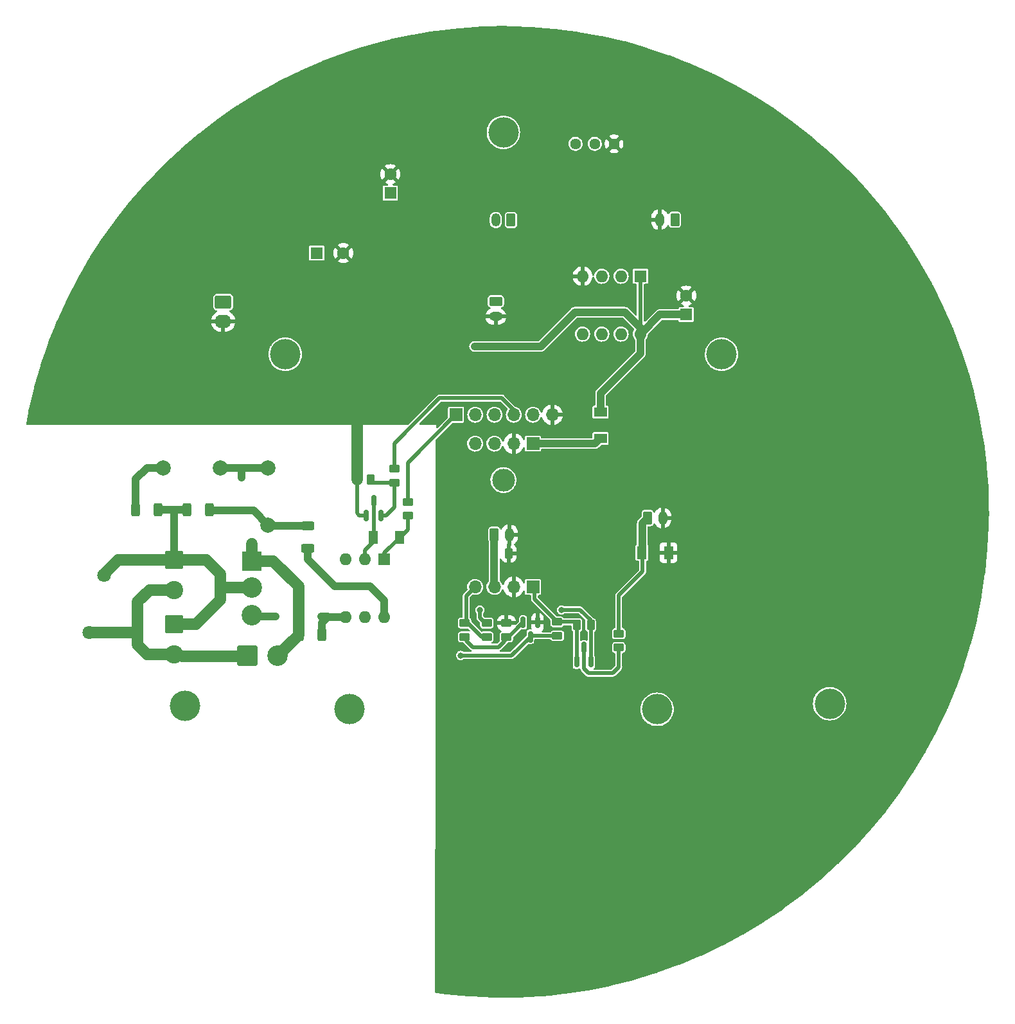
<source format=gbl>
G04 #@! TF.GenerationSoftware,KiCad,Pcbnew,(6.0.5)*
G04 #@! TF.CreationDate,2022-05-29T13:56:34+02:00*
G04 #@! TF.ProjectId,Jogurtownica,4a6f6775-7274-46f7-976e-6963612e6b69,rev?*
G04 #@! TF.SameCoordinates,Original*
G04 #@! TF.FileFunction,Copper,L2,Bot*
G04 #@! TF.FilePolarity,Positive*
%FSLAX45Y45*%
G04 Gerber Fmt 4.5, Leading zero omitted, Abs format (unit mm)*
G04 Created by KiCad (PCBNEW (6.0.5)) date 2022-05-29 13:56:34*
%MOMM*%
%LPD*%
G01*
G04 APERTURE LIST*
G04 Aperture macros list*
%AMRoundRect*
0 Rectangle with rounded corners*
0 $1 Rounding radius*
0 $2 $3 $4 $5 $6 $7 $8 $9 X,Y pos of 4 corners*
0 Add a 4 corners polygon primitive as box body*
4,1,4,$2,$3,$4,$5,$6,$7,$8,$9,$2,$3,0*
0 Add four circle primitives for the rounded corners*
1,1,$1+$1,$2,$3*
1,1,$1+$1,$4,$5*
1,1,$1+$1,$6,$7*
1,1,$1+$1,$8,$9*
0 Add four rect primitives between the rounded corners*
20,1,$1+$1,$2,$3,$4,$5,0*
20,1,$1+$1,$4,$5,$6,$7,0*
20,1,$1+$1,$6,$7,$8,$9,0*
20,1,$1+$1,$8,$9,$2,$3,0*%
G04 Aperture macros list end*
G04 #@! TA.AperFunction,ComponentPad*
%ADD10C,4.000000*%
G04 #@! TD*
G04 #@! TA.AperFunction,ComponentPad*
%ADD11C,1.440000*%
G04 #@! TD*
G04 #@! TA.AperFunction,ComponentPad*
%ADD12C,2.000000*%
G04 #@! TD*
G04 #@! TA.AperFunction,ComponentPad*
%ADD13RoundRect,0.250000X-0.625000X0.350000X-0.625000X-0.350000X0.625000X-0.350000X0.625000X0.350000X0*%
G04 #@! TD*
G04 #@! TA.AperFunction,ComponentPad*
%ADD14O,1.750000X1.200000*%
G04 #@! TD*
G04 #@! TA.AperFunction,ComponentPad*
%ADD15RoundRect,0.250001X-0.949999X0.949999X-0.949999X-0.949999X0.949999X-0.949999X0.949999X0.949999X0*%
G04 #@! TD*
G04 #@! TA.AperFunction,ComponentPad*
%ADD16C,2.400000*%
G04 #@! TD*
G04 #@! TA.AperFunction,ComponentPad*
%ADD17R,1.600000X1.600000*%
G04 #@! TD*
G04 #@! TA.AperFunction,ComponentPad*
%ADD18C,1.600000*%
G04 #@! TD*
G04 #@! TA.AperFunction,ComponentPad*
%ADD19RoundRect,0.250000X0.350000X0.625000X-0.350000X0.625000X-0.350000X-0.625000X0.350000X-0.625000X0*%
G04 #@! TD*
G04 #@! TA.AperFunction,ComponentPad*
%ADD20O,1.200000X1.750000*%
G04 #@! TD*
G04 #@! TA.AperFunction,ComponentPad*
%ADD21RoundRect,0.250000X-0.845000X0.620000X-0.845000X-0.620000X0.845000X-0.620000X0.845000X0.620000X0*%
G04 #@! TD*
G04 #@! TA.AperFunction,ComponentPad*
%ADD22O,2.190000X1.740000*%
G04 #@! TD*
G04 #@! TA.AperFunction,ComponentPad*
%ADD23C,1.800000*%
G04 #@! TD*
G04 #@! TA.AperFunction,ComponentPad*
%ADD24RoundRect,0.250000X-0.350000X-0.625000X0.350000X-0.625000X0.350000X0.625000X-0.350000X0.625000X0*%
G04 #@! TD*
G04 #@! TA.AperFunction,ComponentPad*
%ADD25O,1.600000X1.600000*%
G04 #@! TD*
G04 #@! TA.AperFunction,ComponentPad*
%ADD26RoundRect,0.250001X-1.099999X-1.099999X1.099999X-1.099999X1.099999X1.099999X-1.099999X1.099999X0*%
G04 #@! TD*
G04 #@! TA.AperFunction,ComponentPad*
%ADD27C,2.700000*%
G04 #@! TD*
G04 #@! TA.AperFunction,ComponentPad*
%ADD28C,3.000000*%
G04 #@! TD*
G04 #@! TA.AperFunction,ComponentPad*
%ADD29R,2.500000X2.500000*%
G04 #@! TD*
G04 #@! TA.AperFunction,SMDPad,CuDef*
%ADD30RoundRect,0.250000X-0.450000X0.262500X-0.450000X-0.262500X0.450000X-0.262500X0.450000X0.262500X0*%
G04 #@! TD*
G04 #@! TA.AperFunction,SMDPad,CuDef*
%ADD31RoundRect,0.150000X-0.150000X0.587500X-0.150000X-0.587500X0.150000X-0.587500X0.150000X0.587500X0*%
G04 #@! TD*
G04 #@! TA.AperFunction,SMDPad,CuDef*
%ADD32R,1.700000X1.300000*%
G04 #@! TD*
G04 #@! TA.AperFunction,ComponentPad*
%ADD33R,1.700000X1.700000*%
G04 #@! TD*
G04 #@! TA.AperFunction,ComponentPad*
%ADD34O,1.700000X1.700000*%
G04 #@! TD*
G04 #@! TA.AperFunction,SMDPad,CuDef*
%ADD35R,1.300000X1.700000*%
G04 #@! TD*
G04 #@! TA.AperFunction,SMDPad,CuDef*
%ADD36RoundRect,0.250000X-0.312500X-0.625000X0.312500X-0.625000X0.312500X0.625000X-0.312500X0.625000X0*%
G04 #@! TD*
G04 #@! TA.AperFunction,SMDPad,CuDef*
%ADD37RoundRect,0.250000X0.312500X0.625000X-0.312500X0.625000X-0.312500X-0.625000X0.312500X-0.625000X0*%
G04 #@! TD*
G04 #@! TA.AperFunction,SMDPad,CuDef*
%ADD38RoundRect,0.250000X0.450000X-0.262500X0.450000X0.262500X-0.450000X0.262500X-0.450000X-0.262500X0*%
G04 #@! TD*
G04 #@! TA.AperFunction,SMDPad,CuDef*
%ADD39RoundRect,0.150000X0.150000X-0.587500X0.150000X0.587500X-0.150000X0.587500X-0.150000X-0.587500X0*%
G04 #@! TD*
G04 #@! TA.AperFunction,SMDPad,CuDef*
%ADD40RoundRect,0.250000X-0.262500X-0.450000X0.262500X-0.450000X0.262500X0.450000X-0.262500X0.450000X0*%
G04 #@! TD*
G04 #@! TA.AperFunction,SMDPad,CuDef*
%ADD41RoundRect,0.250000X-0.625000X0.312500X-0.625000X-0.312500X0.625000X-0.312500X0.625000X0.312500X0*%
G04 #@! TD*
G04 #@! TA.AperFunction,SMDPad,CuDef*
%ADD42RoundRect,0.250000X0.262500X0.450000X-0.262500X0.450000X-0.262500X-0.450000X0.262500X-0.450000X0*%
G04 #@! TD*
G04 #@! TA.AperFunction,SMDPad,CuDef*
%ADD43RoundRect,0.250000X-0.250000X-0.475000X0.250000X-0.475000X0.250000X0.475000X-0.250000X0.475000X0*%
G04 #@! TD*
G04 #@! TA.AperFunction,ViaPad*
%ADD44C,1.000000*%
G04 #@! TD*
G04 #@! TA.AperFunction,ViaPad*
%ADD45C,0.800000*%
G04 #@! TD*
G04 #@! TA.AperFunction,Conductor*
%ADD46C,0.500000*%
G04 #@! TD*
G04 #@! TA.AperFunction,Conductor*
%ADD47C,1.000000*%
G04 #@! TD*
G04 #@! TA.AperFunction,Conductor*
%ADD48C,1.500000*%
G04 #@! TD*
G04 APERTURE END LIST*
D10*
G04 #@! TO.P,REF\u002A\u002A,1*
G04 #@! TO.N,N/C*
X14300000Y-12525000D03*
G04 #@! TD*
D11*
G04 #@! TO.P,RV1,1,1*
G04 #@! TO.N,Net-(R1-Pad1)*
X10950000Y-5152500D03*
G04 #@! TO.P,RV1,2,2*
X11204000Y-5152500D03*
G04 #@! TO.P,RV1,3,3*
G04 #@! TO.N,GND*
X11458000Y-5152500D03*
G04 #@! TD*
D10*
G04 #@! TO.P,REF\u002A\u002A,1*
G04 #@! TO.N,N/C*
X7125000Y-7925000D03*
G04 #@! TD*
D12*
G04 #@! TO.P,C7,1*
G04 #@! TO.N,Net-(C7-Pad1)*
X6900000Y-10174500D03*
G04 #@! TO.P,C7,2*
G04 #@! TO.N,Net-(C7-Pad2)*
X6900000Y-9424500D03*
G04 #@! TD*
D13*
G04 #@! TO.P,J2,1,Pin_1*
G04 #@! TO.N,Net-(J2-Pad1)*
X9900000Y-7225000D03*
D14*
G04 #@! TO.P,J2,2,Pin_2*
G04 #@! TO.N,GND*
X9900000Y-7425000D03*
G04 #@! TD*
D15*
G04 #@! TO.P,J10,1,Pin_1*
G04 #@! TO.N,Net-(J10-Pad1)*
X5660000Y-10630000D03*
D16*
G04 #@! TO.P,J10,2,Pin_2*
G04 #@! TO.N,Net-(J10-Pad2)*
X5660000Y-11026000D03*
G04 #@! TD*
D17*
G04 #@! TO.P,C1,1*
G04 #@! TO.N,Net-(C1-Pad1)*
X7540000Y-6590000D03*
D18*
G04 #@! TO.P,C1,2*
G04 #@! TO.N,GND*
X7890000Y-6590000D03*
G04 #@! TD*
D17*
G04 #@! TO.P,C4,1*
G04 #@! TO.N,Net-(C4-Pad1)*
X12410000Y-7400511D03*
D18*
G04 #@! TO.P,C4,2*
G04 #@! TO.N,GND*
X12410000Y-7150511D03*
G04 #@! TD*
D17*
G04 #@! TO.P,C5,1*
G04 #@! TO.N,+5V*
X8510000Y-5800511D03*
D18*
G04 #@! TO.P,C5,2*
G04 #@! TO.N,GND*
X8510000Y-5550511D03*
G04 #@! TD*
D19*
G04 #@! TO.P,J8,1,Pin_1*
G04 #@! TO.N,Net-(J8-Pad1)*
X12260000Y-6150000D03*
D20*
G04 #@! TO.P,J8,2,Pin_2*
G04 #@! TO.N,GND*
X12060000Y-6150000D03*
G04 #@! TD*
D21*
G04 #@! TO.P,J1,1,Pin_1*
G04 #@! TO.N,+12V*
X6307028Y-7236046D03*
D22*
G04 #@! TO.P,J1,2,Pin_2*
G04 #@! TO.N,GND*
X6307028Y-7490046D03*
G04 #@! TD*
D23*
G04 #@! TO.P,RV2,1*
G04 #@! TO.N,Net-(J10-Pad1)*
X4735000Y-10835000D03*
G04 #@! TO.P,RV2,2*
G04 #@! TO.N,Net-(J10-Pad2)*
X4545000Y-11585000D03*
G04 #@! TD*
D24*
G04 #@! TO.P,J9,1,Pin_1*
G04 #@! TO.N,Net-(D4-Pad1)*
X11900000Y-10080000D03*
D20*
G04 #@! TO.P,J9,2,Pin_2*
G04 #@! TO.N,GND*
X12100000Y-10080000D03*
G04 #@! TD*
D15*
G04 #@! TO.P,J11,1,Pin_1*
G04 #@! TO.N,Net-(J10-Pad1)*
X5660000Y-11480000D03*
D16*
G04 #@! TO.P,J11,2,Pin_2*
G04 #@! TO.N,Net-(J10-Pad2)*
X5660000Y-11876000D03*
G04 #@! TD*
D17*
G04 #@! TO.P,U3,1*
G04 #@! TO.N,Net-(R11-Pad2)*
X8427500Y-10620000D03*
D25*
G04 #@! TO.P,U3,2*
G04 #@! TO.N,Net-(Q2-Pad3)*
X8173500Y-10620000D03*
G04 #@! TO.P,U3,3,NC*
G04 #@! TO.N,unconnected-(U3-Pad3)*
X7919500Y-10620000D03*
G04 #@! TO.P,U3,4*
G04 #@! TO.N,Net-(Q4-Pad3)*
X7919500Y-11382000D03*
G04 #@! TO.P,U3,5,NC*
G04 #@! TO.N,unconnected-(U3-Pad5)*
X8173500Y-11382000D03*
G04 #@! TO.P,U3,6*
G04 #@! TO.N,Net-(R16-Pad2)*
X8427500Y-11382000D03*
G04 #@! TD*
D24*
G04 #@! TO.P,J6,1,Pin_1*
G04 #@! TO.N,Net-(J5-Pad3)*
X9880000Y-10300000D03*
D20*
G04 #@! TO.P,J6,2,Pin_2*
G04 #@! TO.N,GND*
X10080000Y-10300000D03*
G04 #@! TD*
D26*
G04 #@! TO.P,J12,1,Pin_1*
G04 #@! TO.N,Net-(J10-Pad2)*
X6627000Y-11897500D03*
D27*
G04 #@! TO.P,J12,2,Pin_2*
G04 #@! TO.N,Net-(C7-Pad2)*
X7023000Y-11897500D03*
G04 #@! TD*
D10*
G04 #@! TO.P,REF\u002A\u002A,1*
G04 #@! TO.N,N/C*
X5800000Y-12550000D03*
G04 #@! TD*
G04 #@! TO.P,REF\u002A\u002A,1*
G04 #@! TO.N,N/C*
X10000000Y-5000000D03*
G04 #@! TD*
D17*
G04 #@! TO.P,U2,1,~{RESET}/PB5*
G04 #@! TO.N,Net-(C4-Pad1)*
X11805000Y-6895000D03*
D25*
G04 #@! TO.P,U2,2,XTAL1/PB3*
G04 #@! TO.N,Net-(R2-Pad2)*
X11551000Y-6895000D03*
G04 #@! TO.P,U2,3,XTAL2/PB4*
G04 #@! TO.N,Net-(R4-Pad1)*
X11297000Y-6895000D03*
G04 #@! TO.P,U2,4,GND*
G04 #@! TO.N,GND*
X11043000Y-6895000D03*
G04 #@! TO.P,U2,5,AREF/PB0*
G04 #@! TO.N,Net-(J3-Pad4)*
X11043000Y-7657000D03*
G04 #@! TO.P,U2,6,PB1*
G04 #@! TO.N,Net-(J4-Pad4)*
X11297000Y-7657000D03*
G04 #@! TO.P,U2,7,PB2*
G04 #@! TO.N,Net-(J3-Pad3)*
X11551000Y-7657000D03*
G04 #@! TO.P,U2,8,VCC*
G04 #@! TO.N,Net-(C4-Pad1)*
X11805000Y-7657000D03*
G04 #@! TD*
D19*
G04 #@! TO.P,J7,1,Pin_1*
G04 #@! TO.N,Net-(J7-Pad1)*
X10100000Y-6155000D03*
D20*
G04 #@! TO.P,J7,2,Pin_2*
G04 #@! TO.N,Net-(C4-Pad1)*
X9900000Y-6155000D03*
G04 #@! TD*
D10*
G04 #@! TO.P,REF\u002A\u002A,1*
G04 #@! TO.N,N/C*
X12875000Y-7925000D03*
G04 #@! TD*
D28*
G04 #@! TO.P,REF\u002A\u002A,1*
G04 #@! TO.N,N/C*
X10000000Y-9580000D03*
G04 #@! TD*
D10*
G04 #@! TO.P,REF\u002A\u002A,1*
G04 #@! TO.N,N/C*
X12025000Y-12600000D03*
G04 #@! TD*
G04 #@! TO.P,REF\u002A\u002A,1*
G04 #@! TO.N,N/C*
X7975000Y-12600000D03*
G04 #@! TD*
D12*
G04 #@! TO.P,C8,1*
G04 #@! TO.N,Net-(C8-Pad1)*
X5515500Y-9420000D03*
G04 #@! TO.P,C8,2*
G04 #@! TO.N,Net-(C7-Pad2)*
X6265500Y-9420000D03*
G04 #@! TD*
D29*
G04 #@! TO.P,Q4,1,A1*
G04 #@! TO.N,Net-(C7-Pad2)*
X6685500Y-10646000D03*
D27*
G04 #@! TO.P,Q4,2,A2*
G04 #@! TO.N,Net-(J10-Pad1)*
X6685500Y-11000000D03*
G04 #@! TO.P,Q4,3,G*
G04 #@! TO.N,Net-(Q4-Pad3)*
X6685500Y-11356000D03*
G04 #@! TD*
D30*
G04 #@! TO.P,R15,1*
G04 #@! TO.N,+5V*
X10710000Y-11448750D03*
G04 #@! TO.P,R15,2*
G04 #@! TO.N,Net-(Q5-Pad3)*
X10710000Y-11631250D03*
G04 #@! TD*
D31*
G04 #@! TO.P,Q5,1,B*
G04 #@! TO.N,Net-(Q5-Pad1)*
X10260000Y-11456250D03*
G04 #@! TO.P,Q5,2,E*
G04 #@! TO.N,GND*
X10450000Y-11456250D03*
G04 #@! TO.P,Q5,3,C*
G04 #@! TO.N,Net-(Q5-Pad3)*
X10355000Y-11643750D03*
G04 #@! TD*
D30*
G04 #@! TO.P,R13,1*
G04 #@! TO.N,Net-(Q3-Pad1)*
X9780000Y-11463750D03*
G04 #@! TO.P,R13,2*
G04 #@! TO.N,Net-(J5-Pad4)*
X9780000Y-11646250D03*
G04 #@! TD*
D32*
G04 #@! TO.P,D3,1,K*
G04 #@! TO.N,Net-(C4-Pad1)*
X11280000Y-8685000D03*
G04 #@! TO.P,D3,2,A*
G04 #@! TO.N,Net-(D3-Pad2)*
X11280000Y-9035000D03*
G04 #@! TD*
D33*
G04 #@! TO.P,J5,1,Pin_1*
G04 #@! TO.N,+5V*
X10390000Y-10987500D03*
D34*
G04 #@! TO.P,J5,2,Pin_2*
G04 #@! TO.N,GND*
X10136000Y-10987500D03*
G04 #@! TO.P,J5,3,Pin_3*
G04 #@! TO.N,Net-(J5-Pad3)*
X9882000Y-10987500D03*
G04 #@! TO.P,J5,4,Pin_4*
G04 #@! TO.N,Net-(J5-Pad4)*
X9628000Y-10987500D03*
G04 #@! TD*
D35*
G04 #@! TO.P,D4,1,K*
G04 #@! TO.N,Net-(D4-Pad1)*
X11825000Y-10535000D03*
G04 #@! TO.P,D4,2,A*
G04 #@! TO.N,GND*
X12175000Y-10535000D03*
G04 #@! TD*
D36*
G04 #@! TO.P,R18,1*
G04 #@! TO.N,Net-(J10-Pad1)*
X5828750Y-9975000D03*
G04 #@! TO.P,R18,2*
G04 #@! TO.N,Net-(C7-Pad1)*
X6121250Y-9975000D03*
G04 #@! TD*
D37*
G04 #@! TO.P,R19,1*
G04 #@! TO.N,Net-(J10-Pad1)*
X5446250Y-9975000D03*
G04 #@! TO.P,R19,2*
G04 #@! TO.N,Net-(C8-Pad1)*
X5153750Y-9975000D03*
G04 #@! TD*
D30*
G04 #@! TO.P,R8,1*
G04 #@! TO.N,Net-(J4-Pad4)*
X8560000Y-9433750D03*
G04 #@! TO.P,R8,2*
G04 #@! TO.N,Net-(Q2-Pad1)*
X8560000Y-9616250D03*
G04 #@! TD*
D33*
G04 #@! TO.P,J4,1,Pin_1*
G04 #@! TO.N,Net-(C4-Pad1)*
X9375000Y-8720000D03*
D34*
G04 #@! TO.P,J4,2,Pin_2*
X9629000Y-8720000D03*
G04 #@! TO.P,J4,3,Pin_3*
G04 #@! TO.N,Net-(J3-Pad4)*
X9883000Y-8720000D03*
G04 #@! TO.P,J4,4,Pin_4*
G04 #@! TO.N,Net-(J4-Pad4)*
X10137000Y-8720000D03*
G04 #@! TO.P,J4,5,Pin_5*
G04 #@! TO.N,Net-(J3-Pad3)*
X10391000Y-8720000D03*
G04 #@! TO.P,J4,6,Pin_6*
G04 #@! TO.N,GND*
X10645000Y-8720000D03*
G04 #@! TD*
D38*
G04 #@! TO.P,R21,1*
G04 #@! TO.N,Net-(Q5-Pad1)*
X10040000Y-11646250D03*
G04 #@! TO.P,R21,2*
G04 #@! TO.N,GND*
X10040000Y-11463750D03*
G04 #@! TD*
D30*
G04 #@! TO.P,R14,1*
G04 #@! TO.N,Net-(D4-Pad1)*
X11520000Y-11603750D03*
G04 #@! TO.P,R14,2*
G04 #@! TO.N,Net-(Q3-Pad3)*
X11520000Y-11786250D03*
G04 #@! TD*
D38*
G04 #@! TO.P,R20,1*
G04 #@! TO.N,Net-(Q5-Pad1)*
X9490000Y-11646250D03*
G04 #@! TO.P,R20,2*
G04 #@! TO.N,Net-(J5-Pad4)*
X9490000Y-11463750D03*
G04 #@! TD*
D36*
G04 #@! TO.P,R17,1*
G04 #@! TO.N,Net-(C7-Pad2)*
X7313750Y-11610000D03*
G04 #@! TO.P,R17,2*
G04 #@! TO.N,Net-(Q4-Pad3)*
X7606250Y-11610000D03*
G04 #@! TD*
D39*
G04 #@! TO.P,Q2,1,B*
G04 #@! TO.N,Net-(Q2-Pad1)*
X8385000Y-10043750D03*
G04 #@! TO.P,Q2,2,E*
G04 #@! TO.N,GND*
X8195000Y-10043750D03*
G04 #@! TO.P,Q2,3,C*
G04 #@! TO.N,Net-(Q2-Pad3)*
X8290000Y-9856250D03*
G04 #@! TD*
D40*
G04 #@! TO.P,R12,1*
G04 #@! TO.N,+5V*
X10968750Y-11490000D03*
G04 #@! TO.P,R12,2*
G04 #@! TO.N,Net-(Q3-Pad1)*
X11151250Y-11490000D03*
G04 #@! TD*
D35*
G04 #@! TO.P,D5,1,K*
G04 #@! TO.N,Net-(R11-Pad2)*
X8635000Y-10335000D03*
G04 #@! TO.P,D5,2,A*
G04 #@! TO.N,Net-(Q2-Pad3)*
X8285000Y-10335000D03*
G04 #@! TD*
D33*
G04 #@! TO.P,J3,1,Pin_1*
G04 #@! TO.N,Net-(D3-Pad2)*
X10390000Y-9100000D03*
D34*
G04 #@! TO.P,J3,2,Pin_2*
G04 #@! TO.N,GND*
X10136000Y-9100000D03*
G04 #@! TO.P,J3,3,Pin_3*
G04 #@! TO.N,Net-(J3-Pad3)*
X9882000Y-9100000D03*
G04 #@! TO.P,J3,4,Pin_4*
G04 #@! TO.N,Net-(J3-Pad4)*
X9628000Y-9100000D03*
G04 #@! TD*
D41*
G04 #@! TO.P,R16,1*
G04 #@! TO.N,Net-(C7-Pad1)*
X7420000Y-10183750D03*
G04 #@! TO.P,R16,2*
G04 #@! TO.N,Net-(R16-Pad2)*
X7420000Y-10476250D03*
G04 #@! TD*
D39*
G04 #@! TO.P,Q3,1,B*
G04 #@! TO.N,Net-(Q3-Pad1)*
X11155000Y-11973750D03*
G04 #@! TO.P,Q3,2,E*
G04 #@! TO.N,+5V*
X10965000Y-11973750D03*
G04 #@! TO.P,Q3,3,C*
G04 #@! TO.N,Net-(Q3-Pad3)*
X11060000Y-11786250D03*
G04 #@! TD*
D30*
G04 #@! TO.P,R11,1*
G04 #@! TO.N,Net-(C4-Pad1)*
X8740000Y-9868750D03*
G04 #@! TO.P,R11,2*
G04 #@! TO.N,Net-(R11-Pad2)*
X8740000Y-10051250D03*
G04 #@! TD*
D42*
G04 #@! TO.P,R10,1*
G04 #@! TO.N,Net-(Q2-Pad1)*
X8251250Y-9570000D03*
G04 #@! TO.P,R10,2*
G04 #@! TO.N,GND*
X8068750Y-9570000D03*
G04 #@! TD*
D43*
G04 #@! TO.P,C9,1*
G04 #@! TO.N,Net-(J5-Pad3)*
X9880000Y-10545000D03*
G04 #@! TO.P,C9,2*
G04 #@! TO.N,GND*
X10070000Y-10545000D03*
G04 #@! TD*
D44*
G04 #@! TO.N,Net-(C4-Pad1)*
X11060000Y-7370000D03*
X9620000Y-7820000D03*
G04 #@! TO.N,Net-(C7-Pad2)*
X6550000Y-9550000D03*
X6680000Y-10420000D03*
D45*
G04 #@! TO.N,Net-(Q3-Pad1)*
X9690000Y-11290000D03*
X10765000Y-11290000D03*
D44*
G04 #@! TO.N,Net-(Q4-Pad3)*
X7000000Y-11380000D03*
X7600000Y-11380000D03*
D45*
G04 #@! TO.N,Net-(Q5-Pad3)*
X9435000Y-11890000D03*
G04 #@! TD*
D46*
G04 #@! TO.N,GND*
X8068750Y-9570000D02*
X8068750Y-10017500D01*
D47*
X9900000Y-7440000D02*
X9885000Y-7425000D01*
D46*
X8095000Y-10043750D02*
X8068750Y-10017500D01*
D48*
X8068750Y-8791250D02*
X8070000Y-8790000D01*
D46*
X8195000Y-10043750D02*
X8095000Y-10043750D01*
D48*
X8068750Y-9570000D02*
X8068750Y-8791250D01*
D46*
X10070000Y-10310000D02*
X10080000Y-10300000D01*
G04 #@! TO.N,+5V*
X10710000Y-11448750D02*
X10927500Y-11448750D01*
X10410000Y-11148750D02*
X10710000Y-11448750D01*
X10927500Y-11448750D02*
X10968750Y-11490000D01*
X10410000Y-11007500D02*
X10410000Y-11148750D01*
X10390000Y-10987500D02*
X10410000Y-11007500D01*
X10965000Y-11973750D02*
X10965000Y-11493750D01*
X10390000Y-10987500D02*
X10390000Y-10980000D01*
X10965000Y-11493750D02*
X10968750Y-11490000D01*
G04 #@! TO.N,Net-(C4-Pad1)*
X9375000Y-8720000D02*
X9370000Y-8720000D01*
X9370000Y-8720000D02*
X8740000Y-9350000D01*
D47*
X12061489Y-7400511D02*
X11805000Y-7657000D01*
X11280000Y-8695000D02*
X11280000Y-8440000D01*
X11060000Y-7370000D02*
X11600000Y-7370000D01*
D46*
X8740000Y-9350000D02*
X8740000Y-9868750D01*
X11805000Y-6895000D02*
X11805000Y-7657000D01*
D47*
X9620000Y-7820000D02*
X10490000Y-7820000D01*
X11805000Y-7915000D02*
X11805000Y-7657000D01*
X10490000Y-7820000D02*
X10940000Y-7370000D01*
X12410000Y-7400511D02*
X12061489Y-7400511D01*
X10940000Y-7370000D02*
X11060000Y-7370000D01*
X11280000Y-8440000D02*
X11805000Y-7915000D01*
X11600000Y-7370000D02*
X11805000Y-7575000D01*
X11805000Y-7575000D02*
X11805000Y-7657000D01*
G04 #@! TO.N,Net-(C7-Pad1)*
X6909250Y-10183750D02*
X6900000Y-10174500D01*
X6705500Y-9980000D02*
X6126250Y-9980000D01*
X6900000Y-10174500D02*
X6705500Y-9980000D01*
X7420000Y-10183750D02*
X6909250Y-10183750D01*
D48*
G04 #@! TO.N,Net-(C7-Pad2)*
X7300000Y-11620500D02*
X7023000Y-11897500D01*
D47*
X6550000Y-9450000D02*
X6580000Y-9420000D01*
D48*
X6966000Y-10646000D02*
X7300000Y-10980000D01*
D47*
X6265500Y-9420000D02*
X6580000Y-9420000D01*
D48*
X6680000Y-10420000D02*
X6680000Y-10640500D01*
X6685500Y-10646000D02*
X6966000Y-10646000D01*
D47*
X6580000Y-9420000D02*
X6895500Y-9420000D01*
X6895500Y-9420000D02*
X6900000Y-9424500D01*
X6680000Y-10640500D02*
X6685500Y-10646000D01*
X6550000Y-9550000D02*
X6550000Y-9450000D01*
D48*
X7300000Y-10980000D02*
X7300000Y-11620500D01*
D47*
G04 #@! TO.N,Net-(C8-Pad1)*
X5153750Y-9975000D02*
X5153750Y-9566250D01*
X5153750Y-9566250D02*
X5300000Y-9420000D01*
X5300000Y-9420000D02*
X5515500Y-9420000D01*
G04 #@! TO.N,Net-(D4-Pad1)*
X11830000Y-10530000D02*
X11830000Y-10150000D01*
D46*
X11520000Y-11100000D02*
X11835000Y-10785000D01*
X11835000Y-10785000D02*
X11835000Y-10535000D01*
X11520000Y-11603750D02*
X11520000Y-11100000D01*
D47*
X11830000Y-10150000D02*
X11900000Y-10080000D01*
G04 #@! TO.N,Net-(D3-Pad2)*
X10390000Y-9100000D02*
X11205000Y-9100000D01*
X11205000Y-9100000D02*
X11280000Y-9025000D01*
D46*
G04 #@! TO.N,Net-(J4-Pad4)*
X9980000Y-8500000D02*
X10137000Y-8657000D01*
X9160000Y-8500000D02*
X9980000Y-8500000D01*
X8560000Y-9100000D02*
X9160000Y-8500000D01*
X10137000Y-8657000D02*
X10137000Y-8720000D01*
X8560000Y-9433750D02*
X8560000Y-9100000D01*
D47*
G04 #@! TO.N,Net-(J5-Pad3)*
X9880000Y-10985500D02*
X9882000Y-10987500D01*
X9880000Y-10300000D02*
X9880000Y-10985500D01*
D46*
G04 #@! TO.N,Net-(J5-Pad4)*
X9510000Y-11447500D02*
X9510000Y-11105500D01*
X9515000Y-11463750D02*
X9528750Y-11463750D01*
X9711250Y-11646250D02*
X9780000Y-11646250D01*
X9510000Y-11105500D02*
X9628000Y-10987500D01*
X9528750Y-11463750D02*
X9711250Y-11646250D01*
D48*
G04 #@! TO.N,Net-(J10-Pad1)*
X4735000Y-10835000D02*
X4735000Y-10815000D01*
D47*
X5446250Y-9975000D02*
X5615000Y-9975000D01*
D48*
X6280000Y-11000000D02*
X6685500Y-11000000D01*
D47*
X5660000Y-10630000D02*
X5660000Y-10030000D01*
D48*
X5660000Y-10630000D02*
X6080000Y-10630000D01*
X6270000Y-10820000D02*
X6270000Y-11020000D01*
X4920000Y-10630000D02*
X5660000Y-10630000D01*
D47*
X5615000Y-9975000D02*
X5828750Y-9975000D01*
D48*
X6080000Y-10630000D02*
X6270000Y-10820000D01*
X5660000Y-11480000D02*
X5950000Y-11480000D01*
X6270000Y-11160000D02*
X6270000Y-10980000D01*
X4735000Y-10815000D02*
X4920000Y-10630000D01*
X5950000Y-11480000D02*
X6270000Y-11160000D01*
G04 #@! TO.N,Net-(J10-Pad2)*
X5180000Y-11180000D02*
X5180000Y-11650000D01*
X5306000Y-11876000D02*
X5660000Y-11876000D01*
X5334000Y-11026000D02*
X5180000Y-11180000D01*
X5660000Y-11026000D02*
X5334000Y-11026000D01*
X4545000Y-11585000D02*
X5115000Y-11585000D01*
X5770000Y-11900000D02*
X6624500Y-11900000D01*
X5180000Y-11750000D02*
X5306000Y-11876000D01*
X6624500Y-11900000D02*
X6627000Y-11897500D01*
X5180000Y-11650000D02*
X5180000Y-11750000D01*
D46*
G04 #@! TO.N,Net-(Q2-Pad1)*
X8251250Y-9601250D02*
X8266250Y-9616250D01*
X8251250Y-9570000D02*
X8251250Y-9601250D01*
X8451250Y-10043750D02*
X8560000Y-9935000D01*
X8385000Y-10043750D02*
X8451250Y-10043750D01*
X8560000Y-9935000D02*
X8560000Y-9616250D01*
X8266250Y-9616250D02*
X8560000Y-9616250D01*
G04 #@! TO.N,Net-(Q2-Pad3)*
X8173500Y-10506500D02*
X8173500Y-10620000D01*
X8290000Y-10390000D02*
X8173500Y-10506500D01*
X8290000Y-9856250D02*
X8290000Y-10390000D01*
G04 #@! TO.N,Net-(Q3-Pad1)*
X11155000Y-11973750D02*
X11155000Y-11493750D01*
X10765000Y-11290000D02*
X11010000Y-11290000D01*
X11010000Y-11290000D02*
X11151250Y-11431250D01*
X11155000Y-11493750D02*
X11151250Y-11490000D01*
X9690000Y-11395000D02*
X9758750Y-11463750D01*
X9690000Y-11290000D02*
X9690000Y-11395000D01*
X9758750Y-11463750D02*
X9780000Y-11463750D01*
X11151250Y-11431250D02*
X11151250Y-11490000D01*
D47*
G04 #@! TO.N,Net-(Q4-Pad3)*
X7606250Y-11457750D02*
X7682000Y-11382000D01*
X6709500Y-11380000D02*
X6685500Y-11356000D01*
X7919500Y-11382000D02*
X7682000Y-11382000D01*
X7600000Y-11380000D02*
X7680000Y-11380000D01*
X7680000Y-11380000D02*
X7682000Y-11382000D01*
X7606250Y-11610000D02*
X7606250Y-11457750D01*
X7000000Y-11380000D02*
X6709500Y-11380000D01*
D46*
G04 #@! TO.N,Net-(R11-Pad2)*
X8740000Y-10051250D02*
X8740000Y-10230000D01*
X8740000Y-10230000D02*
X8427500Y-10542500D01*
X8427500Y-10542500D02*
X8427500Y-10620000D01*
D47*
G04 #@! TO.N,Net-(R16-Pad2)*
X7420000Y-10620000D02*
X7780000Y-10980000D01*
X7780000Y-10980000D02*
X8240000Y-10980000D01*
X8240000Y-10980000D02*
X8427500Y-11167500D01*
X7420000Y-10476250D02*
X7420000Y-10620000D01*
X8427500Y-11167500D02*
X8427500Y-11382000D01*
D46*
G04 #@! TO.N,Net-(Q3-Pad3)*
X11120000Y-12125000D02*
X11060000Y-12065000D01*
X11440000Y-12125000D02*
X11120000Y-12125000D01*
X11520000Y-11786250D02*
X11520000Y-12045000D01*
X11520000Y-12045000D02*
X11440000Y-12125000D01*
X11060000Y-12065000D02*
X11060000Y-11786250D01*
G04 #@! TO.N,Net-(Q5-Pad1)*
X9515000Y-11646250D02*
X9515000Y-11700000D01*
X9936250Y-11780000D02*
X10260000Y-11456250D01*
X9595000Y-11780000D02*
X9936250Y-11780000D01*
X9515000Y-11700000D02*
X9595000Y-11780000D01*
G04 #@! TO.N,Net-(Q5-Pad3)*
X9435000Y-11890000D02*
X10108750Y-11890000D01*
X10710000Y-11631250D02*
X10367500Y-11631250D01*
X10108750Y-11890000D02*
X10355000Y-11643750D01*
X10367500Y-11631250D02*
X10355000Y-11643750D01*
G04 #@! TD*
G04 #@! TA.AperFunction,Conductor*
G04 #@! TO.N,GND*
G36*
X10044830Y-3600259D02*
G01*
X10052789Y-3600412D01*
X10052934Y-3600415D01*
X10126489Y-3602727D01*
X10348998Y-3609720D01*
X10349151Y-3609725D01*
X10356512Y-3610047D01*
X10357099Y-3610072D01*
X10357405Y-3610089D01*
X10363231Y-3610487D01*
X10365343Y-3610631D01*
X10365497Y-3610642D01*
X10660753Y-3634398D01*
X10660906Y-3634411D01*
X10668819Y-3635145D01*
X10669125Y-3635177D01*
X10677012Y-3636104D01*
X10677164Y-3636123D01*
X10871287Y-3661335D01*
X10970923Y-3674275D01*
X10971072Y-3674295D01*
X10972687Y-3674525D01*
X10978941Y-3675415D01*
X10979246Y-3675463D01*
X10987085Y-3676774D01*
X10987237Y-3676801D01*
X11278766Y-3729255D01*
X11278918Y-3729283D01*
X11286728Y-3730787D01*
X11287029Y-3730849D01*
X11289853Y-3731465D01*
X11294804Y-3732544D01*
X11294943Y-3732576D01*
X11583578Y-3799212D01*
X11583717Y-3799245D01*
X11588819Y-3800489D01*
X11591439Y-3801128D01*
X11591737Y-3801204D01*
X11599419Y-3803277D01*
X11599568Y-3803318D01*
X11884583Y-3883969D01*
X11884729Y-3884012D01*
X11892360Y-3886272D01*
X11892646Y-3886360D01*
X11900214Y-3888805D01*
X11900353Y-3888851D01*
X12100296Y-3956139D01*
X12181100Y-3983332D01*
X12181242Y-3983381D01*
X12188751Y-3986011D01*
X12189038Y-3986115D01*
X12196482Y-3988928D01*
X12196625Y-3988983D01*
X12393208Y-4066023D01*
X12472402Y-4097059D01*
X12472545Y-4097116D01*
X12479918Y-4100110D01*
X12480202Y-4100229D01*
X12487509Y-4103406D01*
X12487632Y-4103461D01*
X12632767Y-4168687D01*
X12757809Y-4224883D01*
X12757949Y-4224947D01*
X12765167Y-4228298D01*
X12765442Y-4228430D01*
X12772575Y-4231955D01*
X12772702Y-4232018D01*
X13036636Y-4366500D01*
X13036770Y-4366569D01*
X13043812Y-4370266D01*
X13044083Y-4370412D01*
X13051033Y-4374281D01*
X13051167Y-4374357D01*
X13308199Y-4521560D01*
X13308332Y-4521638D01*
X13315187Y-4525675D01*
X13315450Y-4525835D01*
X13322209Y-4530042D01*
X13322340Y-4530124D01*
X13508715Y-4649316D01*
X13571873Y-4689707D01*
X13572002Y-4689791D01*
X13578652Y-4694159D01*
X13578907Y-4694331D01*
X13585443Y-4698857D01*
X13585569Y-4698945D01*
X13827011Y-4870529D01*
X13827136Y-4870619D01*
X13833566Y-4875309D01*
X13833813Y-4875493D01*
X13840128Y-4880338D01*
X13840249Y-4880433D01*
X14055150Y-5049543D01*
X14073018Y-5063604D01*
X14073139Y-5063700D01*
X14079330Y-5068696D01*
X14079567Y-5068892D01*
X14085637Y-5074040D01*
X14085754Y-5074140D01*
X14155254Y-5134555D01*
X14298971Y-5259487D01*
X14309297Y-5268463D01*
X14309404Y-5268557D01*
X14315352Y-5273856D01*
X14315579Y-5274064D01*
X14321387Y-5279499D01*
X14321498Y-5279604D01*
X14475579Y-5427362D01*
X14535292Y-5484625D01*
X14535402Y-5484732D01*
X14541073Y-5490305D01*
X14541288Y-5490521D01*
X14543461Y-5492763D01*
X14546820Y-5496230D01*
X14546927Y-5496341D01*
X14666375Y-5622654D01*
X14750453Y-5711564D01*
X14750552Y-5711670D01*
X14755948Y-5717518D01*
X14756154Y-5717747D01*
X14761403Y-5723721D01*
X14761504Y-5723837D01*
X14954271Y-5948743D01*
X14954370Y-5948860D01*
X14959471Y-5954961D01*
X14959661Y-5955194D01*
X14964614Y-5961421D01*
X14964707Y-5961538D01*
X15036990Y-6054726D01*
X15146255Y-6195589D01*
X15146348Y-6195711D01*
X15151147Y-6202055D01*
X15151329Y-6202303D01*
X15155973Y-6208765D01*
X15156062Y-6208891D01*
X15201401Y-6273642D01*
X15325963Y-6451535D01*
X15326038Y-6451644D01*
X15330349Y-6457963D01*
X15330527Y-6458224D01*
X15330695Y-6458477D01*
X15335017Y-6465157D01*
X15335097Y-6465283D01*
X15491187Y-6713149D01*
X15492937Y-6715929D01*
X15493018Y-6716059D01*
X15497177Y-6722846D01*
X15497335Y-6723110D01*
X15501323Y-6729991D01*
X15501397Y-6730120D01*
X15646812Y-6988191D01*
X15646883Y-6988318D01*
X15650703Y-6995295D01*
X15650847Y-6995566D01*
X15654495Y-7002634D01*
X15654564Y-7002770D01*
X15664764Y-7023139D01*
X15787196Y-7267630D01*
X15787264Y-7267768D01*
X15790735Y-7274917D01*
X15790866Y-7275195D01*
X15794164Y-7282431D01*
X15794223Y-7282562D01*
X15813363Y-7325958D01*
X15913764Y-7553598D01*
X15913825Y-7553739D01*
X15916944Y-7561050D01*
X15917058Y-7561329D01*
X15919999Y-7568719D01*
X15920055Y-7568862D01*
X16026207Y-7845397D01*
X16026261Y-7845541D01*
X16029020Y-7852999D01*
X16029122Y-7853285D01*
X16031703Y-7860823D01*
X16031748Y-7860957D01*
X16055626Y-7933584D01*
X16124264Y-8142349D01*
X16124312Y-8142495D01*
X16126702Y-8150078D01*
X16126791Y-8150372D01*
X16128996Y-8158011D01*
X16129037Y-8158156D01*
X16196873Y-8404433D01*
X16207699Y-8443736D01*
X16207738Y-8443880D01*
X16209757Y-8451578D01*
X16209831Y-8451873D01*
X16211660Y-8459610D01*
X16211694Y-8459760D01*
X16276312Y-8748842D01*
X16276344Y-8748993D01*
X16277983Y-8756769D01*
X16278043Y-8757071D01*
X16278203Y-8757933D01*
X16279494Y-8764901D01*
X16279519Y-8765038D01*
X16329939Y-9056940D01*
X16329961Y-9057072D01*
X16330488Y-9060365D01*
X16331219Y-9064930D01*
X16331264Y-9065234D01*
X16332330Y-9073113D01*
X16332349Y-9073265D01*
X16342618Y-9156896D01*
X16368449Y-9367276D01*
X16368465Y-9367410D01*
X16368897Y-9371320D01*
X16369339Y-9375324D01*
X16369369Y-9375630D01*
X16370049Y-9383562D01*
X16370061Y-9383714D01*
X16372293Y-9414110D01*
X16391754Y-9679123D01*
X16391764Y-9679276D01*
X16392250Y-9687215D01*
X16392265Y-9687522D01*
X16392556Y-9695468D01*
X16392561Y-9695621D01*
X16399627Y-9984726D01*
X16399798Y-9991734D01*
X16399801Y-9991888D01*
X16399899Y-9999914D01*
X16399900Y-10000090D01*
X16399886Y-10008107D01*
X16399885Y-10008261D01*
X16398341Y-10118807D01*
X16398304Y-10121434D01*
X16398299Y-10121433D01*
X16398304Y-10121455D01*
X16398187Y-10128898D01*
X16397407Y-10178542D01*
X16397399Y-10178850D01*
X16397080Y-10186789D01*
X16397073Y-10186943D01*
X16381570Y-10482752D01*
X16381561Y-10482906D01*
X16381048Y-10490840D01*
X16381024Y-10491147D01*
X16380317Y-10499066D01*
X16380303Y-10499219D01*
X16374088Y-10560400D01*
X16350643Y-10791219D01*
X16350369Y-10793916D01*
X16350352Y-10794069D01*
X16349452Y-10801968D01*
X16349414Y-10802273D01*
X16348321Y-10810149D01*
X16348299Y-10810299D01*
X16304667Y-11098802D01*
X16304006Y-11103175D01*
X16303983Y-11103320D01*
X16302782Y-11110652D01*
X16302696Y-11111180D01*
X16302643Y-11111480D01*
X16302140Y-11114143D01*
X16301166Y-11119297D01*
X16301136Y-11119448D01*
X16242589Y-11409809D01*
X16242558Y-11409959D01*
X16240891Y-11417737D01*
X16240822Y-11418038D01*
X16238965Y-11425773D01*
X16238928Y-11425923D01*
X16172521Y-11688363D01*
X16166268Y-11713075D01*
X16166229Y-11713224D01*
X16164183Y-11720915D01*
X16164102Y-11721205D01*
X16161865Y-11728852D01*
X16161826Y-11728985D01*
X16098799Y-11935137D01*
X16075222Y-12012254D01*
X16075177Y-12012398D01*
X16072757Y-12019979D01*
X16072663Y-12020262D01*
X16072366Y-12021121D01*
X16070060Y-12027778D01*
X16070009Y-12027923D01*
X15969670Y-12306626D01*
X15969617Y-12306770D01*
X15966832Y-12314218D01*
X15966721Y-12314505D01*
X15963756Y-12321881D01*
X15963702Y-12322013D01*
X15849857Y-12595509D01*
X15849810Y-12595619D01*
X15848101Y-12599588D01*
X15846660Y-12602932D01*
X15846538Y-12603208D01*
X15843210Y-12610442D01*
X15843149Y-12610574D01*
X15744392Y-12818555D01*
X15716093Y-12878153D01*
X15716026Y-12878292D01*
X15712527Y-12885434D01*
X15712388Y-12885709D01*
X15708717Y-12892760D01*
X15708645Y-12892897D01*
X15568670Y-13153949D01*
X15568597Y-13154085D01*
X15564755Y-13161045D01*
X15564605Y-13161307D01*
X15560595Y-13168170D01*
X15560517Y-13168302D01*
X15407953Y-13422211D01*
X15407873Y-13422342D01*
X15403694Y-13429109D01*
X15403533Y-13429363D01*
X15399182Y-13436037D01*
X15399105Y-13436153D01*
X15234325Y-13682299D01*
X15234238Y-13682426D01*
X15229731Y-13688985D01*
X15229554Y-13689236D01*
X15224894Y-13695673D01*
X15224803Y-13695797D01*
X15048192Y-13933604D01*
X15048100Y-13933727D01*
X15043283Y-13940050D01*
X15043097Y-13940288D01*
X15038119Y-13946502D01*
X15038028Y-13946614D01*
X14850010Y-14175510D01*
X14849924Y-14175614D01*
X14847019Y-14179063D01*
X14844792Y-14181708D01*
X14844591Y-14181941D01*
X14839317Y-14187903D01*
X14839217Y-14188014D01*
X14640250Y-14407444D01*
X14640146Y-14407557D01*
X14634732Y-14413384D01*
X14634524Y-14413602D01*
X14628957Y-14419307D01*
X14628856Y-14419409D01*
X14419409Y-14628856D01*
X14419307Y-14628957D01*
X14413602Y-14634524D01*
X14413384Y-14634732D01*
X14407557Y-14640146D01*
X14407444Y-14640250D01*
X14188018Y-14839214D01*
X14187903Y-14839317D01*
X14181941Y-14844591D01*
X14181708Y-14844792D01*
X14181200Y-14845221D01*
X14175614Y-14849924D01*
X14175510Y-14850010D01*
X13951189Y-15034269D01*
X13946614Y-15038028D01*
X13946502Y-15038119D01*
X13940288Y-15043097D01*
X13940051Y-15043282D01*
X13933722Y-15048104D01*
X13933609Y-15048188D01*
X13903360Y-15070654D01*
X13695797Y-15224803D01*
X13695673Y-15224894D01*
X13689236Y-15229554D01*
X13688985Y-15229731D01*
X13682426Y-15234238D01*
X13682299Y-15234325D01*
X13436154Y-15399105D01*
X13436038Y-15399182D01*
X13429363Y-15403533D01*
X13429109Y-15403694D01*
X13422342Y-15407873D01*
X13422211Y-15407953D01*
X13168302Y-15560517D01*
X13168175Y-15560592D01*
X13161307Y-15564605D01*
X13161046Y-15564754D01*
X13154085Y-15568597D01*
X13153949Y-15568670D01*
X12892897Y-15708645D01*
X12892760Y-15708717D01*
X12885709Y-15712388D01*
X12885434Y-15712527D01*
X12878292Y-15716026D01*
X12878155Y-15716092D01*
X12610575Y-15843148D01*
X12610442Y-15843210D01*
X12603208Y-15846538D01*
X12602936Y-15846659D01*
X12595619Y-15849810D01*
X12595509Y-15849857D01*
X12322013Y-15963702D01*
X12321881Y-15963756D01*
X12314505Y-15966721D01*
X12314218Y-15966832D01*
X12306770Y-15969617D01*
X12306626Y-15969670D01*
X12027923Y-16070009D01*
X12027778Y-16070060D01*
X12025592Y-16070818D01*
X12020262Y-16072663D01*
X12019979Y-16072757D01*
X12012398Y-16075177D01*
X12012257Y-16075221D01*
X11974508Y-16086762D01*
X11728986Y-16161825D01*
X11728853Y-16161865D01*
X11721205Y-16164102D01*
X11720915Y-16164183D01*
X11713224Y-16166229D01*
X11713075Y-16166268D01*
X11425923Y-16238928D01*
X11425773Y-16238965D01*
X11418038Y-16240822D01*
X11417737Y-16240891D01*
X11409959Y-16242558D01*
X11409809Y-16242589D01*
X11119448Y-16301136D01*
X11119297Y-16301166D01*
X11114784Y-16302019D01*
X11111480Y-16302643D01*
X11111183Y-16302695D01*
X11103320Y-16303983D01*
X11103182Y-16304005D01*
X10810299Y-16348299D01*
X10810152Y-16348320D01*
X10802273Y-16349414D01*
X10801969Y-16349452D01*
X10794062Y-16350353D01*
X10793920Y-16350368D01*
X10613782Y-16368666D01*
X10499219Y-16380303D01*
X10499066Y-16380317D01*
X10497512Y-16380456D01*
X10491144Y-16381024D01*
X10490842Y-16381048D01*
X10488172Y-16381220D01*
X10482906Y-16381561D01*
X10482752Y-16381570D01*
X10186943Y-16397073D01*
X10186789Y-16397080D01*
X10178850Y-16397399D01*
X10178542Y-16397407D01*
X10177461Y-16397424D01*
X10170583Y-16397532D01*
X10170456Y-16397533D01*
X9990469Y-16398162D01*
X9874232Y-16398567D01*
X9874078Y-16398567D01*
X9869394Y-16398526D01*
X9866124Y-16398498D01*
X9865822Y-16398491D01*
X9860727Y-16398322D01*
X9857863Y-16398227D01*
X9857709Y-16398221D01*
X9752008Y-16393421D01*
X9561801Y-16384784D01*
X9561664Y-16384777D01*
X9553718Y-16384319D01*
X9553411Y-16384297D01*
X9551601Y-16384149D01*
X9545493Y-16383646D01*
X9545346Y-16383634D01*
X9250426Y-16355755D01*
X9250289Y-16355742D01*
X9242378Y-16354896D01*
X9242075Y-16354860D01*
X9234189Y-16353822D01*
X9234040Y-16353801D01*
X9196008Y-16348321D01*
X9110904Y-16336057D01*
X9104447Y-16333106D01*
X9100611Y-16327132D01*
X9100101Y-16323569D01*
X9105033Y-12600000D01*
X11804478Y-12600000D01*
X11806364Y-12628784D01*
X11811992Y-12657075D01*
X11812124Y-12657466D01*
X11812125Y-12657466D01*
X11812834Y-12659555D01*
X11821264Y-12684390D01*
X11834022Y-12710261D01*
X11834252Y-12710604D01*
X11846367Y-12728736D01*
X11850048Y-12734245D01*
X11850319Y-12734555D01*
X11850320Y-12734555D01*
X11859604Y-12745142D01*
X11869067Y-12755933D01*
X11869376Y-12756204D01*
X11890445Y-12774680D01*
X11890445Y-12774681D01*
X11890755Y-12774952D01*
X11891097Y-12775181D01*
X11891098Y-12775181D01*
X11909057Y-12787181D01*
X11914739Y-12790978D01*
X11915109Y-12791160D01*
X11915109Y-12791160D01*
X11940240Y-12803554D01*
X11940610Y-12803736D01*
X11941000Y-12803868D01*
X11941000Y-12803868D01*
X11967534Y-12812875D01*
X11967534Y-12812875D01*
X11967925Y-12813008D01*
X11968329Y-12813088D01*
X11968330Y-12813089D01*
X11995812Y-12818555D01*
X11995812Y-12818555D01*
X11996216Y-12818636D01*
X11996627Y-12818662D01*
X11996628Y-12818663D01*
X12024588Y-12820495D01*
X12025000Y-12820522D01*
X12025412Y-12820495D01*
X12053372Y-12818663D01*
X12053373Y-12818662D01*
X12053784Y-12818636D01*
X12054188Y-12818555D01*
X12054188Y-12818555D01*
X12081670Y-12813089D01*
X12081671Y-12813088D01*
X12082075Y-12813008D01*
X12082466Y-12812875D01*
X12082466Y-12812875D01*
X12109000Y-12803868D01*
X12109000Y-12803868D01*
X12109390Y-12803736D01*
X12109760Y-12803554D01*
X12134891Y-12791160D01*
X12134891Y-12791160D01*
X12135261Y-12790978D01*
X12140943Y-12787181D01*
X12158902Y-12775181D01*
X12158903Y-12775181D01*
X12159245Y-12774952D01*
X12159555Y-12774681D01*
X12159555Y-12774680D01*
X12180624Y-12756204D01*
X12180933Y-12755933D01*
X12190396Y-12745142D01*
X12199680Y-12734555D01*
X12199681Y-12734555D01*
X12199952Y-12734245D01*
X12203633Y-12728736D01*
X12215748Y-12710604D01*
X12215978Y-12710261D01*
X12228736Y-12684390D01*
X12237166Y-12659555D01*
X12237875Y-12657466D01*
X12237875Y-12657466D01*
X12238008Y-12657075D01*
X12243636Y-12628784D01*
X12245522Y-12600000D01*
X12243636Y-12571216D01*
X12243555Y-12570812D01*
X12238089Y-12543330D01*
X12238088Y-12543329D01*
X12238008Y-12542925D01*
X12231923Y-12525000D01*
X14079478Y-12525000D01*
X14081364Y-12553784D01*
X14081445Y-12554188D01*
X14081445Y-12554188D01*
X14084832Y-12571216D01*
X14086992Y-12582075D01*
X14087124Y-12582466D01*
X14087125Y-12582466D01*
X14096132Y-12609000D01*
X14096264Y-12609390D01*
X14096446Y-12609759D01*
X14096446Y-12609760D01*
X14106027Y-12629188D01*
X14109022Y-12635261D01*
X14109252Y-12635604D01*
X14123598Y-12657075D01*
X14125048Y-12659245D01*
X14125319Y-12659555D01*
X14125320Y-12659555D01*
X14143796Y-12680624D01*
X14144067Y-12680933D01*
X14144376Y-12681204D01*
X14165445Y-12699680D01*
X14165445Y-12699681D01*
X14165755Y-12699952D01*
X14166097Y-12700181D01*
X14166098Y-12700181D01*
X14181697Y-12710604D01*
X14189739Y-12715978D01*
X14190109Y-12716160D01*
X14190109Y-12716160D01*
X14215240Y-12728554D01*
X14215610Y-12728736D01*
X14216000Y-12728868D01*
X14216000Y-12728868D01*
X14242534Y-12737875D01*
X14242534Y-12737875D01*
X14242925Y-12738008D01*
X14243329Y-12738088D01*
X14243330Y-12738089D01*
X14270812Y-12743555D01*
X14270812Y-12743555D01*
X14271216Y-12743636D01*
X14271627Y-12743662D01*
X14271628Y-12743663D01*
X14299588Y-12745495D01*
X14300000Y-12745522D01*
X14300412Y-12745495D01*
X14328372Y-12743663D01*
X14328373Y-12743662D01*
X14328784Y-12743636D01*
X14329188Y-12743555D01*
X14329188Y-12743555D01*
X14356670Y-12738089D01*
X14356671Y-12738088D01*
X14357075Y-12738008D01*
X14357466Y-12737875D01*
X14357466Y-12737875D01*
X14384000Y-12728868D01*
X14384000Y-12728868D01*
X14384390Y-12728736D01*
X14384760Y-12728554D01*
X14409891Y-12716160D01*
X14409891Y-12716160D01*
X14410261Y-12715978D01*
X14418303Y-12710604D01*
X14433902Y-12700181D01*
X14433903Y-12700181D01*
X14434245Y-12699952D01*
X14434555Y-12699681D01*
X14434555Y-12699680D01*
X14455624Y-12681204D01*
X14455933Y-12680933D01*
X14456204Y-12680624D01*
X14474680Y-12659555D01*
X14474681Y-12659555D01*
X14474952Y-12659245D01*
X14476402Y-12657075D01*
X14490748Y-12635604D01*
X14490978Y-12635261D01*
X14493973Y-12629188D01*
X14503554Y-12609760D01*
X14503554Y-12609759D01*
X14503736Y-12609390D01*
X14503868Y-12609000D01*
X14512875Y-12582466D01*
X14512875Y-12582466D01*
X14513008Y-12582075D01*
X14515168Y-12571216D01*
X14518555Y-12554188D01*
X14518555Y-12554188D01*
X14518636Y-12553784D01*
X14520522Y-12525000D01*
X14518636Y-12496216D01*
X14513008Y-12467925D01*
X14512271Y-12465755D01*
X14503868Y-12441000D01*
X14503868Y-12441000D01*
X14503736Y-12440610D01*
X14490978Y-12414739D01*
X14478755Y-12396446D01*
X14475181Y-12391098D01*
X14475181Y-12391097D01*
X14474952Y-12390755D01*
X14474681Y-12390445D01*
X14474680Y-12390445D01*
X14456204Y-12369376D01*
X14455933Y-12369067D01*
X14455624Y-12368796D01*
X14434555Y-12350320D01*
X14434555Y-12350319D01*
X14434245Y-12350048D01*
X14433903Y-12349819D01*
X14433902Y-12349819D01*
X14410604Y-12334252D01*
X14410261Y-12334022D01*
X14409891Y-12333840D01*
X14409891Y-12333839D01*
X14384760Y-12321446D01*
X14384759Y-12321446D01*
X14384390Y-12321264D01*
X14364798Y-12314613D01*
X14357466Y-12312125D01*
X14357466Y-12312124D01*
X14357075Y-12311992D01*
X14356671Y-12311911D01*
X14356670Y-12311911D01*
X14329188Y-12306445D01*
X14329188Y-12306445D01*
X14328784Y-12306364D01*
X14328373Y-12306337D01*
X14328372Y-12306337D01*
X14300412Y-12304505D01*
X14300000Y-12304478D01*
X14299588Y-12304505D01*
X14271628Y-12306337D01*
X14271627Y-12306337D01*
X14271216Y-12306364D01*
X14270812Y-12306445D01*
X14270812Y-12306445D01*
X14243330Y-12311911D01*
X14243329Y-12311911D01*
X14242925Y-12311992D01*
X14242534Y-12312124D01*
X14242534Y-12312125D01*
X14235202Y-12314613D01*
X14215610Y-12321264D01*
X14215240Y-12321446D01*
X14215240Y-12321446D01*
X14190109Y-12333839D01*
X14190109Y-12333840D01*
X14189739Y-12334022D01*
X14189396Y-12334252D01*
X14166098Y-12349819D01*
X14166097Y-12349819D01*
X14165755Y-12350048D01*
X14165445Y-12350319D01*
X14165445Y-12350320D01*
X14144376Y-12368796D01*
X14144067Y-12369067D01*
X14143796Y-12369376D01*
X14125320Y-12390445D01*
X14125319Y-12390445D01*
X14125048Y-12390755D01*
X14124819Y-12391097D01*
X14124819Y-12391098D01*
X14121245Y-12396446D01*
X14109022Y-12414739D01*
X14096264Y-12440610D01*
X14096132Y-12441000D01*
X14096132Y-12441000D01*
X14087729Y-12465755D01*
X14086992Y-12467925D01*
X14081364Y-12496216D01*
X14079478Y-12525000D01*
X12231923Y-12525000D01*
X12231784Y-12524588D01*
X12228868Y-12516000D01*
X12228868Y-12516000D01*
X12228736Y-12515610D01*
X12228554Y-12515240D01*
X12216160Y-12490109D01*
X12216160Y-12490109D01*
X12215978Y-12489739D01*
X12212181Y-12484057D01*
X12200181Y-12466098D01*
X12200181Y-12466097D01*
X12199952Y-12465755D01*
X12199681Y-12465445D01*
X12199680Y-12465445D01*
X12181204Y-12444376D01*
X12180933Y-12444067D01*
X12176569Y-12440240D01*
X12159555Y-12425320D01*
X12159555Y-12425319D01*
X12159245Y-12425048D01*
X12158903Y-12424819D01*
X12158902Y-12424819D01*
X12135604Y-12409252D01*
X12135261Y-12409022D01*
X12134891Y-12408840D01*
X12134891Y-12408839D01*
X12109760Y-12396446D01*
X12109759Y-12396446D01*
X12109390Y-12396264D01*
X12109000Y-12396132D01*
X12082466Y-12387125D01*
X12082466Y-12387124D01*
X12082075Y-12386992D01*
X12081671Y-12386911D01*
X12081670Y-12386911D01*
X12054188Y-12381445D01*
X12054188Y-12381445D01*
X12053784Y-12381364D01*
X12053373Y-12381337D01*
X12053372Y-12381337D01*
X12025412Y-12379505D01*
X12025000Y-12379478D01*
X12024588Y-12379505D01*
X11996628Y-12381337D01*
X11996627Y-12381337D01*
X11996216Y-12381364D01*
X11995812Y-12381445D01*
X11995812Y-12381445D01*
X11968330Y-12386911D01*
X11968329Y-12386911D01*
X11967925Y-12386992D01*
X11967534Y-12387124D01*
X11967534Y-12387125D01*
X11941000Y-12396132D01*
X11940610Y-12396264D01*
X11940240Y-12396446D01*
X11940240Y-12396446D01*
X11915109Y-12408839D01*
X11915109Y-12408840D01*
X11914739Y-12409022D01*
X11914396Y-12409252D01*
X11891098Y-12424819D01*
X11891097Y-12424819D01*
X11890755Y-12425048D01*
X11890445Y-12425319D01*
X11890445Y-12425320D01*
X11873431Y-12440240D01*
X11869067Y-12444067D01*
X11868796Y-12444376D01*
X11850320Y-12465445D01*
X11850319Y-12465445D01*
X11850048Y-12465755D01*
X11849819Y-12466097D01*
X11849819Y-12466098D01*
X11837819Y-12484057D01*
X11834022Y-12489739D01*
X11833840Y-12490109D01*
X11833839Y-12490109D01*
X11821446Y-12515240D01*
X11821264Y-12515610D01*
X11821132Y-12516000D01*
X11821132Y-12516000D01*
X11818216Y-12524588D01*
X11811992Y-12542925D01*
X11811911Y-12543329D01*
X11811911Y-12543330D01*
X11806445Y-12570812D01*
X11806364Y-12571216D01*
X11804478Y-12600000D01*
X9105033Y-12600000D01*
X9105974Y-11890000D01*
X9374432Y-11890000D01*
X9376496Y-11905676D01*
X9382546Y-11920284D01*
X9392172Y-11932828D01*
X9392826Y-11933330D01*
X9393048Y-11933501D01*
X9404716Y-11942454D01*
X9419324Y-11948504D01*
X9435000Y-11950568D01*
X9435819Y-11950460D01*
X9449857Y-11948612D01*
X9450676Y-11948504D01*
X9465284Y-11942454D01*
X9471540Y-11937654D01*
X9478162Y-11935094D01*
X9479210Y-11935050D01*
X10105328Y-11935050D01*
X10106809Y-11935137D01*
X10110181Y-11935536D01*
X10111107Y-11935367D01*
X10111108Y-11935367D01*
X10115950Y-11934483D01*
X10116340Y-11934418D01*
X10121215Y-11933685D01*
X10121215Y-11933685D01*
X10122146Y-11933545D01*
X10122798Y-11933232D01*
X10123507Y-11933102D01*
X10128715Y-11930397D01*
X10129064Y-11930223D01*
X10134358Y-11927681D01*
X10134887Y-11927192D01*
X10134891Y-11927189D01*
X10135529Y-11926858D01*
X10136033Y-11926427D01*
X10139756Y-11922705D01*
X10140112Y-11922362D01*
X10143614Y-11919125D01*
X10144306Y-11918485D01*
X10144675Y-11917849D01*
X10145227Y-11917234D01*
X10321937Y-11740523D01*
X10328168Y-11737120D01*
X10332666Y-11736965D01*
X10336678Y-11737550D01*
X10373322Y-11737550D01*
X10373777Y-11737483D01*
X10373777Y-11737483D01*
X10379243Y-11736678D01*
X10379243Y-11736678D01*
X10380211Y-11736536D01*
X10387515Y-11732950D01*
X10389751Y-11731852D01*
X10389751Y-11731852D01*
X10390686Y-11731393D01*
X10398929Y-11723135D01*
X10404054Y-11712652D01*
X10405050Y-11705822D01*
X10405050Y-11688900D01*
X10407050Y-11682088D01*
X10412416Y-11677439D01*
X10417650Y-11676300D01*
X10616519Y-11676300D01*
X10623331Y-11678300D01*
X10626654Y-11681414D01*
X10632226Y-11688958D01*
X10632226Y-11688958D01*
X10632785Y-11689715D01*
X10633542Y-11690274D01*
X10642924Y-11697204D01*
X10642925Y-11697204D01*
X10643682Y-11697763D01*
X10656463Y-11702252D01*
X10657228Y-11702324D01*
X10657228Y-11702324D01*
X10657741Y-11702373D01*
X10659617Y-11702550D01*
X10760383Y-11702550D01*
X10762259Y-11702373D01*
X10762772Y-11702324D01*
X10762772Y-11702324D01*
X10763537Y-11702252D01*
X10776318Y-11697763D01*
X10777075Y-11697204D01*
X10777076Y-11697204D01*
X10786458Y-11690274D01*
X10787215Y-11689715D01*
X10792154Y-11683028D01*
X10794704Y-11679576D01*
X10794704Y-11679575D01*
X10795263Y-11678818D01*
X10799752Y-11666037D01*
X10800050Y-11662883D01*
X10800050Y-11599617D01*
X10799752Y-11596463D01*
X10795263Y-11583682D01*
X10794704Y-11582925D01*
X10794704Y-11582924D01*
X10787774Y-11573542D01*
X10787215Y-11572785D01*
X10782041Y-11568963D01*
X10777076Y-11565296D01*
X10777075Y-11565296D01*
X10776318Y-11564737D01*
X10763537Y-11560248D01*
X10762772Y-11560176D01*
X10762772Y-11560176D01*
X10762175Y-11560119D01*
X10760383Y-11559950D01*
X10659617Y-11559950D01*
X10657825Y-11560119D01*
X10657228Y-11560176D01*
X10657228Y-11560176D01*
X10656463Y-11560248D01*
X10643682Y-11564737D01*
X10642925Y-11565296D01*
X10642924Y-11565296D01*
X10637959Y-11568963D01*
X10632785Y-11572785D01*
X10632226Y-11573542D01*
X10632226Y-11573542D01*
X10626654Y-11581086D01*
X10620998Y-11585377D01*
X10616519Y-11586200D01*
X10517274Y-11586200D01*
X10510462Y-11584200D01*
X10505813Y-11578834D01*
X10504803Y-11571807D01*
X10507752Y-11565349D01*
X10508365Y-11564690D01*
X10516845Y-11556210D01*
X10517809Y-11554968D01*
X10525465Y-11542022D01*
X10526089Y-11540579D01*
X10530327Y-11525993D01*
X10530557Y-11524733D01*
X10530781Y-11521892D01*
X10530800Y-11521399D01*
X10530800Y-11483461D01*
X10530353Y-11481938D01*
X10530214Y-11481817D01*
X10529445Y-11481650D01*
X10371012Y-11481650D01*
X10369488Y-11482097D01*
X10369367Y-11482236D01*
X10369200Y-11483005D01*
X10369200Y-11521398D01*
X10369220Y-11521892D01*
X10369443Y-11524734D01*
X10369673Y-11525993D01*
X10371951Y-11533835D01*
X10371931Y-11540934D01*
X10368076Y-11546896D01*
X10361609Y-11549827D01*
X10359852Y-11549950D01*
X10336678Y-11549950D01*
X10336223Y-11550017D01*
X10336223Y-11550017D01*
X10330757Y-11550822D01*
X10330757Y-11550822D01*
X10329789Y-11550964D01*
X10325595Y-11553023D01*
X10320249Y-11555648D01*
X10320249Y-11555648D01*
X10319315Y-11556107D01*
X10311071Y-11564365D01*
X10305946Y-11574848D01*
X10305805Y-11575816D01*
X10305152Y-11580296D01*
X10304950Y-11581678D01*
X10304950Y-11624871D01*
X10302950Y-11631683D01*
X10301260Y-11633780D01*
X10093780Y-11841259D01*
X10087549Y-11844662D01*
X10084871Y-11844950D01*
X9960539Y-11844950D01*
X9953726Y-11842950D01*
X9949077Y-11837584D01*
X9948067Y-11830557D01*
X9951016Y-11824099D01*
X9954730Y-11821169D01*
X9956215Y-11820397D01*
X9956564Y-11820223D01*
X9961858Y-11817681D01*
X9962387Y-11817192D01*
X9962391Y-11817189D01*
X9963029Y-11816858D01*
X9963533Y-11816427D01*
X9967256Y-11812705D01*
X9967612Y-11812362D01*
X9971114Y-11809125D01*
X9971806Y-11808485D01*
X9972175Y-11807849D01*
X9972727Y-11807234D01*
X10058720Y-11721240D01*
X10064951Y-11717838D01*
X10067629Y-11717550D01*
X10090383Y-11717550D01*
X10092175Y-11717381D01*
X10092772Y-11717324D01*
X10092772Y-11717324D01*
X10093537Y-11717252D01*
X10106318Y-11712763D01*
X10107075Y-11712204D01*
X10107076Y-11712204D01*
X10115717Y-11705822D01*
X10117215Y-11704715D01*
X10123027Y-11696846D01*
X10124704Y-11694576D01*
X10124704Y-11694575D01*
X10125263Y-11693818D01*
X10129752Y-11681037D01*
X10130050Y-11677883D01*
X10130050Y-11655129D01*
X10132050Y-11648317D01*
X10133741Y-11646220D01*
X10226937Y-11553023D01*
X10233168Y-11549620D01*
X10237666Y-11549465D01*
X10241678Y-11550050D01*
X10278322Y-11550050D01*
X10278777Y-11549983D01*
X10278777Y-11549983D01*
X10284243Y-11549178D01*
X10284243Y-11549178D01*
X10285211Y-11549036D01*
X10291309Y-11546042D01*
X10294751Y-11544352D01*
X10294751Y-11544352D01*
X10295686Y-11543893D01*
X10302517Y-11537050D01*
X10303194Y-11536372D01*
X10303194Y-11536372D01*
X10303929Y-11535635D01*
X10305341Y-11532748D01*
X10308624Y-11526031D01*
X10309054Y-11525152D01*
X10310050Y-11518322D01*
X10310050Y-11429038D01*
X10369200Y-11429038D01*
X10369648Y-11430562D01*
X10369787Y-11430683D01*
X10370555Y-11430850D01*
X10422789Y-11430850D01*
X10424312Y-11430402D01*
X10424433Y-11430263D01*
X10424600Y-11429495D01*
X10424600Y-11429038D01*
X10475400Y-11429038D01*
X10475848Y-11430562D01*
X10475987Y-11430683D01*
X10476755Y-11430850D01*
X10528988Y-11430850D01*
X10530512Y-11430402D01*
X10530633Y-11430263D01*
X10530800Y-11429495D01*
X10530800Y-11391102D01*
X10530781Y-11390608D01*
X10530557Y-11387766D01*
X10530327Y-11386507D01*
X10526089Y-11371921D01*
X10525465Y-11370478D01*
X10517809Y-11357532D01*
X10516845Y-11356290D01*
X10506210Y-11345655D01*
X10504968Y-11344691D01*
X10492022Y-11337035D01*
X10490579Y-11336411D01*
X10477140Y-11332506D01*
X10475729Y-11332510D01*
X10475400Y-11333237D01*
X10475400Y-11429038D01*
X10424600Y-11429038D01*
X10424600Y-11333812D01*
X10424203Y-11332459D01*
X10423413Y-11332346D01*
X10409421Y-11336411D01*
X10407978Y-11337035D01*
X10395032Y-11344691D01*
X10393790Y-11345655D01*
X10383155Y-11356290D01*
X10382191Y-11357532D01*
X10374535Y-11370478D01*
X10373911Y-11371921D01*
X10369673Y-11386506D01*
X10369443Y-11387767D01*
X10369219Y-11390608D01*
X10369200Y-11391101D01*
X10369200Y-11429038D01*
X10310050Y-11429038D01*
X10310050Y-11394178D01*
X10309877Y-11393003D01*
X10309178Y-11388257D01*
X10309178Y-11388257D01*
X10309036Y-11387289D01*
X10305472Y-11380030D01*
X10304352Y-11377749D01*
X10304352Y-11377749D01*
X10303893Y-11376814D01*
X10295635Y-11368571D01*
X10294680Y-11368104D01*
X10291454Y-11366527D01*
X10285152Y-11363446D01*
X10281997Y-11362986D01*
X10278774Y-11362516D01*
X10278774Y-11362516D01*
X10278322Y-11362450D01*
X10241678Y-11362450D01*
X10241223Y-11362517D01*
X10241223Y-11362517D01*
X10235757Y-11363322D01*
X10235757Y-11363322D01*
X10234789Y-11363464D01*
X10229799Y-11365914D01*
X10225249Y-11368148D01*
X10225249Y-11368148D01*
X10224315Y-11368607D01*
X10223579Y-11369344D01*
X10223579Y-11369344D01*
X10219131Y-11373799D01*
X10216071Y-11376865D01*
X10215613Y-11377801D01*
X10215613Y-11377801D01*
X10215413Y-11378210D01*
X10210946Y-11387348D01*
X10209950Y-11394178D01*
X10209950Y-11437371D01*
X10207950Y-11444183D01*
X10206260Y-11446280D01*
X10167080Y-11485459D01*
X10160849Y-11488862D01*
X10158171Y-11489150D01*
X9921012Y-11489150D01*
X9919488Y-11489597D01*
X9919367Y-11489736D01*
X9919200Y-11490505D01*
X9919200Y-11494709D01*
X9919234Y-11495361D01*
X9920226Y-11504921D01*
X9920515Y-11506260D01*
X9925659Y-11521678D01*
X9926276Y-11522996D01*
X9934806Y-11536781D01*
X9935710Y-11537921D01*
X9947183Y-11549374D01*
X9948324Y-11550275D01*
X9962124Y-11558782D01*
X9963442Y-11559396D01*
X9966441Y-11560391D01*
X9972277Y-11564434D01*
X9975001Y-11570990D01*
X9973747Y-11577979D01*
X9969960Y-11582485D01*
X9963542Y-11587225D01*
X9963542Y-11587226D01*
X9962785Y-11587785D01*
X9962226Y-11588542D01*
X9955296Y-11597924D01*
X9955296Y-11597925D01*
X9954737Y-11598682D01*
X9950248Y-11611463D01*
X9949950Y-11614617D01*
X9949950Y-11677883D01*
X9950248Y-11681037D01*
X9952549Y-11687587D01*
X9953146Y-11689288D01*
X9953516Y-11696378D01*
X9950167Y-11702373D01*
X9921280Y-11731259D01*
X9915049Y-11734662D01*
X9912371Y-11734950D01*
X9854547Y-11734950D01*
X9847735Y-11732950D01*
X9843086Y-11727584D01*
X9842075Y-11720557D01*
X9845025Y-11714099D01*
X9847061Y-11712215D01*
X9847076Y-11712204D01*
X9857215Y-11704715D01*
X9863027Y-11696846D01*
X9864704Y-11694576D01*
X9864704Y-11694575D01*
X9865263Y-11693818D01*
X9869752Y-11681037D01*
X9870050Y-11677883D01*
X9870050Y-11614617D01*
X9869752Y-11611463D01*
X9865263Y-11598682D01*
X9864704Y-11597925D01*
X9864704Y-11597924D01*
X9857774Y-11588542D01*
X9857215Y-11587785D01*
X9855069Y-11586200D01*
X9847076Y-11580296D01*
X9847075Y-11580296D01*
X9846318Y-11579737D01*
X9833537Y-11575248D01*
X9832772Y-11575176D01*
X9832772Y-11575176D01*
X9832175Y-11575119D01*
X9830383Y-11574950D01*
X9729617Y-11574950D01*
X9727825Y-11575119D01*
X9727228Y-11575176D01*
X9727228Y-11575176D01*
X9726463Y-11575248D01*
X9717286Y-11578471D01*
X9710197Y-11578840D01*
X9704202Y-11575492D01*
X9583741Y-11455030D01*
X9580338Y-11448799D01*
X9580050Y-11446121D01*
X9580050Y-11432117D01*
X9579752Y-11428963D01*
X9575263Y-11416182D01*
X9574704Y-11415425D01*
X9574704Y-11415424D01*
X9567774Y-11406042D01*
X9567215Y-11405285D01*
X9560396Y-11400248D01*
X9560164Y-11400077D01*
X9555873Y-11394421D01*
X9555050Y-11389942D01*
X9555050Y-11290000D01*
X9629432Y-11290000D01*
X9631496Y-11305676D01*
X9637546Y-11320284D01*
X9638049Y-11320939D01*
X9642346Y-11326539D01*
X9644906Y-11333162D01*
X9644950Y-11334210D01*
X9644950Y-11391578D01*
X9644863Y-11393059D01*
X9644464Y-11396431D01*
X9644633Y-11397357D01*
X9644633Y-11397357D01*
X9645517Y-11402200D01*
X9645582Y-11402590D01*
X9646101Y-11406042D01*
X9646455Y-11408396D01*
X9646768Y-11409047D01*
X9646898Y-11409757D01*
X9649603Y-11414965D01*
X9649777Y-11415314D01*
X9652319Y-11420608D01*
X9652808Y-11421136D01*
X9652811Y-11421141D01*
X9653142Y-11421779D01*
X9653573Y-11422283D01*
X9657295Y-11426005D01*
X9657638Y-11426362D01*
X9661515Y-11430556D01*
X9662151Y-11430925D01*
X9662766Y-11431477D01*
X9686260Y-11454970D01*
X9689662Y-11461201D01*
X9689950Y-11463879D01*
X9689950Y-11495383D01*
X9690248Y-11498537D01*
X9694737Y-11511318D01*
X9695296Y-11512075D01*
X9695296Y-11512076D01*
X9699909Y-11518322D01*
X9702785Y-11522215D01*
X9703542Y-11522774D01*
X9712924Y-11529704D01*
X9712925Y-11529704D01*
X9713682Y-11530263D01*
X9726463Y-11534752D01*
X9727228Y-11534824D01*
X9727228Y-11534824D01*
X9727825Y-11534881D01*
X9729617Y-11535050D01*
X9830383Y-11535050D01*
X9832175Y-11534881D01*
X9832772Y-11534824D01*
X9832772Y-11534824D01*
X9833537Y-11534752D01*
X9846318Y-11530263D01*
X9847075Y-11529704D01*
X9847076Y-11529704D01*
X9856458Y-11522774D01*
X9857215Y-11522215D01*
X9860091Y-11518322D01*
X9864704Y-11512076D01*
X9864704Y-11512075D01*
X9865263Y-11511318D01*
X9869752Y-11498537D01*
X9870050Y-11495383D01*
X9870050Y-11436538D01*
X9919200Y-11436538D01*
X9919648Y-11438062D01*
X9919787Y-11438183D01*
X9920555Y-11438350D01*
X10012789Y-11438350D01*
X10014312Y-11437902D01*
X10014433Y-11437763D01*
X10014600Y-11436995D01*
X10014600Y-11436538D01*
X10065400Y-11436538D01*
X10065848Y-11438062D01*
X10065987Y-11438183D01*
X10066755Y-11438350D01*
X10158988Y-11438350D01*
X10160512Y-11437902D01*
X10160633Y-11437763D01*
X10160800Y-11436995D01*
X10160800Y-11432790D01*
X10160766Y-11432139D01*
X10159774Y-11422579D01*
X10159485Y-11421240D01*
X10154341Y-11405822D01*
X10153724Y-11404504D01*
X10145194Y-11390719D01*
X10144290Y-11389579D01*
X10132817Y-11378126D01*
X10131676Y-11377225D01*
X10117876Y-11368718D01*
X10116558Y-11368104D01*
X10101129Y-11362986D01*
X10099791Y-11362699D01*
X10090356Y-11361733D01*
X10089715Y-11361700D01*
X10067212Y-11361700D01*
X10065688Y-11362147D01*
X10065567Y-11362286D01*
X10065400Y-11363055D01*
X10065400Y-11436538D01*
X10014600Y-11436538D01*
X10014600Y-11363512D01*
X10014153Y-11361988D01*
X10014014Y-11361867D01*
X10013245Y-11361700D01*
X9990291Y-11361700D01*
X9989639Y-11361734D01*
X9980079Y-11362726D01*
X9978740Y-11363015D01*
X9963322Y-11368159D01*
X9962004Y-11368776D01*
X9948219Y-11377306D01*
X9947079Y-11378210D01*
X9935626Y-11389683D01*
X9934725Y-11390824D01*
X9926218Y-11404624D01*
X9925604Y-11405942D01*
X9920486Y-11421371D01*
X9920200Y-11422709D01*
X9919233Y-11432144D01*
X9919200Y-11432785D01*
X9919200Y-11436538D01*
X9870050Y-11436538D01*
X9870050Y-11432117D01*
X9869752Y-11428963D01*
X9865263Y-11416182D01*
X9864704Y-11415425D01*
X9864704Y-11415424D01*
X9857774Y-11406042D01*
X9857215Y-11405285D01*
X9850740Y-11400503D01*
X9847076Y-11397796D01*
X9847075Y-11397796D01*
X9846318Y-11397237D01*
X9833537Y-11392748D01*
X9832772Y-11392676D01*
X9832772Y-11392676D01*
X9832175Y-11392619D01*
X9830383Y-11392450D01*
X9756379Y-11392450D01*
X9749567Y-11390450D01*
X9747470Y-11388759D01*
X9738741Y-11380030D01*
X9735338Y-11373799D01*
X9735050Y-11371121D01*
X9735050Y-11334210D01*
X9737050Y-11327398D01*
X9737654Y-11326539D01*
X9741951Y-11320939D01*
X9742454Y-11320284D01*
X9748504Y-11305676D01*
X9750568Y-11290000D01*
X9748504Y-11274324D01*
X9742454Y-11259716D01*
X9732828Y-11247172D01*
X9720284Y-11237546D01*
X9705676Y-11231496D01*
X9690000Y-11229432D01*
X9674324Y-11231496D01*
X9659716Y-11237546D01*
X9647172Y-11247172D01*
X9637546Y-11259716D01*
X9631496Y-11274324D01*
X9629432Y-11290000D01*
X9555050Y-11290000D01*
X9555050Y-11129379D01*
X9557050Y-11122567D01*
X9558741Y-11120470D01*
X9587255Y-11091956D01*
X9593486Y-11088553D01*
X9600058Y-11088882D01*
X9604747Y-11090406D01*
X9604748Y-11090406D01*
X9605333Y-11090596D01*
X9625789Y-11093035D01*
X9626403Y-11092988D01*
X9626403Y-11092988D01*
X9633663Y-11092429D01*
X9646330Y-11091455D01*
X9646923Y-11091289D01*
X9646923Y-11091289D01*
X9665580Y-11086080D01*
X9665580Y-11086080D01*
X9666173Y-11085915D01*
X9666721Y-11085637D01*
X9666722Y-11085637D01*
X9680491Y-11078682D01*
X9684561Y-11076626D01*
X9686135Y-11075397D01*
X9700310Y-11064321D01*
X9700795Y-11063942D01*
X9706599Y-11057218D01*
X9713854Y-11048813D01*
X9713854Y-11048813D01*
X9714256Y-11048347D01*
X9715267Y-11046568D01*
X9724128Y-11030971D01*
X9724432Y-11030434D01*
X9730935Y-11010886D01*
X9733517Y-10990447D01*
X9733558Y-10987500D01*
X9733414Y-10986026D01*
X9776452Y-10986026D01*
X9778176Y-11006555D01*
X9778346Y-11007148D01*
X9778346Y-11007148D01*
X9782940Y-11023168D01*
X9783854Y-11026359D01*
X9784136Y-11026906D01*
X9784136Y-11026907D01*
X9791732Y-11041687D01*
X9793271Y-11044682D01*
X9806068Y-11060827D01*
X9806537Y-11061226D01*
X9806537Y-11061227D01*
X9813954Y-11067539D01*
X9821756Y-11074179D01*
X9822294Y-11074480D01*
X9822294Y-11074480D01*
X9829448Y-11078478D01*
X9839740Y-11084230D01*
X9848128Y-11086955D01*
X9858747Y-11090406D01*
X9858748Y-11090406D01*
X9859333Y-11090596D01*
X9879789Y-11093035D01*
X9880403Y-11092988D01*
X9880403Y-11092988D01*
X9887663Y-11092429D01*
X9900330Y-11091455D01*
X9900923Y-11091289D01*
X9900923Y-11091289D01*
X9919580Y-11086080D01*
X9919580Y-11086080D01*
X9920173Y-11085915D01*
X9920721Y-11085637D01*
X9920722Y-11085637D01*
X9934491Y-11078682D01*
X9938561Y-11076626D01*
X9940135Y-11075397D01*
X9954310Y-11064321D01*
X9954795Y-11063942D01*
X9960599Y-11057218D01*
X9967854Y-11048813D01*
X9967854Y-11048813D01*
X9968256Y-11048347D01*
X9969267Y-11046568D01*
X9978128Y-11030971D01*
X9978432Y-11030434D01*
X9979327Y-11027744D01*
X9980850Y-11023168D01*
X9984898Y-11017335D01*
X9991457Y-11014618D01*
X9998444Y-11015877D01*
X10003641Y-11020714D01*
X10005097Y-11024375D01*
X10005856Y-11027744D01*
X10006165Y-11028728D01*
X10014177Y-11048460D01*
X10014641Y-11049379D01*
X10025769Y-11067539D01*
X10026378Y-11068370D01*
X10040321Y-11084467D01*
X10041058Y-11085188D01*
X10057443Y-11098792D01*
X10058288Y-11099383D01*
X10076676Y-11110128D01*
X10077604Y-11110573D01*
X10097500Y-11118170D01*
X10098490Y-11118458D01*
X10108825Y-11120561D01*
X10110230Y-11120441D01*
X10110600Y-11119407D01*
X10110600Y-11119352D01*
X10161400Y-11119352D01*
X10161806Y-11120736D01*
X10163148Y-11120939D01*
X10163818Y-11120853D01*
X10164826Y-11120639D01*
X10185226Y-11114519D01*
X10186184Y-11114143D01*
X10205310Y-11104774D01*
X10206195Y-11104246D01*
X10223533Y-11091879D01*
X10224320Y-11091214D01*
X10239405Y-11076181D01*
X10240073Y-11075397D01*
X10252500Y-11058102D01*
X10253031Y-11057218D01*
X10261054Y-11040985D01*
X10265866Y-11035764D01*
X10272736Y-11033974D01*
X10279483Y-11036182D01*
X10283966Y-11041687D01*
X10284950Y-11046568D01*
X10284950Y-11074475D01*
X10285071Y-11075082D01*
X10285433Y-11076903D01*
X10286113Y-11080323D01*
X10290545Y-11086955D01*
X10297177Y-11091387D01*
X10298394Y-11091629D01*
X10298394Y-11091629D01*
X10301188Y-11092185D01*
X10303025Y-11092550D01*
X10352350Y-11092550D01*
X10359162Y-11094550D01*
X10363811Y-11099916D01*
X10364950Y-11105150D01*
X10364950Y-11145328D01*
X10364863Y-11146809D01*
X10364464Y-11150181D01*
X10364633Y-11151107D01*
X10364633Y-11151108D01*
X10365517Y-11155950D01*
X10365582Y-11156340D01*
X10366455Y-11162146D01*
X10366768Y-11162798D01*
X10366898Y-11163507D01*
X10369603Y-11168715D01*
X10369777Y-11169064D01*
X10372319Y-11174358D01*
X10372808Y-11174887D01*
X10372811Y-11174891D01*
X10373142Y-11175529D01*
X10373573Y-11176033D01*
X10377295Y-11179756D01*
X10377638Y-11180112D01*
X10381515Y-11184306D01*
X10382151Y-11184675D01*
X10382766Y-11185227D01*
X10616260Y-11418720D01*
X10619662Y-11424951D01*
X10619950Y-11427629D01*
X10619950Y-11480383D01*
X10620248Y-11483537D01*
X10624737Y-11496318D01*
X10625296Y-11497075D01*
X10625296Y-11497076D01*
X10631090Y-11504921D01*
X10632785Y-11507215D01*
X10633542Y-11507774D01*
X10642924Y-11514704D01*
X10642925Y-11514704D01*
X10643682Y-11515263D01*
X10656463Y-11519752D01*
X10657228Y-11519824D01*
X10657228Y-11519824D01*
X10657825Y-11519881D01*
X10659617Y-11520050D01*
X10760383Y-11520050D01*
X10762175Y-11519881D01*
X10762772Y-11519824D01*
X10762772Y-11519824D01*
X10763537Y-11519752D01*
X10776318Y-11515263D01*
X10777075Y-11514704D01*
X10777076Y-11514704D01*
X10786458Y-11507774D01*
X10787215Y-11507215D01*
X10787774Y-11506458D01*
X10787775Y-11506458D01*
X10793346Y-11498914D01*
X10799002Y-11494623D01*
X10803481Y-11493800D01*
X10884850Y-11493800D01*
X10891662Y-11495800D01*
X10896311Y-11501166D01*
X10897450Y-11506400D01*
X10897450Y-11540383D01*
X10897748Y-11543537D01*
X10902237Y-11556318D01*
X10902796Y-11557075D01*
X10902796Y-11557076D01*
X10908907Y-11565349D01*
X10910285Y-11567215D01*
X10913687Y-11569728D01*
X10914836Y-11570576D01*
X10919127Y-11576233D01*
X10919950Y-11580711D01*
X10919950Y-11893743D01*
X10918670Y-11899276D01*
X10915946Y-11904848D01*
X10914950Y-11911678D01*
X10914950Y-12035822D01*
X10915017Y-12036277D01*
X10915017Y-12036277D01*
X10915822Y-12041743D01*
X10915964Y-12042711D01*
X10921107Y-12053185D01*
X10929365Y-12061429D01*
X10930301Y-12061887D01*
X10930301Y-12061887D01*
X10933546Y-12063473D01*
X10939848Y-12066554D01*
X10942897Y-12066998D01*
X10946226Y-12067484D01*
X10946226Y-12067484D01*
X10946678Y-12067550D01*
X10983322Y-12067550D01*
X10983777Y-12067483D01*
X10983777Y-12067483D01*
X10989243Y-12066678D01*
X10989243Y-12066678D01*
X10990211Y-12066536D01*
X10997531Y-12062942D01*
X11004527Y-12061735D01*
X11011065Y-12064503D01*
X11015069Y-12070366D01*
X11015479Y-12071988D01*
X11015517Y-12072199D01*
X11015582Y-12072590D01*
X11016134Y-12076259D01*
X11016455Y-12078396D01*
X11016768Y-12079047D01*
X11016898Y-12079757D01*
X11019603Y-12084965D01*
X11019777Y-12085314D01*
X11022319Y-12090608D01*
X11022808Y-12091136D01*
X11022811Y-12091141D01*
X11023142Y-12091779D01*
X11023573Y-12092283D01*
X11027295Y-12096005D01*
X11027638Y-12096362D01*
X11031515Y-12100556D01*
X11032151Y-12100925D01*
X11032766Y-12101477D01*
X11085725Y-12154435D01*
X11086710Y-12155544D01*
X11088143Y-12157362D01*
X11088813Y-12158211D01*
X11089588Y-12158746D01*
X11089588Y-12158747D01*
X11092139Y-12160510D01*
X11093467Y-12161427D01*
X11093638Y-12161545D01*
X11093959Y-12161775D01*
X11098682Y-12165263D01*
X11099363Y-12165503D01*
X11099957Y-12165913D01*
X11100855Y-12166197D01*
X11100855Y-12166197D01*
X11102872Y-12166835D01*
X11105552Y-12167683D01*
X11105925Y-12167807D01*
X11110574Y-12169440D01*
X11110574Y-12169440D01*
X11111463Y-12169752D01*
X11112182Y-12169780D01*
X11112188Y-12169781D01*
X11112873Y-12169998D01*
X11113534Y-12170050D01*
X11118802Y-12170050D01*
X11119296Y-12170060D01*
X11124999Y-12170284D01*
X11125710Y-12170095D01*
X11126535Y-12170050D01*
X11436578Y-12170050D01*
X11438059Y-12170137D01*
X11441431Y-12170536D01*
X11442357Y-12170367D01*
X11442357Y-12170367D01*
X11447200Y-12169483D01*
X11447590Y-12169418D01*
X11452464Y-12168685D01*
X11452465Y-12168685D01*
X11453396Y-12168545D01*
X11454047Y-12168232D01*
X11454757Y-12168102D01*
X11459965Y-12165397D01*
X11460314Y-12165223D01*
X11465608Y-12162681D01*
X11466136Y-12162192D01*
X11466141Y-12162189D01*
X11466779Y-12161858D01*
X11467283Y-12161427D01*
X11471005Y-12157705D01*
X11471362Y-12157362D01*
X11474864Y-12154125D01*
X11475556Y-12153485D01*
X11475925Y-12152849D01*
X11476477Y-12152234D01*
X11549435Y-12079275D01*
X11550544Y-12078290D01*
X11552471Y-12076771D01*
X11552471Y-12076770D01*
X11553211Y-12076187D01*
X11553746Y-12075412D01*
X11553747Y-12075412D01*
X11556547Y-12071360D01*
X11556777Y-12071038D01*
X11559704Y-12067076D01*
X11559704Y-12067076D01*
X11560263Y-12066318D01*
X11560503Y-12065637D01*
X11560913Y-12065043D01*
X11561774Y-12062321D01*
X11562682Y-12059451D01*
X11562807Y-12059075D01*
X11564440Y-12054426D01*
X11564752Y-12053537D01*
X11564780Y-12052818D01*
X11564782Y-12052811D01*
X11564998Y-12052127D01*
X11565050Y-12051466D01*
X11565050Y-12046199D01*
X11565060Y-12045705D01*
X11565180Y-12042652D01*
X11565284Y-12040001D01*
X11565095Y-12039290D01*
X11565050Y-12038465D01*
X11565050Y-11869154D01*
X11567050Y-11862342D01*
X11572416Y-11857692D01*
X11573558Y-11857311D01*
X11573537Y-11857252D01*
X11579348Y-11855211D01*
X11586318Y-11852763D01*
X11587075Y-11852204D01*
X11587076Y-11852204D01*
X11596458Y-11845274D01*
X11597215Y-11844715D01*
X11601106Y-11839446D01*
X11604704Y-11834576D01*
X11604704Y-11834575D01*
X11605263Y-11833818D01*
X11609752Y-11821037D01*
X11610050Y-11817883D01*
X11610050Y-11754617D01*
X11609752Y-11751463D01*
X11605263Y-11738682D01*
X11604704Y-11737925D01*
X11604704Y-11737924D01*
X11597774Y-11728542D01*
X11597215Y-11727785D01*
X11592140Y-11724036D01*
X11587076Y-11720296D01*
X11587075Y-11720296D01*
X11586318Y-11719737D01*
X11573537Y-11715248D01*
X11572772Y-11715176D01*
X11572772Y-11715176D01*
X11572175Y-11715119D01*
X11570383Y-11714950D01*
X11469617Y-11714950D01*
X11467825Y-11715119D01*
X11467228Y-11715176D01*
X11467228Y-11715176D01*
X11466463Y-11715248D01*
X11453682Y-11719737D01*
X11452925Y-11720296D01*
X11452924Y-11720296D01*
X11447860Y-11724036D01*
X11442785Y-11727785D01*
X11442226Y-11728542D01*
X11435296Y-11737924D01*
X11435296Y-11737925D01*
X11434737Y-11738682D01*
X11430248Y-11751463D01*
X11429950Y-11754617D01*
X11429950Y-11817883D01*
X11430248Y-11821037D01*
X11434737Y-11833818D01*
X11435296Y-11834575D01*
X11435296Y-11834576D01*
X11438894Y-11839446D01*
X11442785Y-11844715D01*
X11443542Y-11845274D01*
X11452924Y-11852204D01*
X11452925Y-11852204D01*
X11453682Y-11852763D01*
X11460652Y-11855211D01*
X11466463Y-11857252D01*
X11466354Y-11857563D01*
X11471270Y-11860255D01*
X11474665Y-11866490D01*
X11474950Y-11869154D01*
X11474950Y-12021121D01*
X11472950Y-12027933D01*
X11471259Y-12030030D01*
X11425030Y-12076259D01*
X11418799Y-12079662D01*
X11416121Y-12079950D01*
X11202543Y-12079950D01*
X11195731Y-12077950D01*
X11191081Y-12072584D01*
X11190071Y-12065557D01*
X11193020Y-12059099D01*
X11193625Y-12058448D01*
X11198193Y-12053872D01*
X11198194Y-12053872D01*
X11198929Y-12053135D01*
X11204054Y-12042652D01*
X11205050Y-12035822D01*
X11205050Y-11911678D01*
X11204036Y-11904789D01*
X11203604Y-11903910D01*
X11203604Y-11903909D01*
X11201340Y-11899297D01*
X11200050Y-11893744D01*
X11200050Y-11635383D01*
X11429950Y-11635383D01*
X11430248Y-11638537D01*
X11434737Y-11651318D01*
X11435296Y-11652075D01*
X11435296Y-11652076D01*
X11437551Y-11655129D01*
X11442785Y-11662215D01*
X11443542Y-11662774D01*
X11452924Y-11669704D01*
X11452925Y-11669704D01*
X11453682Y-11670263D01*
X11466463Y-11674752D01*
X11467228Y-11674824D01*
X11467228Y-11674824D01*
X11467825Y-11674881D01*
X11469617Y-11675050D01*
X11570383Y-11675050D01*
X11572175Y-11674881D01*
X11572772Y-11674824D01*
X11572772Y-11674824D01*
X11573537Y-11674752D01*
X11586318Y-11670263D01*
X11587075Y-11669704D01*
X11587076Y-11669704D01*
X11596458Y-11662774D01*
X11597215Y-11662215D01*
X11602449Y-11655129D01*
X11604704Y-11652076D01*
X11604704Y-11652075D01*
X11605263Y-11651318D01*
X11609752Y-11638537D01*
X11610050Y-11635383D01*
X11610050Y-11572117D01*
X11609752Y-11568963D01*
X11605263Y-11556182D01*
X11604704Y-11555425D01*
X11604704Y-11555424D01*
X11597774Y-11546042D01*
X11597215Y-11545285D01*
X11591325Y-11540934D01*
X11587076Y-11537796D01*
X11587075Y-11537796D01*
X11586318Y-11537237D01*
X11573537Y-11532748D01*
X11573646Y-11532437D01*
X11568730Y-11529745D01*
X11565335Y-11523510D01*
X11565050Y-11520846D01*
X11565050Y-11123879D01*
X11567050Y-11117067D01*
X11568740Y-11114970D01*
X11864435Y-10819275D01*
X11865544Y-10818290D01*
X11867471Y-10816771D01*
X11867471Y-10816770D01*
X11868211Y-10816187D01*
X11868746Y-10815413D01*
X11868747Y-10815412D01*
X11871548Y-10811360D01*
X11871776Y-10811040D01*
X11875263Y-10806318D01*
X11875503Y-10805637D01*
X11875913Y-10805043D01*
X11877681Y-10799453D01*
X11877806Y-10799079D01*
X11879440Y-10794426D01*
X11879440Y-10794425D01*
X11879752Y-10793537D01*
X11879780Y-10792818D01*
X11879782Y-10792811D01*
X11879998Y-10792127D01*
X11880050Y-10791466D01*
X11880050Y-10786199D01*
X11880060Y-10785705D01*
X11880247Y-10780942D01*
X11880284Y-10780001D01*
X11880095Y-10779290D01*
X11880050Y-10778465D01*
X11880050Y-10652584D01*
X11882050Y-10645771D01*
X11887416Y-10641122D01*
X11891393Y-10640050D01*
X11891975Y-10640050D01*
X11892582Y-10639929D01*
X11896606Y-10639129D01*
X11896606Y-10639129D01*
X11897823Y-10638887D01*
X11904455Y-10634455D01*
X11908887Y-10627823D01*
X11909350Y-10625496D01*
X11909554Y-10624467D01*
X12059200Y-10624467D01*
X12059237Y-10625149D01*
X12059789Y-10630235D01*
X12060152Y-10631760D01*
X12064668Y-10643805D01*
X12065521Y-10645365D01*
X12073171Y-10655572D01*
X12074428Y-10656829D01*
X12084635Y-10664479D01*
X12086195Y-10665332D01*
X12098239Y-10669848D01*
X12099765Y-10670211D01*
X12104851Y-10670763D01*
X12105533Y-10670800D01*
X12147788Y-10670800D01*
X12149312Y-10670353D01*
X12149433Y-10670214D01*
X12149600Y-10669445D01*
X12149600Y-10668988D01*
X12200400Y-10668988D01*
X12200847Y-10670512D01*
X12200986Y-10670633D01*
X12201755Y-10670800D01*
X12244467Y-10670800D01*
X12245149Y-10670763D01*
X12250235Y-10670211D01*
X12251760Y-10669848D01*
X12263805Y-10665332D01*
X12265365Y-10664479D01*
X12275572Y-10656829D01*
X12276828Y-10655572D01*
X12284479Y-10645365D01*
X12285332Y-10643805D01*
X12289848Y-10631761D01*
X12290210Y-10630235D01*
X12290763Y-10625149D01*
X12290800Y-10624467D01*
X12290800Y-10562212D01*
X12290352Y-10560688D01*
X12290213Y-10560567D01*
X12289445Y-10560400D01*
X12202211Y-10560400D01*
X12200688Y-10560848D01*
X12200567Y-10560987D01*
X12200400Y-10561755D01*
X12200400Y-10668988D01*
X12149600Y-10668988D01*
X12149600Y-10562212D01*
X12149152Y-10560688D01*
X12149013Y-10560567D01*
X12148245Y-10560400D01*
X12061012Y-10560400D01*
X12059488Y-10560848D01*
X12059367Y-10560987D01*
X12059200Y-10561755D01*
X12059200Y-10624467D01*
X11909554Y-10624467D01*
X11909929Y-10622582D01*
X11910050Y-10621975D01*
X11910050Y-10507789D01*
X12059200Y-10507789D01*
X12059647Y-10509312D01*
X12059786Y-10509433D01*
X12060555Y-10509600D01*
X12147788Y-10509600D01*
X12149312Y-10509153D01*
X12149433Y-10509014D01*
X12149600Y-10508245D01*
X12149600Y-10507789D01*
X12200400Y-10507789D01*
X12200847Y-10509312D01*
X12200986Y-10509433D01*
X12201755Y-10509600D01*
X12288988Y-10509600D01*
X12290512Y-10509153D01*
X12290633Y-10509014D01*
X12290800Y-10508245D01*
X12290800Y-10445533D01*
X12290763Y-10444851D01*
X12290210Y-10439765D01*
X12289848Y-10438240D01*
X12285332Y-10426195D01*
X12284479Y-10424635D01*
X12276828Y-10414428D01*
X12275572Y-10413172D01*
X12265365Y-10405521D01*
X12263805Y-10404668D01*
X12251761Y-10400152D01*
X12250235Y-10399790D01*
X12245149Y-10399237D01*
X12244467Y-10399200D01*
X12202211Y-10399200D01*
X12200688Y-10399648D01*
X12200567Y-10399787D01*
X12200400Y-10400555D01*
X12200400Y-10507789D01*
X12149600Y-10507789D01*
X12149600Y-10401012D01*
X12149152Y-10399488D01*
X12149013Y-10399367D01*
X12148245Y-10399200D01*
X12105533Y-10399200D01*
X12104851Y-10399237D01*
X12099765Y-10399790D01*
X12098240Y-10400152D01*
X12086195Y-10404668D01*
X12084635Y-10405521D01*
X12074428Y-10413172D01*
X12073171Y-10414428D01*
X12065521Y-10424635D01*
X12064668Y-10426195D01*
X12060152Y-10438239D01*
X12059789Y-10439765D01*
X12059237Y-10444851D01*
X12059200Y-10445533D01*
X12059200Y-10507789D01*
X11910050Y-10507789D01*
X11910050Y-10448025D01*
X11908887Y-10442177D01*
X11907275Y-10439765D01*
X11905145Y-10436577D01*
X11905144Y-10436576D01*
X11904455Y-10435545D01*
X11903650Y-10435007D01*
X11900338Y-10428942D01*
X11900050Y-10426263D01*
X11900050Y-10200150D01*
X11902050Y-10193338D01*
X11907416Y-10188689D01*
X11912650Y-10187550D01*
X11940383Y-10187550D01*
X11942175Y-10187381D01*
X11942772Y-10187324D01*
X11942772Y-10187324D01*
X11943537Y-10187252D01*
X11956318Y-10182763D01*
X11957075Y-10182204D01*
X11957076Y-10182204D01*
X11966458Y-10175274D01*
X11967215Y-10174715D01*
X11972538Y-10167508D01*
X11974704Y-10164576D01*
X11974704Y-10164575D01*
X11975263Y-10163818D01*
X11977371Y-10157817D01*
X11981515Y-10152053D01*
X11988118Y-10149444D01*
X11995083Y-10150819D01*
X12000461Y-10156223D01*
X12006062Y-10167098D01*
X12006707Y-10168102D01*
X12019026Y-10183786D01*
X12019850Y-10184651D01*
X12034912Y-10197721D01*
X12035885Y-10198415D01*
X12053147Y-10208401D01*
X12054233Y-10208898D01*
X12073073Y-10215441D01*
X12073172Y-10215465D01*
X12074201Y-10215318D01*
X12074600Y-10213962D01*
X12074600Y-10213540D01*
X12125400Y-10213540D01*
X12125797Y-10214893D01*
X12126740Y-10215029D01*
X12135654Y-10212881D01*
X12136783Y-10212492D01*
X12154938Y-10204237D01*
X12155972Y-10203642D01*
X12172240Y-10192103D01*
X12173142Y-10191324D01*
X12186934Y-10176917D01*
X12187674Y-10175980D01*
X12198492Y-10159226D01*
X12199042Y-10158166D01*
X12206496Y-10139669D01*
X12206835Y-10138523D01*
X12210686Y-10118807D01*
X12210793Y-10117921D01*
X12210800Y-10117650D01*
X12210800Y-10107212D01*
X12210352Y-10105688D01*
X12210213Y-10105567D01*
X12209445Y-10105400D01*
X12127211Y-10105400D01*
X12125688Y-10105848D01*
X12125567Y-10105987D01*
X12125400Y-10106755D01*
X12125400Y-10213540D01*
X12074600Y-10213540D01*
X12074600Y-10052789D01*
X12125400Y-10052789D01*
X12125847Y-10054312D01*
X12125986Y-10054433D01*
X12126755Y-10054600D01*
X12208988Y-10054600D01*
X12210512Y-10054153D01*
X12210633Y-10054014D01*
X12210800Y-10053245D01*
X12210800Y-10047517D01*
X12210771Y-10046919D01*
X12209353Y-10032051D01*
X12209127Y-10030877D01*
X12203513Y-10011740D01*
X12203070Y-10010633D01*
X12193938Y-9992902D01*
X12193293Y-9991898D01*
X12180974Y-9976214D01*
X12180150Y-9975349D01*
X12165088Y-9962279D01*
X12164115Y-9961585D01*
X12146853Y-9951599D01*
X12145767Y-9951102D01*
X12126927Y-9944559D01*
X12126828Y-9944535D01*
X12125799Y-9944682D01*
X12125400Y-9946039D01*
X12125400Y-10052789D01*
X12074600Y-10052789D01*
X12074600Y-9946460D01*
X12074203Y-9945107D01*
X12073260Y-9944971D01*
X12064346Y-9947119D01*
X12063217Y-9947508D01*
X12045062Y-9955763D01*
X12044028Y-9956358D01*
X12027760Y-9967897D01*
X12026857Y-9968676D01*
X12013066Y-9983083D01*
X12012326Y-9984020D01*
X12001508Y-10000774D01*
X12000958Y-10001834D01*
X12000786Y-10002263D01*
X11996384Y-10007833D01*
X11989669Y-10010140D01*
X11982774Y-10008450D01*
X11977886Y-10003300D01*
X11977211Y-10001727D01*
X11976876Y-10000774D01*
X11975263Y-9996182D01*
X11974704Y-9995425D01*
X11974704Y-9995424D01*
X11967774Y-9986042D01*
X11967215Y-9985285D01*
X11964234Y-9983083D01*
X11957076Y-9977796D01*
X11957075Y-9977796D01*
X11956318Y-9977237D01*
X11943537Y-9972748D01*
X11942772Y-9972676D01*
X11942772Y-9972676D01*
X11942175Y-9972619D01*
X11940383Y-9972450D01*
X11859617Y-9972450D01*
X11857825Y-9972619D01*
X11857228Y-9972676D01*
X11857228Y-9972676D01*
X11856463Y-9972748D01*
X11843682Y-9977237D01*
X11842925Y-9977796D01*
X11842924Y-9977796D01*
X11835766Y-9983083D01*
X11832785Y-9985285D01*
X11832226Y-9986042D01*
X11825296Y-9995424D01*
X11825296Y-9995425D01*
X11824737Y-9996182D01*
X11820248Y-10008963D01*
X11819950Y-10012117D01*
X11819950Y-10055765D01*
X11817950Y-10062577D01*
X11816259Y-10064675D01*
X11782492Y-10098442D01*
X11781866Y-10099027D01*
X11777560Y-10102783D01*
X11774769Y-10106755D01*
X11773932Y-10107946D01*
X11773538Y-10108476D01*
X11770110Y-10112848D01*
X11770110Y-10112848D01*
X11769642Y-10113446D01*
X11769329Y-10114138D01*
X11769150Y-10114433D01*
X11768411Y-10115729D01*
X11768248Y-10116033D01*
X11767811Y-10116655D01*
X11767318Y-10117921D01*
X11765518Y-10122537D01*
X11765262Y-10123145D01*
X11762664Y-10128898D01*
X11762526Y-10129646D01*
X11762424Y-10129972D01*
X11762012Y-10131416D01*
X11761928Y-10131744D01*
X11761652Y-10132451D01*
X11761553Y-10133204D01*
X11760828Y-10138711D01*
X11760725Y-10139362D01*
X11759575Y-10145569D01*
X11759618Y-10146327D01*
X11759618Y-10146327D01*
X11759929Y-10151714D01*
X11759950Y-10152440D01*
X11759950Y-10419737D01*
X11757950Y-10426549D01*
X11752585Y-10431032D01*
X11752177Y-10431113D01*
X11745545Y-10435545D01*
X11741113Y-10442177D01*
X11739950Y-10448025D01*
X11739950Y-10621975D01*
X11740071Y-10622582D01*
X11740650Y-10625496D01*
X11741113Y-10627823D01*
X11745545Y-10634455D01*
X11752177Y-10638887D01*
X11753394Y-10639129D01*
X11753394Y-10639129D01*
X11757418Y-10639929D01*
X11758025Y-10640050D01*
X11777350Y-10640050D01*
X11784162Y-10642050D01*
X11788811Y-10647416D01*
X11789950Y-10652650D01*
X11789950Y-10761121D01*
X11787950Y-10767933D01*
X11786259Y-10770030D01*
X11490565Y-11065725D01*
X11489456Y-11066710D01*
X11487529Y-11068229D01*
X11487529Y-11068230D01*
X11486789Y-11068813D01*
X11486253Y-11069588D01*
X11486253Y-11069588D01*
X11483454Y-11073638D01*
X11483225Y-11073959D01*
X11479737Y-11078682D01*
X11479497Y-11079363D01*
X11479087Y-11079957D01*
X11477344Y-11085466D01*
X11477318Y-11085550D01*
X11477193Y-11085925D01*
X11475619Y-11090406D01*
X11475248Y-11091463D01*
X11475220Y-11092182D01*
X11475219Y-11092188D01*
X11475002Y-11092873D01*
X11474950Y-11093534D01*
X11474950Y-11098802D01*
X11474940Y-11099296D01*
X11474716Y-11104999D01*
X11474905Y-11105710D01*
X11474950Y-11106535D01*
X11474950Y-11520846D01*
X11472950Y-11527658D01*
X11467584Y-11532308D01*
X11466442Y-11532689D01*
X11466463Y-11532748D01*
X11453682Y-11537237D01*
X11452925Y-11537796D01*
X11452924Y-11537796D01*
X11448675Y-11540934D01*
X11442785Y-11545285D01*
X11442226Y-11546042D01*
X11435296Y-11555424D01*
X11435296Y-11555425D01*
X11434737Y-11556182D01*
X11430248Y-11568963D01*
X11429950Y-11572117D01*
X11429950Y-11635383D01*
X11200050Y-11635383D01*
X11200050Y-11580711D01*
X11202050Y-11573899D01*
X11205164Y-11570576D01*
X11206313Y-11569728D01*
X11209715Y-11567215D01*
X11211093Y-11565349D01*
X11217204Y-11557076D01*
X11217204Y-11557075D01*
X11217763Y-11556318D01*
X11222252Y-11543537D01*
X11222550Y-11540383D01*
X11222550Y-11439617D01*
X11222252Y-11436463D01*
X11217763Y-11423682D01*
X11217204Y-11422925D01*
X11217204Y-11422924D01*
X11210274Y-11413542D01*
X11209715Y-11412785D01*
X11205685Y-11409809D01*
X11199576Y-11405296D01*
X11199575Y-11405296D01*
X11198818Y-11404737D01*
X11186037Y-11400248D01*
X11186149Y-11399930D01*
X11180837Y-11396886D01*
X11180749Y-11396791D01*
X11179735Y-11395694D01*
X11179100Y-11395325D01*
X11178484Y-11394774D01*
X11044275Y-11260565D01*
X11043290Y-11259456D01*
X11041771Y-11257529D01*
X11041771Y-11257529D01*
X11041187Y-11256789D01*
X11040413Y-11256253D01*
X11040412Y-11256253D01*
X11036363Y-11253454D01*
X11036040Y-11253224D01*
X11032076Y-11250296D01*
X11032076Y-11250296D01*
X11031318Y-11249737D01*
X11030637Y-11249497D01*
X11030043Y-11249087D01*
X11029145Y-11248803D01*
X11029145Y-11248803D01*
X11026058Y-11247826D01*
X11024448Y-11247317D01*
X11024075Y-11247193D01*
X11019426Y-11245560D01*
X11019426Y-11245560D01*
X11018537Y-11245248D01*
X11017818Y-11245220D01*
X11017812Y-11245219D01*
X11017127Y-11245002D01*
X11016466Y-11244950D01*
X11011198Y-11244950D01*
X11010704Y-11244940D01*
X11005001Y-11244716D01*
X11004290Y-11244905D01*
X11003465Y-11244950D01*
X10809210Y-11244950D01*
X10802398Y-11242950D01*
X10801540Y-11242346D01*
X10795939Y-11238049D01*
X10795284Y-11237546D01*
X10780676Y-11231496D01*
X10765000Y-11229432D01*
X10749324Y-11231496D01*
X10734716Y-11237546D01*
X10722172Y-11247172D01*
X10712546Y-11259716D01*
X10706496Y-11274324D01*
X10704432Y-11290000D01*
X10706496Y-11305676D01*
X10712546Y-11320284D01*
X10722172Y-11332828D01*
X10734716Y-11342454D01*
X10749324Y-11348504D01*
X10765000Y-11350568D01*
X10765819Y-11350460D01*
X10779857Y-11348612D01*
X10780676Y-11348504D01*
X10795284Y-11342454D01*
X10801540Y-11337654D01*
X10808162Y-11335094D01*
X10809210Y-11335050D01*
X10986121Y-11335050D01*
X10992933Y-11337050D01*
X10995030Y-11338740D01*
X11077893Y-11421603D01*
X11081296Y-11427834D01*
X11080872Y-11434688D01*
X11080503Y-11435738D01*
X11080503Y-11435738D01*
X11080248Y-11436463D01*
X11079950Y-11439617D01*
X11079950Y-11540383D01*
X11080248Y-11543537D01*
X11084737Y-11556318D01*
X11085296Y-11557075D01*
X11085296Y-11557076D01*
X11087586Y-11560176D01*
X11092785Y-11567215D01*
X11093542Y-11567774D01*
X11102450Y-11574354D01*
X11103531Y-11575152D01*
X11103531Y-11575152D01*
X11103682Y-11575263D01*
X11103666Y-11575284D01*
X11108330Y-11579829D01*
X11109950Y-11586010D01*
X11109950Y-11685384D01*
X11107950Y-11692196D01*
X11102584Y-11696846D01*
X11095557Y-11697856D01*
X11091817Y-11696704D01*
X11085152Y-11693446D01*
X11082103Y-11693002D01*
X11078774Y-11692516D01*
X11078774Y-11692516D01*
X11078322Y-11692450D01*
X11041678Y-11692450D01*
X11041223Y-11692517D01*
X11041223Y-11692517D01*
X11035757Y-11693322D01*
X11035757Y-11693322D01*
X11034789Y-11693464D01*
X11029399Y-11696110D01*
X11028203Y-11696698D01*
X11021207Y-11697904D01*
X11014669Y-11695137D01*
X11010665Y-11689274D01*
X11010050Y-11685387D01*
X11010050Y-11586010D01*
X11012050Y-11579198D01*
X11016323Y-11575270D01*
X11016318Y-11575263D01*
X11016339Y-11575248D01*
X11017550Y-11574354D01*
X11026458Y-11567774D01*
X11027215Y-11567215D01*
X11032414Y-11560176D01*
X11034704Y-11557076D01*
X11034704Y-11557075D01*
X11035263Y-11556318D01*
X11039752Y-11543537D01*
X11040050Y-11540383D01*
X11040050Y-11439617D01*
X11039752Y-11436463D01*
X11035263Y-11423682D01*
X11034704Y-11422925D01*
X11034704Y-11422924D01*
X11027774Y-11413542D01*
X11027215Y-11412785D01*
X11023185Y-11409809D01*
X11017076Y-11405296D01*
X11017075Y-11405296D01*
X11016318Y-11404737D01*
X11003537Y-11400248D01*
X11002772Y-11400176D01*
X11002772Y-11400176D01*
X11002175Y-11400119D01*
X11000383Y-11399950D01*
X10937117Y-11399950D01*
X10935325Y-11400119D01*
X10934728Y-11400176D01*
X10934728Y-11400176D01*
X10933963Y-11400248D01*
X10926627Y-11402824D01*
X10923835Y-11403460D01*
X10923442Y-11403503D01*
X10922501Y-11403466D01*
X10921790Y-11403655D01*
X10920965Y-11403700D01*
X10803481Y-11403700D01*
X10796669Y-11401700D01*
X10793346Y-11398586D01*
X10787775Y-11391042D01*
X10787774Y-11391042D01*
X10787215Y-11390285D01*
X10785521Y-11389033D01*
X10777076Y-11382796D01*
X10777075Y-11382796D01*
X10776318Y-11382237D01*
X10763537Y-11377748D01*
X10762772Y-11377676D01*
X10762772Y-11377676D01*
X10762175Y-11377619D01*
X10760383Y-11377450D01*
X10707629Y-11377450D01*
X10700817Y-11375450D01*
X10698720Y-11373759D01*
X10458741Y-11133780D01*
X10455338Y-11127549D01*
X10455050Y-11124871D01*
X10455050Y-11105150D01*
X10457050Y-11098338D01*
X10462416Y-11093689D01*
X10467650Y-11092550D01*
X10476975Y-11092550D01*
X10478812Y-11092185D01*
X10481606Y-11091629D01*
X10481606Y-11091629D01*
X10482823Y-11091387D01*
X10489455Y-11086955D01*
X10493887Y-11080323D01*
X10494567Y-11076903D01*
X10494929Y-11075082D01*
X10495050Y-11074475D01*
X10495050Y-10900525D01*
X10493887Y-10894677D01*
X10489455Y-10888045D01*
X10482823Y-10883613D01*
X10481606Y-10883371D01*
X10481606Y-10883371D01*
X10477582Y-10882571D01*
X10476975Y-10882450D01*
X10303025Y-10882450D01*
X10302418Y-10882571D01*
X10298394Y-10883371D01*
X10298394Y-10883371D01*
X10297177Y-10883613D01*
X10290545Y-10888045D01*
X10286113Y-10894677D01*
X10284950Y-10900525D01*
X10284950Y-10928902D01*
X10282950Y-10935714D01*
X10277584Y-10940363D01*
X10270557Y-10941373D01*
X10264099Y-10938424D01*
X10260795Y-10933926D01*
X10256297Y-10923581D01*
X10255811Y-10922674D01*
X10244243Y-10904793D01*
X10243614Y-10903976D01*
X10229281Y-10888224D01*
X10228527Y-10887522D01*
X10211814Y-10874322D01*
X10210955Y-10873752D01*
X10192312Y-10863460D01*
X10191371Y-10863037D01*
X10171296Y-10855928D01*
X10170299Y-10855665D01*
X10163184Y-10854397D01*
X10161854Y-10854543D01*
X10161400Y-10855999D01*
X10161400Y-11119352D01*
X10110600Y-11119352D01*
X10110600Y-10855810D01*
X10110208Y-10854476D01*
X10108781Y-10854277D01*
X10104932Y-10854866D01*
X10103929Y-10855105D01*
X10083687Y-10861721D01*
X10082736Y-10862121D01*
X10063846Y-10871954D01*
X10062974Y-10872504D01*
X10045943Y-10885291D01*
X10045173Y-10885975D01*
X10030459Y-10901372D01*
X10029810Y-10902173D01*
X10017810Y-10919765D01*
X10017300Y-10920662D01*
X10008334Y-10939978D01*
X10007978Y-10940947D01*
X10005101Y-10951319D01*
X10001353Y-10957348D01*
X9994941Y-10960395D01*
X9987899Y-10959490D01*
X9982464Y-10954922D01*
X9980897Y-10951593D01*
X9980814Y-10951319D01*
X9979594Y-10947275D01*
X9969922Y-10929085D01*
X9962321Y-10919765D01*
X9957291Y-10913598D01*
X9957290Y-10913597D01*
X9956901Y-10913120D01*
X9954619Y-10911232D01*
X9950645Y-10905348D01*
X9950050Y-10901523D01*
X9950050Y-10625000D01*
X9952050Y-10618187D01*
X9957416Y-10613538D01*
X9964443Y-10612528D01*
X9970901Y-10615477D01*
X9974602Y-10621012D01*
X9975659Y-10624178D01*
X9976276Y-10625496D01*
X9984806Y-10639281D01*
X9985710Y-10640421D01*
X9997183Y-10651874D01*
X9998324Y-10652775D01*
X10012124Y-10661282D01*
X10013442Y-10661896D01*
X10028871Y-10667014D01*
X10030209Y-10667301D01*
X10039644Y-10668267D01*
X10040285Y-10668300D01*
X10042789Y-10668300D01*
X10044312Y-10667853D01*
X10044433Y-10667714D01*
X10044600Y-10666945D01*
X10044600Y-10666488D01*
X10095400Y-10666488D01*
X10095848Y-10668012D01*
X10095987Y-10668133D01*
X10096755Y-10668300D01*
X10099710Y-10668300D01*
X10100361Y-10668266D01*
X10109921Y-10667274D01*
X10111260Y-10666985D01*
X10126678Y-10661841D01*
X10127996Y-10661224D01*
X10141781Y-10652694D01*
X10142921Y-10651790D01*
X10154374Y-10640317D01*
X10155275Y-10639176D01*
X10163782Y-10625376D01*
X10164396Y-10624058D01*
X10169514Y-10608629D01*
X10169801Y-10607291D01*
X10170767Y-10597856D01*
X10170800Y-10597215D01*
X10170800Y-10572212D01*
X10170353Y-10570688D01*
X10170214Y-10570567D01*
X10169445Y-10570400D01*
X10097212Y-10570400D01*
X10095688Y-10570848D01*
X10095567Y-10570987D01*
X10095400Y-10571755D01*
X10095400Y-10666488D01*
X10044600Y-10666488D01*
X10044600Y-10517789D01*
X10095400Y-10517789D01*
X10095848Y-10519312D01*
X10095987Y-10519433D01*
X10096755Y-10519600D01*
X10168988Y-10519600D01*
X10170512Y-10519153D01*
X10170633Y-10519014D01*
X10170800Y-10518245D01*
X10170800Y-10492791D01*
X10170766Y-10492139D01*
X10169774Y-10482579D01*
X10169485Y-10481240D01*
X10164341Y-10465822D01*
X10163724Y-10464504D01*
X10155194Y-10450719D01*
X10154290Y-10449579D01*
X10142299Y-10437609D01*
X10142466Y-10437442D01*
X10139017Y-10432576D01*
X10138693Y-10425484D01*
X10142255Y-10419343D01*
X10143642Y-10418202D01*
X10152239Y-10412104D01*
X10153143Y-10411324D01*
X10166934Y-10396917D01*
X10167674Y-10395980D01*
X10178492Y-10379226D01*
X10179042Y-10378166D01*
X10186496Y-10359669D01*
X10186836Y-10358523D01*
X10190686Y-10338807D01*
X10190793Y-10337921D01*
X10190800Y-10337650D01*
X10190800Y-10327212D01*
X10190353Y-10325688D01*
X10190214Y-10325567D01*
X10189445Y-10325400D01*
X10107212Y-10325400D01*
X10105688Y-10325848D01*
X10105567Y-10325987D01*
X10105400Y-10326755D01*
X10105400Y-10430463D01*
X10103400Y-10437276D01*
X10098034Y-10441925D01*
X10096350Y-10442553D01*
X10095688Y-10442748D01*
X10095567Y-10442887D01*
X10095400Y-10443655D01*
X10095400Y-10517789D01*
X10044600Y-10517789D01*
X10044600Y-10429537D01*
X10046600Y-10422725D01*
X10051966Y-10418075D01*
X10053650Y-10417447D01*
X10054312Y-10417253D01*
X10054433Y-10417114D01*
X10054600Y-10416345D01*
X10054600Y-10272789D01*
X10105400Y-10272789D01*
X10105848Y-10274312D01*
X10105987Y-10274433D01*
X10106755Y-10274600D01*
X10188989Y-10274600D01*
X10190512Y-10274153D01*
X10190633Y-10274014D01*
X10190800Y-10273245D01*
X10190800Y-10267517D01*
X10190772Y-10266919D01*
X10189353Y-10252051D01*
X10189127Y-10250877D01*
X10183513Y-10231740D01*
X10183070Y-10230633D01*
X10173938Y-10212902D01*
X10173293Y-10211898D01*
X10160974Y-10196214D01*
X10160150Y-10195349D01*
X10145088Y-10182279D01*
X10144115Y-10181585D01*
X10126853Y-10171599D01*
X10125767Y-10171102D01*
X10106927Y-10164559D01*
X10106828Y-10164535D01*
X10105799Y-10164682D01*
X10105400Y-10166039D01*
X10105400Y-10272789D01*
X10054600Y-10272789D01*
X10054600Y-10166460D01*
X10054203Y-10165107D01*
X10053260Y-10164971D01*
X10044346Y-10167119D01*
X10043217Y-10167508D01*
X10025062Y-10175763D01*
X10024028Y-10176358D01*
X10007760Y-10187897D01*
X10006858Y-10188676D01*
X9993066Y-10203083D01*
X9992326Y-10204020D01*
X9981508Y-10220774D01*
X9980959Y-10221834D01*
X9980786Y-10222263D01*
X9976384Y-10227833D01*
X9969669Y-10230140D01*
X9962774Y-10228450D01*
X9957886Y-10223300D01*
X9957211Y-10221727D01*
X9956876Y-10220774D01*
X9955263Y-10216182D01*
X9954704Y-10215425D01*
X9954704Y-10215424D01*
X9947774Y-10206042D01*
X9947215Y-10205285D01*
X9944234Y-10203083D01*
X9937076Y-10197796D01*
X9937075Y-10197796D01*
X9936318Y-10197237D01*
X9923537Y-10192748D01*
X9922772Y-10192676D01*
X9922772Y-10192676D01*
X9922175Y-10192619D01*
X9920383Y-10192450D01*
X9839617Y-10192450D01*
X9837825Y-10192619D01*
X9837228Y-10192676D01*
X9837228Y-10192676D01*
X9836463Y-10192748D01*
X9823682Y-10197237D01*
X9822925Y-10197796D01*
X9822924Y-10197796D01*
X9815766Y-10203083D01*
X9812785Y-10205285D01*
X9812226Y-10206042D01*
X9805296Y-10215424D01*
X9805296Y-10215425D01*
X9804737Y-10216182D01*
X9800248Y-10228963D01*
X9799950Y-10232117D01*
X9799950Y-10367883D01*
X9800248Y-10371037D01*
X9804737Y-10383818D01*
X9805296Y-10384575D01*
X9805296Y-10384576D01*
X9807485Y-10387540D01*
X9809923Y-10394207D01*
X9809950Y-10395026D01*
X9809950Y-10905344D01*
X9807950Y-10912156D01*
X9807002Y-10913443D01*
X9794902Y-10927863D01*
X9794606Y-10928403D01*
X9794605Y-10928403D01*
X9788242Y-10939978D01*
X9784978Y-10945916D01*
X9778748Y-10965553D01*
X9778680Y-10966165D01*
X9778680Y-10966165D01*
X9776521Y-10985414D01*
X9776452Y-10986026D01*
X9733414Y-10986026D01*
X9731548Y-10966997D01*
X9725594Y-10947275D01*
X9715922Y-10929085D01*
X9708321Y-10919765D01*
X9703291Y-10913598D01*
X9703290Y-10913597D01*
X9702901Y-10913120D01*
X9701179Y-10911695D01*
X9687503Y-10900381D01*
X9687502Y-10900381D01*
X9687028Y-10899988D01*
X9668906Y-10890190D01*
X9649225Y-10884098D01*
X9648613Y-10884033D01*
X9648613Y-10884033D01*
X9629350Y-10882009D01*
X9629350Y-10882009D01*
X9628737Y-10881944D01*
X9620053Y-10882735D01*
X9608834Y-10883756D01*
X9608834Y-10883756D01*
X9608220Y-10883811D01*
X9588457Y-10889628D01*
X9570200Y-10899173D01*
X9569720Y-10899559D01*
X9569720Y-10899559D01*
X9562519Y-10905348D01*
X9554145Y-10912082D01*
X9540902Y-10927863D01*
X9540606Y-10928403D01*
X9540605Y-10928403D01*
X9534242Y-10939978D01*
X9530978Y-10945916D01*
X9524748Y-10965553D01*
X9524680Y-10966165D01*
X9524680Y-10966165D01*
X9522521Y-10985414D01*
X9522452Y-10986026D01*
X9524176Y-11006555D01*
X9526823Y-11015787D01*
X9526778Y-11022886D01*
X9523621Y-11028169D01*
X9480565Y-11071225D01*
X9479456Y-11072210D01*
X9477529Y-11073729D01*
X9477529Y-11073730D01*
X9476789Y-11074313D01*
X9476254Y-11075088D01*
X9476253Y-11075088D01*
X9473455Y-11079138D01*
X9473225Y-11079459D01*
X9469737Y-11084182D01*
X9469497Y-11084863D01*
X9469087Y-11085457D01*
X9467430Y-11090697D01*
X9467318Y-11091050D01*
X9467193Y-11091425D01*
X9466366Y-11093781D01*
X9465248Y-11096963D01*
X9465220Y-11097682D01*
X9465219Y-11097688D01*
X9465002Y-11098373D01*
X9464950Y-11099034D01*
X9464950Y-11104302D01*
X9464940Y-11104796D01*
X9464716Y-11110499D01*
X9464905Y-11111210D01*
X9464950Y-11112035D01*
X9464950Y-11379850D01*
X9462950Y-11386662D01*
X9457584Y-11391311D01*
X9452350Y-11392450D01*
X9439617Y-11392450D01*
X9437825Y-11392619D01*
X9437228Y-11392676D01*
X9437228Y-11392676D01*
X9436463Y-11392748D01*
X9423682Y-11397237D01*
X9422925Y-11397796D01*
X9422924Y-11397796D01*
X9419260Y-11400503D01*
X9412785Y-11405285D01*
X9412226Y-11406042D01*
X9405296Y-11415424D01*
X9405296Y-11415425D01*
X9404737Y-11416182D01*
X9400248Y-11428963D01*
X9399950Y-11432117D01*
X9399950Y-11495383D01*
X9400248Y-11498537D01*
X9404737Y-11511318D01*
X9405296Y-11512075D01*
X9405296Y-11512076D01*
X9409909Y-11518322D01*
X9412785Y-11522215D01*
X9413542Y-11522774D01*
X9422924Y-11529704D01*
X9422925Y-11529704D01*
X9423682Y-11530263D01*
X9436463Y-11534752D01*
X9437228Y-11534824D01*
X9437228Y-11534824D01*
X9437825Y-11534881D01*
X9439617Y-11535050D01*
X9531121Y-11535050D01*
X9537933Y-11537050D01*
X9540030Y-11538740D01*
X9555492Y-11554203D01*
X9558895Y-11560434D01*
X9558388Y-11567515D01*
X9554134Y-11573199D01*
X9547482Y-11575680D01*
X9544062Y-11575432D01*
X9543537Y-11575248D01*
X9542773Y-11575176D01*
X9542772Y-11575176D01*
X9541737Y-11575078D01*
X9540383Y-11574950D01*
X9439617Y-11574950D01*
X9437825Y-11575119D01*
X9437228Y-11575176D01*
X9437228Y-11575176D01*
X9436463Y-11575248D01*
X9423682Y-11579737D01*
X9422925Y-11580296D01*
X9422924Y-11580296D01*
X9414931Y-11586200D01*
X9412785Y-11587785D01*
X9412226Y-11588542D01*
X9405296Y-11597924D01*
X9405296Y-11597925D01*
X9404737Y-11598682D01*
X9400248Y-11611463D01*
X9399950Y-11614617D01*
X9399950Y-11677883D01*
X9400248Y-11681037D01*
X9404737Y-11693818D01*
X9405296Y-11694575D01*
X9405296Y-11694576D01*
X9406973Y-11696846D01*
X9412785Y-11704715D01*
X9414284Y-11705822D01*
X9422924Y-11712204D01*
X9422925Y-11712204D01*
X9423682Y-11712763D01*
X9436463Y-11717252D01*
X9437228Y-11717324D01*
X9437228Y-11717324D01*
X9437825Y-11717381D01*
X9439617Y-11717550D01*
X9465523Y-11717550D01*
X9472335Y-11719550D01*
X9476299Y-11724036D01*
X9476382Y-11723980D01*
X9476826Y-11724633D01*
X9476881Y-11724695D01*
X9477319Y-11725608D01*
X9477808Y-11726136D01*
X9477811Y-11726141D01*
X9478142Y-11726779D01*
X9478573Y-11727283D01*
X9482295Y-11731005D01*
X9482638Y-11731362D01*
X9486515Y-11735556D01*
X9487151Y-11735925D01*
X9487766Y-11736477D01*
X9560725Y-11809435D01*
X9561710Y-11810544D01*
X9563143Y-11812362D01*
X9563813Y-11813211D01*
X9564588Y-11813746D01*
X9564588Y-11813747D01*
X9568640Y-11816547D01*
X9568962Y-11816777D01*
X9570261Y-11817736D01*
X9573682Y-11820263D01*
X9574363Y-11820503D01*
X9574957Y-11820913D01*
X9575619Y-11821123D01*
X9580761Y-11825827D01*
X9582576Y-11832691D01*
X9580392Y-11839446D01*
X9574903Y-11843949D01*
X9569981Y-11844950D01*
X9479210Y-11844950D01*
X9472398Y-11842950D01*
X9471540Y-11842346D01*
X9465939Y-11838049D01*
X9465284Y-11837546D01*
X9450676Y-11831496D01*
X9435000Y-11829432D01*
X9419324Y-11831496D01*
X9404716Y-11837546D01*
X9392172Y-11847172D01*
X9382546Y-11859716D01*
X9376496Y-11874324D01*
X9374432Y-11890000D01*
X9105974Y-11890000D01*
X9109039Y-9575536D01*
X9829532Y-9575536D01*
X9830744Y-9600782D01*
X9835675Y-9625571D01*
X9835833Y-9626011D01*
X9835833Y-9626012D01*
X9844058Y-9648919D01*
X9844216Y-9649360D01*
X9856179Y-9671624D01*
X9856459Y-9671998D01*
X9856459Y-9671999D01*
X9871023Y-9691502D01*
X9871023Y-9691502D01*
X9871302Y-9691876D01*
X9871633Y-9692204D01*
X9871633Y-9692204D01*
X9888920Y-9709341D01*
X9889252Y-9709670D01*
X9889628Y-9709945D01*
X9889628Y-9709946D01*
X9909258Y-9724338D01*
X9909635Y-9724615D01*
X9910048Y-9724833D01*
X9910049Y-9724833D01*
X9921795Y-9731013D01*
X9932003Y-9736383D01*
X9955864Y-9744716D01*
X9956324Y-9744803D01*
X9980237Y-9749344D01*
X9980237Y-9749344D01*
X9980696Y-9749431D01*
X9992708Y-9749903D01*
X10005485Y-9750405D01*
X10005485Y-9750405D01*
X10005951Y-9750423D01*
X10013766Y-9749567D01*
X10030611Y-9747722D01*
X10030611Y-9747722D01*
X10031076Y-9747671D01*
X10042886Y-9744562D01*
X10055066Y-9741355D01*
X10055066Y-9741355D01*
X10055518Y-9741236D01*
X10078741Y-9731259D01*
X10089477Y-9724615D01*
X10099836Y-9718205D01*
X10099836Y-9718205D01*
X10100233Y-9717959D01*
X10109699Y-9709946D01*
X10119167Y-9701930D01*
X10119167Y-9701930D01*
X10119524Y-9701628D01*
X10127789Y-9692204D01*
X10135881Y-9682977D01*
X10135881Y-9682977D01*
X10136189Y-9682626D01*
X10136442Y-9682232D01*
X10149609Y-9661761D01*
X10149610Y-9661761D01*
X10149862Y-9661368D01*
X10160243Y-9638324D01*
X10167103Y-9613998D01*
X10168726Y-9601241D01*
X10170253Y-9589238D01*
X10170253Y-9589237D01*
X10170293Y-9588925D01*
X10170527Y-9580000D01*
X10168654Y-9554795D01*
X10163076Y-9530143D01*
X10153915Y-9506586D01*
X10141373Y-9484643D01*
X10125726Y-9464794D01*
X10107316Y-9447476D01*
X10086549Y-9433069D01*
X10086130Y-9432862D01*
X10064299Y-9422097D01*
X10064299Y-9422097D01*
X10063881Y-9421890D01*
X10059438Y-9420468D01*
X10054240Y-9418805D01*
X10039809Y-9414185D01*
X10039348Y-9414110D01*
X10039348Y-9414110D01*
X10015324Y-9410197D01*
X10015324Y-9410197D01*
X10014862Y-9410122D01*
X10002603Y-9409962D01*
X9990057Y-9409797D01*
X9990057Y-9409797D01*
X9989590Y-9409791D01*
X9964546Y-9413200D01*
X9964097Y-9413331D01*
X9964096Y-9413331D01*
X9953785Y-9416336D01*
X9940280Y-9420272D01*
X9939856Y-9420468D01*
X9939855Y-9420468D01*
X9936323Y-9422097D01*
X9917327Y-9430854D01*
X9916936Y-9431110D01*
X9896581Y-9444455D01*
X9896581Y-9444456D01*
X9896190Y-9444712D01*
X9877333Y-9461542D01*
X9861172Y-9480975D01*
X9848060Y-9502583D01*
X9847879Y-9503014D01*
X9847879Y-9503014D01*
X9846381Y-9506586D01*
X9838285Y-9525891D01*
X9838170Y-9526344D01*
X9838170Y-9526345D01*
X9835079Y-9538517D01*
X9832064Y-9550388D01*
X9829532Y-9575536D01*
X9109039Y-9575536D01*
X9109671Y-9098526D01*
X9522452Y-9098526D01*
X9522504Y-9099141D01*
X9524104Y-9118197D01*
X9524176Y-9119055D01*
X9524346Y-9119648D01*
X9528940Y-9135668D01*
X9529854Y-9138859D01*
X9530136Y-9139406D01*
X9530136Y-9139407D01*
X9538990Y-9156634D01*
X9539271Y-9157182D01*
X9552068Y-9173327D01*
X9552537Y-9173726D01*
X9552537Y-9173727D01*
X9559954Y-9180039D01*
X9567756Y-9186679D01*
X9568294Y-9186980D01*
X9568294Y-9186980D01*
X9571339Y-9188681D01*
X9585740Y-9196730D01*
X9594128Y-9199455D01*
X9604747Y-9202906D01*
X9604748Y-9202906D01*
X9605333Y-9203096D01*
X9625789Y-9205535D01*
X9626403Y-9205488D01*
X9626403Y-9205488D01*
X9633663Y-9204929D01*
X9646330Y-9203955D01*
X9646923Y-9203789D01*
X9646923Y-9203789D01*
X9665580Y-9198580D01*
X9665580Y-9198580D01*
X9666173Y-9198415D01*
X9666721Y-9198137D01*
X9666722Y-9198137D01*
X9684012Y-9189403D01*
X9684561Y-9189126D01*
X9686135Y-9187897D01*
X9700310Y-9176821D01*
X9700795Y-9176442D01*
X9714256Y-9160847D01*
X9715267Y-9159068D01*
X9724128Y-9143471D01*
X9724432Y-9142934D01*
X9730935Y-9123386D01*
X9733517Y-9102947D01*
X9733558Y-9100000D01*
X9733414Y-9098526D01*
X9776452Y-9098526D01*
X9776504Y-9099141D01*
X9778104Y-9118197D01*
X9778176Y-9119055D01*
X9778346Y-9119648D01*
X9782940Y-9135668D01*
X9783854Y-9138859D01*
X9784136Y-9139406D01*
X9784136Y-9139407D01*
X9792990Y-9156634D01*
X9793271Y-9157182D01*
X9806068Y-9173327D01*
X9806537Y-9173726D01*
X9806537Y-9173727D01*
X9813954Y-9180039D01*
X9821756Y-9186679D01*
X9822294Y-9186980D01*
X9822294Y-9186980D01*
X9825339Y-9188681D01*
X9839740Y-9196730D01*
X9848128Y-9199455D01*
X9858747Y-9202906D01*
X9858748Y-9202906D01*
X9859333Y-9203096D01*
X9879789Y-9205535D01*
X9880403Y-9205488D01*
X9880403Y-9205488D01*
X9887663Y-9204929D01*
X9900330Y-9203955D01*
X9900923Y-9203789D01*
X9900923Y-9203789D01*
X9919580Y-9198580D01*
X9919580Y-9198580D01*
X9920173Y-9198415D01*
X9920721Y-9198137D01*
X9920722Y-9198137D01*
X9938012Y-9189403D01*
X9938561Y-9189126D01*
X9940135Y-9187897D01*
X9954310Y-9176821D01*
X9954795Y-9176442D01*
X9968256Y-9160847D01*
X9969267Y-9159068D01*
X9978128Y-9143471D01*
X9978432Y-9142934D01*
X9979327Y-9140244D01*
X9980850Y-9135668D01*
X9984898Y-9129835D01*
X9991457Y-9127118D01*
X9998444Y-9128377D01*
X10003641Y-9133214D01*
X10005097Y-9136875D01*
X10005856Y-9140244D01*
X10006165Y-9141228D01*
X10014177Y-9160960D01*
X10014641Y-9161879D01*
X10025769Y-9180039D01*
X10026378Y-9180870D01*
X10040321Y-9196967D01*
X10041058Y-9197688D01*
X10057443Y-9211292D01*
X10058288Y-9211883D01*
X10076676Y-9222628D01*
X10077604Y-9223073D01*
X10097500Y-9230670D01*
X10098490Y-9230958D01*
X10108825Y-9233061D01*
X10110230Y-9232941D01*
X10110600Y-9231907D01*
X10110600Y-9231852D01*
X10161400Y-9231852D01*
X10161806Y-9233236D01*
X10163148Y-9233439D01*
X10163818Y-9233353D01*
X10164826Y-9233139D01*
X10185226Y-9227019D01*
X10186184Y-9226643D01*
X10205310Y-9217274D01*
X10206195Y-9216746D01*
X10223533Y-9204379D01*
X10224320Y-9203714D01*
X10239405Y-9188681D01*
X10240073Y-9187897D01*
X10252500Y-9170602D01*
X10253031Y-9169718D01*
X10261054Y-9153485D01*
X10265866Y-9148264D01*
X10272736Y-9146474D01*
X10279483Y-9148682D01*
X10283966Y-9154187D01*
X10284950Y-9159068D01*
X10284950Y-9186975D01*
X10285071Y-9187582D01*
X10285433Y-9189403D01*
X10286113Y-9192823D01*
X10290545Y-9199455D01*
X10297177Y-9203887D01*
X10298394Y-9204129D01*
X10298394Y-9204129D01*
X10302418Y-9204929D01*
X10303025Y-9205050D01*
X10476975Y-9205050D01*
X10477582Y-9204929D01*
X10481606Y-9204129D01*
X10481606Y-9204129D01*
X10482823Y-9203887D01*
X10489455Y-9199455D01*
X10493887Y-9192823D01*
X10494567Y-9189403D01*
X10494929Y-9187582D01*
X10495050Y-9186975D01*
X10495050Y-9182650D01*
X10497050Y-9175838D01*
X10502416Y-9171189D01*
X10507650Y-9170050D01*
X11202136Y-9170050D01*
X11202993Y-9170079D01*
X11207935Y-9170416D01*
X11207936Y-9170416D01*
X11208693Y-9170468D01*
X11209441Y-9170337D01*
X11209441Y-9170337D01*
X11214913Y-9169382D01*
X11215566Y-9169286D01*
X11219610Y-9168797D01*
X11221832Y-9168528D01*
X11222543Y-9168259D01*
X11222872Y-9168178D01*
X11224319Y-9167782D01*
X11224647Y-9167683D01*
X11225395Y-9167553D01*
X11226091Y-9167247D01*
X11231176Y-9165015D01*
X11231787Y-9164766D01*
X11236982Y-9162803D01*
X11236982Y-9162803D01*
X11237692Y-9162535D01*
X11238318Y-9162105D01*
X11238620Y-9161947D01*
X11239930Y-9161218D01*
X11240224Y-9161043D01*
X11240920Y-9160738D01*
X11245927Y-9156896D01*
X11246461Y-9156508D01*
X11251039Y-9153362D01*
X11251039Y-9153361D01*
X11251665Y-9152931D01*
X11255761Y-9148334D01*
X11256259Y-9147807D01*
X11280325Y-9123741D01*
X11286556Y-9120338D01*
X11289235Y-9120050D01*
X11366975Y-9120050D01*
X11368997Y-9119648D01*
X11371606Y-9119129D01*
X11371606Y-9119129D01*
X11372823Y-9118887D01*
X11379455Y-9114455D01*
X11383887Y-9107823D01*
X11385050Y-9101975D01*
X11385050Y-8968025D01*
X11383887Y-8962177D01*
X11379455Y-8955545D01*
X11372823Y-8951113D01*
X11371606Y-8950871D01*
X11371606Y-8950871D01*
X11367582Y-8950071D01*
X11366975Y-8949950D01*
X11193025Y-8949950D01*
X11192418Y-8950071D01*
X11188394Y-8950871D01*
X11188394Y-8950871D01*
X11187177Y-8951113D01*
X11180545Y-8955545D01*
X11176113Y-8962177D01*
X11174950Y-8968025D01*
X11174950Y-9017350D01*
X11172950Y-9024162D01*
X11167584Y-9028811D01*
X11162350Y-9029950D01*
X10507650Y-9029950D01*
X10500838Y-9027950D01*
X10496189Y-9022584D01*
X10495050Y-9017350D01*
X10495050Y-9013025D01*
X10493887Y-9007177D01*
X10489455Y-9000545D01*
X10482823Y-8996113D01*
X10481606Y-8995871D01*
X10481606Y-8995871D01*
X10477582Y-8995071D01*
X10476975Y-8994950D01*
X10303025Y-8994950D01*
X10302418Y-8995071D01*
X10298394Y-8995871D01*
X10298394Y-8995871D01*
X10297177Y-8996113D01*
X10290545Y-9000545D01*
X10286113Y-9007177D01*
X10284950Y-9013025D01*
X10284950Y-9041402D01*
X10282950Y-9048214D01*
X10277584Y-9052863D01*
X10270557Y-9053873D01*
X10264099Y-9050924D01*
X10260795Y-9046426D01*
X10256297Y-9036081D01*
X10255811Y-9035174D01*
X10244243Y-9017293D01*
X10243614Y-9016476D01*
X10229281Y-9000724D01*
X10228527Y-9000022D01*
X10211814Y-8986822D01*
X10210955Y-8986252D01*
X10192312Y-8975960D01*
X10191371Y-8975537D01*
X10171296Y-8968428D01*
X10170299Y-8968165D01*
X10163184Y-8966897D01*
X10161854Y-8967043D01*
X10161400Y-8968499D01*
X10161400Y-9231852D01*
X10110600Y-9231852D01*
X10110600Y-8968310D01*
X10110208Y-8966976D01*
X10108781Y-8966777D01*
X10104932Y-8967366D01*
X10103929Y-8967605D01*
X10083687Y-8974221D01*
X10082736Y-8974621D01*
X10063846Y-8984454D01*
X10062974Y-8985004D01*
X10045943Y-8997791D01*
X10045173Y-8998475D01*
X10030459Y-9013872D01*
X10029810Y-9014673D01*
X10017810Y-9032265D01*
X10017300Y-9033162D01*
X10008334Y-9052478D01*
X10007978Y-9053447D01*
X10005101Y-9063819D01*
X10001353Y-9069848D01*
X9994941Y-9072895D01*
X9987899Y-9071990D01*
X9982464Y-9067422D01*
X9980897Y-9064093D01*
X9980814Y-9063819D01*
X9979594Y-9059775D01*
X9969922Y-9041585D01*
X9959504Y-9028811D01*
X9957291Y-9026098D01*
X9957290Y-9026097D01*
X9956901Y-9025620D01*
X9953232Y-9022584D01*
X9941503Y-9012881D01*
X9941502Y-9012881D01*
X9941028Y-9012488D01*
X9922906Y-9002690D01*
X9903225Y-8996598D01*
X9902613Y-8996533D01*
X9902613Y-8996533D01*
X9883350Y-8994509D01*
X9883350Y-8994509D01*
X9882737Y-8994444D01*
X9874053Y-8995235D01*
X9862834Y-8996256D01*
X9862834Y-8996256D01*
X9862220Y-8996311D01*
X9842457Y-9002128D01*
X9824200Y-9011673D01*
X9823720Y-9012059D01*
X9823720Y-9012059D01*
X9808666Y-9024162D01*
X9808145Y-9024582D01*
X9794902Y-9040363D01*
X9794606Y-9040903D01*
X9794605Y-9040903D01*
X9788242Y-9052478D01*
X9784978Y-9058416D01*
X9778748Y-9078053D01*
X9778680Y-9078665D01*
X9778680Y-9078665D01*
X9776521Y-9097914D01*
X9776452Y-9098526D01*
X9733414Y-9098526D01*
X9731548Y-9079497D01*
X9725594Y-9059775D01*
X9715922Y-9041585D01*
X9705504Y-9028811D01*
X9703291Y-9026098D01*
X9703290Y-9026097D01*
X9702901Y-9025620D01*
X9699232Y-9022584D01*
X9687503Y-9012881D01*
X9687502Y-9012881D01*
X9687028Y-9012488D01*
X9668906Y-9002690D01*
X9649225Y-8996598D01*
X9648613Y-8996533D01*
X9648613Y-8996533D01*
X9629350Y-8994509D01*
X9629350Y-8994509D01*
X9628737Y-8994444D01*
X9620053Y-8995235D01*
X9608834Y-8996256D01*
X9608834Y-8996256D01*
X9608220Y-8996311D01*
X9588457Y-9002128D01*
X9570200Y-9011673D01*
X9569720Y-9012059D01*
X9569720Y-9012059D01*
X9554666Y-9024162D01*
X9554145Y-9024582D01*
X9540902Y-9040363D01*
X9540606Y-9040903D01*
X9540605Y-9040903D01*
X9534242Y-9052478D01*
X9530978Y-9058416D01*
X9524748Y-9078053D01*
X9524680Y-9078665D01*
X9524680Y-9078665D01*
X9522521Y-9097914D01*
X9522452Y-9098526D01*
X9109671Y-9098526D01*
X9109736Y-9049176D01*
X9111745Y-9042367D01*
X9113427Y-9040284D01*
X9324970Y-8828741D01*
X9331201Y-8825338D01*
X9333879Y-8825050D01*
X9461975Y-8825050D01*
X9462582Y-8824929D01*
X9466606Y-8824129D01*
X9466606Y-8824129D01*
X9467823Y-8823887D01*
X9474455Y-8819455D01*
X9478887Y-8812823D01*
X9479567Y-8809403D01*
X9479929Y-8807582D01*
X9480050Y-8806975D01*
X9480050Y-8718526D01*
X9523452Y-8718526D01*
X9525176Y-8739055D01*
X9525346Y-8739648D01*
X9530558Y-8757823D01*
X9530854Y-8758859D01*
X9531136Y-8759406D01*
X9531136Y-8759407D01*
X9539990Y-8776634D01*
X9540271Y-8777182D01*
X9553068Y-8793327D01*
X9553537Y-8793726D01*
X9553537Y-8793727D01*
X9560954Y-8800039D01*
X9568756Y-8806679D01*
X9569294Y-8806980D01*
X9569294Y-8806980D01*
X9572339Y-8808681D01*
X9586740Y-8816730D01*
X9595128Y-8819455D01*
X9605747Y-8822906D01*
X9605748Y-8822906D01*
X9606333Y-8823096D01*
X9626789Y-8825535D01*
X9627403Y-8825488D01*
X9627403Y-8825488D01*
X9634663Y-8824929D01*
X9647330Y-8823955D01*
X9647923Y-8823789D01*
X9647923Y-8823789D01*
X9666580Y-8818580D01*
X9666580Y-8818580D01*
X9667173Y-8818415D01*
X9667721Y-8818137D01*
X9667722Y-8818137D01*
X9685012Y-8809403D01*
X9685561Y-8809126D01*
X9687135Y-8807897D01*
X9701310Y-8796821D01*
X9701795Y-8796442D01*
X9707599Y-8789718D01*
X9714854Y-8781313D01*
X9714854Y-8781313D01*
X9715256Y-8780847D01*
X9717339Y-8777182D01*
X9719106Y-8774071D01*
X9725432Y-8762934D01*
X9731935Y-8743386D01*
X9734517Y-8722947D01*
X9734558Y-8720000D01*
X9734414Y-8718526D01*
X9777452Y-8718526D01*
X9779176Y-8739055D01*
X9779346Y-8739648D01*
X9784558Y-8757823D01*
X9784854Y-8758859D01*
X9785136Y-8759406D01*
X9785136Y-8759407D01*
X9793990Y-8776634D01*
X9794271Y-8777182D01*
X9807068Y-8793327D01*
X9807537Y-8793726D01*
X9807537Y-8793727D01*
X9814954Y-8800039D01*
X9822756Y-8806679D01*
X9823294Y-8806980D01*
X9823294Y-8806980D01*
X9826339Y-8808681D01*
X9840740Y-8816730D01*
X9849128Y-8819455D01*
X9859747Y-8822906D01*
X9859748Y-8822906D01*
X9860333Y-8823096D01*
X9880789Y-8825535D01*
X9881403Y-8825488D01*
X9881403Y-8825488D01*
X9888663Y-8824929D01*
X9901330Y-8823955D01*
X9901923Y-8823789D01*
X9901923Y-8823789D01*
X9920580Y-8818580D01*
X9920580Y-8818580D01*
X9921173Y-8818415D01*
X9921721Y-8818137D01*
X9921722Y-8818137D01*
X9939012Y-8809403D01*
X9939561Y-8809126D01*
X9941135Y-8807897D01*
X9955310Y-8796821D01*
X9955795Y-8796442D01*
X9961599Y-8789718D01*
X9968854Y-8781313D01*
X9968854Y-8781313D01*
X9969256Y-8780847D01*
X9971339Y-8777182D01*
X9973106Y-8774071D01*
X9979432Y-8762934D01*
X9985935Y-8743386D01*
X9988517Y-8722947D01*
X9988558Y-8720000D01*
X9986548Y-8699497D01*
X9980594Y-8679775D01*
X9970922Y-8661585D01*
X9962262Y-8650966D01*
X9958291Y-8646098D01*
X9958290Y-8646097D01*
X9957901Y-8645620D01*
X9948271Y-8637654D01*
X9942503Y-8632881D01*
X9942502Y-8632881D01*
X9942028Y-8632488D01*
X9923906Y-8622690D01*
X9904225Y-8616598D01*
X9903613Y-8616533D01*
X9903613Y-8616533D01*
X9884350Y-8614509D01*
X9884350Y-8614509D01*
X9883737Y-8614444D01*
X9875053Y-8615235D01*
X9863834Y-8616256D01*
X9863834Y-8616256D01*
X9863220Y-8616311D01*
X9843457Y-8622128D01*
X9825200Y-8631673D01*
X9824720Y-8632059D01*
X9824720Y-8632059D01*
X9821469Y-8634673D01*
X9809145Y-8644582D01*
X9795902Y-8660363D01*
X9795606Y-8660903D01*
X9795605Y-8660903D01*
X9789242Y-8672478D01*
X9785978Y-8678416D01*
X9779748Y-8698053D01*
X9779680Y-8698665D01*
X9779680Y-8698665D01*
X9777521Y-8717914D01*
X9777452Y-8718526D01*
X9734414Y-8718526D01*
X9732548Y-8699497D01*
X9726594Y-8679775D01*
X9716922Y-8661585D01*
X9708262Y-8650966D01*
X9704291Y-8646098D01*
X9704290Y-8646097D01*
X9703901Y-8645620D01*
X9694271Y-8637654D01*
X9688503Y-8632881D01*
X9688502Y-8632881D01*
X9688028Y-8632488D01*
X9669906Y-8622690D01*
X9650225Y-8616598D01*
X9649613Y-8616533D01*
X9649613Y-8616533D01*
X9630350Y-8614509D01*
X9630350Y-8614509D01*
X9629737Y-8614444D01*
X9621053Y-8615235D01*
X9609834Y-8616256D01*
X9609834Y-8616256D01*
X9609220Y-8616311D01*
X9589457Y-8622128D01*
X9571200Y-8631673D01*
X9570720Y-8632059D01*
X9570720Y-8632059D01*
X9567469Y-8634673D01*
X9555145Y-8644582D01*
X9541902Y-8660363D01*
X9541606Y-8660903D01*
X9541605Y-8660903D01*
X9535242Y-8672478D01*
X9531978Y-8678416D01*
X9525748Y-8698053D01*
X9525680Y-8698665D01*
X9525680Y-8698665D01*
X9523521Y-8717914D01*
X9523452Y-8718526D01*
X9480050Y-8718526D01*
X9480050Y-8633025D01*
X9478887Y-8627177D01*
X9474455Y-8620545D01*
X9467823Y-8616113D01*
X9466606Y-8615871D01*
X9466606Y-8615871D01*
X9462582Y-8615071D01*
X9461975Y-8614950D01*
X9288025Y-8614950D01*
X9287418Y-8615071D01*
X9283394Y-8615871D01*
X9283394Y-8615871D01*
X9282177Y-8616113D01*
X9275545Y-8620545D01*
X9271113Y-8627177D01*
X9269950Y-8633025D01*
X9269950Y-8751121D01*
X9267950Y-8757933D01*
X9266260Y-8760030D01*
X9131462Y-8894828D01*
X9125231Y-8898230D01*
X9118149Y-8897724D01*
X9112466Y-8893469D01*
X9109985Y-8886817D01*
X9109953Y-8885902D01*
X9109998Y-8851812D01*
X9110000Y-8850000D01*
X8904129Y-8850000D01*
X8897317Y-8848000D01*
X8892668Y-8842634D01*
X8891658Y-8835607D01*
X8894607Y-8829149D01*
X8895220Y-8828491D01*
X9174970Y-8548741D01*
X9181201Y-8545338D01*
X9183879Y-8545050D01*
X9956121Y-8545050D01*
X9962933Y-8547050D01*
X9965030Y-8548741D01*
X10053943Y-8637654D01*
X10057346Y-8643885D01*
X10056839Y-8650966D01*
X10054686Y-8654662D01*
X10049902Y-8660363D01*
X10049606Y-8660903D01*
X10049605Y-8660903D01*
X10043242Y-8672478D01*
X10039978Y-8678416D01*
X10033748Y-8698053D01*
X10033680Y-8698665D01*
X10033680Y-8698665D01*
X10031521Y-8717914D01*
X10031452Y-8718526D01*
X10033176Y-8739055D01*
X10033346Y-8739648D01*
X10038558Y-8757823D01*
X10038854Y-8758859D01*
X10039136Y-8759406D01*
X10039136Y-8759407D01*
X10047990Y-8776634D01*
X10048271Y-8777182D01*
X10061068Y-8793327D01*
X10061537Y-8793726D01*
X10061537Y-8793727D01*
X10068954Y-8800039D01*
X10076756Y-8806679D01*
X10077294Y-8806980D01*
X10077294Y-8806980D01*
X10080339Y-8808681D01*
X10094740Y-8816730D01*
X10103128Y-8819455D01*
X10113747Y-8822906D01*
X10113748Y-8822906D01*
X10114333Y-8823096D01*
X10134789Y-8825535D01*
X10135403Y-8825488D01*
X10135403Y-8825488D01*
X10142663Y-8824929D01*
X10155330Y-8823955D01*
X10155923Y-8823789D01*
X10155923Y-8823789D01*
X10174580Y-8818580D01*
X10174580Y-8818580D01*
X10175173Y-8818415D01*
X10175721Y-8818137D01*
X10175722Y-8818137D01*
X10193012Y-8809403D01*
X10193561Y-8809126D01*
X10195135Y-8807897D01*
X10209310Y-8796821D01*
X10209795Y-8796442D01*
X10215599Y-8789718D01*
X10222854Y-8781313D01*
X10222854Y-8781313D01*
X10223256Y-8780847D01*
X10225339Y-8777182D01*
X10227106Y-8774071D01*
X10233432Y-8762934D01*
X10239935Y-8743386D01*
X10242517Y-8722947D01*
X10242558Y-8720000D01*
X10242414Y-8718526D01*
X10285452Y-8718526D01*
X10287176Y-8739055D01*
X10287346Y-8739648D01*
X10292558Y-8757823D01*
X10292854Y-8758859D01*
X10293136Y-8759406D01*
X10293136Y-8759407D01*
X10301990Y-8776634D01*
X10302271Y-8777182D01*
X10315068Y-8793327D01*
X10315537Y-8793726D01*
X10315537Y-8793727D01*
X10322954Y-8800039D01*
X10330756Y-8806679D01*
X10331294Y-8806980D01*
X10331294Y-8806980D01*
X10334339Y-8808681D01*
X10348740Y-8816730D01*
X10357128Y-8819455D01*
X10367747Y-8822906D01*
X10367748Y-8822906D01*
X10368333Y-8823096D01*
X10388789Y-8825535D01*
X10389403Y-8825488D01*
X10389403Y-8825488D01*
X10396663Y-8824929D01*
X10409330Y-8823955D01*
X10409923Y-8823789D01*
X10409923Y-8823789D01*
X10428580Y-8818580D01*
X10428580Y-8818580D01*
X10429173Y-8818415D01*
X10429721Y-8818137D01*
X10429722Y-8818137D01*
X10447012Y-8809403D01*
X10447561Y-8809126D01*
X10449135Y-8807897D01*
X10463310Y-8796821D01*
X10463795Y-8796442D01*
X10469599Y-8789718D01*
X10476854Y-8781313D01*
X10476854Y-8781313D01*
X10477256Y-8780847D01*
X10479339Y-8777182D01*
X10481106Y-8774071D01*
X10487432Y-8762934D01*
X10488398Y-8760030D01*
X10489850Y-8755668D01*
X10493898Y-8749835D01*
X10500457Y-8747118D01*
X10507444Y-8748377D01*
X10512641Y-8753214D01*
X10514097Y-8756875D01*
X10514856Y-8760244D01*
X10515165Y-8761228D01*
X10523177Y-8780960D01*
X10523641Y-8781879D01*
X10534769Y-8800039D01*
X10535378Y-8800870D01*
X10549321Y-8816967D01*
X10550058Y-8817688D01*
X10566443Y-8831292D01*
X10567288Y-8831883D01*
X10585676Y-8842628D01*
X10586604Y-8843073D01*
X10606500Y-8850670D01*
X10607490Y-8850958D01*
X10617825Y-8853061D01*
X10619230Y-8852941D01*
X10619600Y-8851907D01*
X10619600Y-8851852D01*
X10670400Y-8851852D01*
X10670806Y-8853236D01*
X10672148Y-8853439D01*
X10672818Y-8853353D01*
X10673826Y-8853139D01*
X10694226Y-8847019D01*
X10695184Y-8846643D01*
X10714310Y-8837274D01*
X10715195Y-8836746D01*
X10732533Y-8824379D01*
X10733320Y-8823714D01*
X10748405Y-8808681D01*
X10749073Y-8807897D01*
X10761500Y-8790602D01*
X10762031Y-8789718D01*
X10771467Y-8770627D01*
X10771847Y-8769667D01*
X10778038Y-8749291D01*
X10778256Y-8748284D01*
X10778399Y-8747196D01*
X10778178Y-8745778D01*
X10776862Y-8745400D01*
X10672212Y-8745400D01*
X10670688Y-8745848D01*
X10670567Y-8745987D01*
X10670400Y-8746755D01*
X10670400Y-8851852D01*
X10619600Y-8851852D01*
X10619600Y-8692789D01*
X10670400Y-8692789D01*
X10670848Y-8694312D01*
X10670987Y-8694433D01*
X10671755Y-8694600D01*
X10776834Y-8694600D01*
X10778188Y-8694203D01*
X10778318Y-8693295D01*
X10774121Y-8676588D01*
X10773789Y-8675612D01*
X10765297Y-8656081D01*
X10764811Y-8655174D01*
X10753243Y-8637293D01*
X10752614Y-8636476D01*
X10738281Y-8620724D01*
X10737527Y-8620022D01*
X10720814Y-8606822D01*
X10719955Y-8606252D01*
X10701312Y-8595960D01*
X10700371Y-8595537D01*
X10680296Y-8588428D01*
X10679299Y-8588165D01*
X10672184Y-8586897D01*
X10670854Y-8587043D01*
X10670400Y-8588499D01*
X10670400Y-8692789D01*
X10619600Y-8692789D01*
X10619600Y-8588310D01*
X10619208Y-8586976D01*
X10617781Y-8586777D01*
X10613932Y-8587366D01*
X10612929Y-8587605D01*
X10592687Y-8594221D01*
X10591736Y-8594621D01*
X10572846Y-8604454D01*
X10571974Y-8605004D01*
X10554943Y-8617791D01*
X10554173Y-8618475D01*
X10539459Y-8633872D01*
X10538810Y-8634673D01*
X10526810Y-8652265D01*
X10526300Y-8653162D01*
X10517334Y-8672478D01*
X10516978Y-8673447D01*
X10514101Y-8683819D01*
X10510353Y-8689848D01*
X10503941Y-8692895D01*
X10496899Y-8691990D01*
X10491464Y-8687422D01*
X10489897Y-8684093D01*
X10489814Y-8683819D01*
X10488594Y-8679775D01*
X10478922Y-8661585D01*
X10470262Y-8650966D01*
X10466291Y-8646098D01*
X10466290Y-8646097D01*
X10465901Y-8645620D01*
X10456271Y-8637654D01*
X10450503Y-8632881D01*
X10450502Y-8632881D01*
X10450028Y-8632488D01*
X10431906Y-8622690D01*
X10412225Y-8616598D01*
X10411613Y-8616533D01*
X10411613Y-8616533D01*
X10392350Y-8614509D01*
X10392350Y-8614509D01*
X10391737Y-8614444D01*
X10383053Y-8615235D01*
X10371834Y-8616256D01*
X10371834Y-8616256D01*
X10371220Y-8616311D01*
X10351457Y-8622128D01*
X10333200Y-8631673D01*
X10332720Y-8632059D01*
X10332720Y-8632059D01*
X10329469Y-8634673D01*
X10317145Y-8644582D01*
X10303902Y-8660363D01*
X10303606Y-8660903D01*
X10303605Y-8660903D01*
X10297242Y-8672478D01*
X10293978Y-8678416D01*
X10287748Y-8698053D01*
X10287680Y-8698665D01*
X10287680Y-8698665D01*
X10285521Y-8717914D01*
X10285452Y-8718526D01*
X10242414Y-8718526D01*
X10240548Y-8699497D01*
X10234594Y-8679775D01*
X10224922Y-8661585D01*
X10216262Y-8650966D01*
X10212291Y-8646098D01*
X10212290Y-8646097D01*
X10211901Y-8645620D01*
X10202271Y-8637654D01*
X10196503Y-8632881D01*
X10196502Y-8632881D01*
X10196028Y-8632488D01*
X10177906Y-8622690D01*
X10168750Y-8619856D01*
X10164220Y-8618453D01*
X10159037Y-8615326D01*
X10014275Y-8470565D01*
X10013290Y-8469456D01*
X10011771Y-8467529D01*
X10011771Y-8467529D01*
X10011187Y-8466789D01*
X10010413Y-8466254D01*
X10010412Y-8466253D01*
X10006788Y-8463748D01*
X10006362Y-8463454D01*
X10006040Y-8463224D01*
X10005479Y-8462809D01*
X10001318Y-8459737D01*
X10000637Y-8459497D01*
X10000043Y-8459087D01*
X9999145Y-8458803D01*
X9999145Y-8458803D01*
X9997128Y-8458165D01*
X9994448Y-8457317D01*
X9994075Y-8457193D01*
X9989426Y-8455560D01*
X9989426Y-8455560D01*
X9988537Y-8455248D01*
X9987818Y-8455220D01*
X9987812Y-8455219D01*
X9987127Y-8455002D01*
X9986466Y-8454950D01*
X9981198Y-8454950D01*
X9980704Y-8454940D01*
X9975001Y-8454716D01*
X9974290Y-8454905D01*
X9973465Y-8454950D01*
X9163422Y-8454950D01*
X9161941Y-8454863D01*
X9161016Y-8454753D01*
X9158569Y-8454464D01*
X9157643Y-8454633D01*
X9157642Y-8454633D01*
X9152798Y-8455518D01*
X9152408Y-8455583D01*
X9150135Y-8455924D01*
X9147536Y-8456315D01*
X9147536Y-8456315D01*
X9146604Y-8456455D01*
X9145953Y-8456768D01*
X9145243Y-8456898D01*
X9140035Y-8459603D01*
X9139685Y-8459778D01*
X9135241Y-8461911D01*
X9134392Y-8462319D01*
X9133864Y-8462808D01*
X9133859Y-8462811D01*
X9133221Y-8463142D01*
X9132717Y-8463573D01*
X9128995Y-8467295D01*
X9128638Y-8467638D01*
X9124444Y-8471515D01*
X9124075Y-8472151D01*
X9123523Y-8472766D01*
X8749980Y-8846310D01*
X8743749Y-8849712D01*
X8741071Y-8850000D01*
X3721227Y-8850000D01*
X3714415Y-8848000D01*
X3709766Y-8842634D01*
X3708842Y-8835082D01*
X3735164Y-8694433D01*
X3738336Y-8677485D01*
X3738364Y-8677337D01*
X3739924Y-8669534D01*
X3739988Y-8669233D01*
X3741711Y-8661585D01*
X3741735Y-8661481D01*
X3741769Y-8661333D01*
X3745926Y-8643885D01*
X3810417Y-8373179D01*
X3810450Y-8373045D01*
X3812390Y-8365321D01*
X3812468Y-8365025D01*
X3812476Y-8364994D01*
X3814597Y-8357347D01*
X3814634Y-8357216D01*
X3897277Y-8072760D01*
X3897319Y-8072619D01*
X3899630Y-8065010D01*
X3899723Y-8064717D01*
X3902221Y-8057165D01*
X3902270Y-8057019D01*
X3947728Y-7925000D01*
X6904478Y-7925000D01*
X6904505Y-7925412D01*
X6906257Y-7952152D01*
X6906364Y-7953784D01*
X6906445Y-7954188D01*
X6906445Y-7954188D01*
X6908905Y-7966558D01*
X6911992Y-7982075D01*
X6921264Y-8009390D01*
X6934022Y-8035261D01*
X6934252Y-8035604D01*
X6948658Y-8057165D01*
X6950048Y-8059245D01*
X6950319Y-8059555D01*
X6950320Y-8059555D01*
X6968796Y-8080624D01*
X6969067Y-8080933D01*
X6969376Y-8081204D01*
X6990445Y-8099680D01*
X6990445Y-8099681D01*
X6990755Y-8099952D01*
X6991097Y-8100181D01*
X6991098Y-8100181D01*
X7009057Y-8112181D01*
X7014739Y-8115978D01*
X7015109Y-8116160D01*
X7015109Y-8116160D01*
X7040240Y-8128554D01*
X7040610Y-8128736D01*
X7041000Y-8128868D01*
X7041000Y-8128868D01*
X7067534Y-8137875D01*
X7067534Y-8137875D01*
X7067925Y-8138008D01*
X7068329Y-8138088D01*
X7068330Y-8138089D01*
X7095812Y-8143555D01*
X7095812Y-8143555D01*
X7096216Y-8143636D01*
X7096627Y-8143662D01*
X7096628Y-8143663D01*
X7124588Y-8145495D01*
X7125000Y-8145522D01*
X7125412Y-8145495D01*
X7153372Y-8143663D01*
X7153373Y-8143662D01*
X7153784Y-8143636D01*
X7154188Y-8143555D01*
X7154188Y-8143555D01*
X7181670Y-8138089D01*
X7181671Y-8138088D01*
X7182075Y-8138008D01*
X7182466Y-8137875D01*
X7182466Y-8137875D01*
X7209000Y-8128868D01*
X7209000Y-8128868D01*
X7209390Y-8128736D01*
X7209760Y-8128554D01*
X7234891Y-8116160D01*
X7234891Y-8116160D01*
X7235261Y-8115978D01*
X7240943Y-8112181D01*
X7258902Y-8100181D01*
X7258903Y-8100181D01*
X7259245Y-8099952D01*
X7259555Y-8099681D01*
X7259555Y-8099680D01*
X7280624Y-8081204D01*
X7280933Y-8080933D01*
X7281204Y-8080624D01*
X7299680Y-8059555D01*
X7299681Y-8059555D01*
X7299952Y-8059245D01*
X7301342Y-8057165D01*
X7315748Y-8035604D01*
X7315978Y-8035261D01*
X7328736Y-8009390D01*
X7338008Y-7982075D01*
X7341095Y-7966558D01*
X7343555Y-7954188D01*
X7343555Y-7954188D01*
X7343636Y-7953784D01*
X7343743Y-7952152D01*
X7345495Y-7925412D01*
X7345522Y-7925000D01*
X7343636Y-7896216D01*
X7342492Y-7890468D01*
X7338089Y-7868330D01*
X7338088Y-7868329D01*
X7338008Y-7867925D01*
X7337565Y-7866619D01*
X7328868Y-7841000D01*
X7328868Y-7841000D01*
X7328736Y-7840610D01*
X7324524Y-7832068D01*
X7318208Y-7819261D01*
X9549439Y-7819261D01*
X9549523Y-7820016D01*
X9549847Y-7822950D01*
X9549923Y-7824398D01*
X9549903Y-7828110D01*
X9550668Y-7831298D01*
X9550940Y-7832856D01*
X9551300Y-7836113D01*
X9552576Y-7839601D01*
X9552994Y-7840986D01*
X9553861Y-7844597D01*
X9554210Y-7845272D01*
X9555364Y-7847509D01*
X9556000Y-7848958D01*
X9557127Y-7852036D01*
X9557550Y-7852666D01*
X9559197Y-7855117D01*
X9559935Y-7856365D01*
X9561638Y-7859663D01*
X9562137Y-7860235D01*
X9562137Y-7860236D01*
X9563792Y-7862133D01*
X9564755Y-7863388D01*
X9566583Y-7866108D01*
X9567145Y-7866619D01*
X9569329Y-7868606D01*
X9570344Y-7869643D01*
X9572783Y-7872440D01*
X9573404Y-7872876D01*
X9573404Y-7872876D01*
X9575464Y-7874324D01*
X9576699Y-7875313D01*
X9578561Y-7877008D01*
X9578562Y-7877008D01*
X9579123Y-7877519D01*
X9582385Y-7879290D01*
X9583618Y-7880054D01*
X9586033Y-7881751D01*
X9586033Y-7881752D01*
X9586655Y-7882189D01*
X9589708Y-7883379D01*
X9591143Y-7884045D01*
X9593356Y-7885247D01*
X9593357Y-7885247D01*
X9594024Y-7885609D01*
X9594758Y-7885802D01*
X9594758Y-7885802D01*
X9597613Y-7886551D01*
X9598993Y-7886999D01*
X9601744Y-7888072D01*
X9601744Y-7888072D01*
X9602451Y-7888348D01*
X9605048Y-7888689D01*
X9605701Y-7888775D01*
X9607253Y-7889080D01*
X9610423Y-7889912D01*
X9614397Y-7889974D01*
X9614987Y-7889998D01*
X9615383Y-7890050D01*
X9619138Y-7890050D01*
X9619336Y-7890052D01*
X9626617Y-7890166D01*
X9626617Y-7890166D01*
X9627376Y-7890178D01*
X9627802Y-7890080D01*
X9628380Y-7890050D01*
X10487136Y-7890050D01*
X10487993Y-7890079D01*
X10492935Y-7890416D01*
X10492936Y-7890416D01*
X10493693Y-7890468D01*
X10494441Y-7890337D01*
X10494441Y-7890337D01*
X10499913Y-7889382D01*
X10500566Y-7889286D01*
X10504783Y-7888775D01*
X10506832Y-7888528D01*
X10507543Y-7888259D01*
X10507872Y-7888178D01*
X10509319Y-7887782D01*
X10509647Y-7887683D01*
X10510395Y-7887553D01*
X10511657Y-7886999D01*
X10516176Y-7885015D01*
X10516787Y-7884766D01*
X10521982Y-7882803D01*
X10521982Y-7882803D01*
X10522692Y-7882534D01*
X10523318Y-7882105D01*
X10523620Y-7881946D01*
X10524930Y-7881217D01*
X10525224Y-7881043D01*
X10525920Y-7880738D01*
X10527807Y-7879290D01*
X10530927Y-7876896D01*
X10531461Y-7876508D01*
X10536039Y-7873362D01*
X10536039Y-7873361D01*
X10536665Y-7872931D01*
X10540761Y-7868334D01*
X10541259Y-7867807D01*
X10753469Y-7655596D01*
X10942476Y-7655596D01*
X10944118Y-7675148D01*
X10949526Y-7694009D01*
X10949808Y-7694557D01*
X10958212Y-7710911D01*
X10958213Y-7710912D01*
X10958494Y-7711460D01*
X10970682Y-7726837D01*
X10971151Y-7727236D01*
X10971151Y-7727236D01*
X10978910Y-7733839D01*
X10985624Y-7739553D01*
X10986162Y-7739854D01*
X10986162Y-7739854D01*
X10989793Y-7741884D01*
X11002751Y-7749126D01*
X11021412Y-7755189D01*
X11040895Y-7757512D01*
X11041508Y-7757465D01*
X11041508Y-7757465D01*
X11059843Y-7756054D01*
X11059844Y-7756054D01*
X11060458Y-7756007D01*
X11079356Y-7750730D01*
X11096869Y-7741884D01*
X11099852Y-7739553D01*
X11111845Y-7730183D01*
X11112330Y-7729804D01*
X11113225Y-7728767D01*
X11124749Y-7715417D01*
X11124749Y-7715417D01*
X11125151Y-7714951D01*
X11134843Y-7697891D01*
X11141036Y-7679273D01*
X11143495Y-7659807D01*
X11143534Y-7657000D01*
X11143397Y-7655596D01*
X11196476Y-7655596D01*
X11198117Y-7675148D01*
X11203526Y-7694009D01*
X11203808Y-7694557D01*
X11212212Y-7710911D01*
X11212213Y-7710912D01*
X11212494Y-7711460D01*
X11224682Y-7726837D01*
X11225151Y-7727236D01*
X11225151Y-7727236D01*
X11232910Y-7733839D01*
X11239624Y-7739553D01*
X11240162Y-7739854D01*
X11240162Y-7739854D01*
X11243793Y-7741884D01*
X11256751Y-7749126D01*
X11275412Y-7755189D01*
X11294895Y-7757512D01*
X11295508Y-7757465D01*
X11295508Y-7757465D01*
X11313843Y-7756054D01*
X11313844Y-7756054D01*
X11314458Y-7756007D01*
X11333356Y-7750730D01*
X11350869Y-7741884D01*
X11353851Y-7739553D01*
X11365845Y-7730183D01*
X11366330Y-7729804D01*
X11367225Y-7728767D01*
X11378748Y-7715417D01*
X11378748Y-7715417D01*
X11379151Y-7714951D01*
X11388842Y-7697891D01*
X11395036Y-7679273D01*
X11397495Y-7659807D01*
X11397534Y-7657000D01*
X11397396Y-7655596D01*
X11450476Y-7655596D01*
X11452117Y-7675148D01*
X11457526Y-7694009D01*
X11457808Y-7694557D01*
X11466212Y-7710911D01*
X11466213Y-7710912D01*
X11466494Y-7711460D01*
X11478682Y-7726837D01*
X11479151Y-7727236D01*
X11479151Y-7727236D01*
X11486910Y-7733839D01*
X11493624Y-7739553D01*
X11494162Y-7739854D01*
X11494162Y-7739854D01*
X11497793Y-7741884D01*
X11510751Y-7749126D01*
X11529412Y-7755189D01*
X11548895Y-7757512D01*
X11549508Y-7757465D01*
X11549508Y-7757465D01*
X11567843Y-7756054D01*
X11567844Y-7756054D01*
X11568458Y-7756007D01*
X11587356Y-7750730D01*
X11604869Y-7741884D01*
X11607851Y-7739553D01*
X11619845Y-7730183D01*
X11620330Y-7729804D01*
X11621225Y-7728767D01*
X11632748Y-7715417D01*
X11632748Y-7715417D01*
X11633151Y-7714951D01*
X11642842Y-7697891D01*
X11649036Y-7679273D01*
X11651495Y-7659807D01*
X11651534Y-7657000D01*
X11649619Y-7637473D01*
X11649441Y-7636883D01*
X11649441Y-7636882D01*
X11644126Y-7619279D01*
X11643948Y-7618689D01*
X11634737Y-7601365D01*
X11622336Y-7586160D01*
X11607218Y-7573653D01*
X11589958Y-7564321D01*
X11578977Y-7560922D01*
X11571804Y-7558701D01*
X11571804Y-7558701D01*
X11571215Y-7558519D01*
X11570603Y-7558455D01*
X11570603Y-7558455D01*
X11552315Y-7556533D01*
X11552315Y-7556533D01*
X11551702Y-7556468D01*
X11539438Y-7557584D01*
X11532776Y-7558191D01*
X11532776Y-7558191D01*
X11532162Y-7558247D01*
X11531570Y-7558421D01*
X11531570Y-7558421D01*
X11521689Y-7561329D01*
X11513339Y-7563786D01*
X11512793Y-7564072D01*
X11496497Y-7572591D01*
X11496497Y-7572591D01*
X11495951Y-7572877D01*
X11495471Y-7573263D01*
X11495471Y-7573263D01*
X11492033Y-7576027D01*
X11480660Y-7585171D01*
X11468048Y-7600202D01*
X11467752Y-7600741D01*
X11467751Y-7600741D01*
X11462338Y-7610589D01*
X11458596Y-7617395D01*
X11452663Y-7636098D01*
X11450476Y-7655596D01*
X11397396Y-7655596D01*
X11395619Y-7637473D01*
X11395441Y-7636883D01*
X11395441Y-7636882D01*
X11390126Y-7619279D01*
X11389948Y-7618689D01*
X11380737Y-7601365D01*
X11368336Y-7586160D01*
X11353218Y-7573653D01*
X11335958Y-7564321D01*
X11324977Y-7560922D01*
X11317804Y-7558701D01*
X11317804Y-7558701D01*
X11317215Y-7558519D01*
X11316603Y-7558455D01*
X11316603Y-7558455D01*
X11298315Y-7556533D01*
X11298315Y-7556533D01*
X11297702Y-7556468D01*
X11285438Y-7557584D01*
X11278776Y-7558191D01*
X11278776Y-7558191D01*
X11278162Y-7558247D01*
X11277570Y-7558421D01*
X11277570Y-7558421D01*
X11267689Y-7561329D01*
X11259339Y-7563786D01*
X11258793Y-7564072D01*
X11242497Y-7572591D01*
X11242497Y-7572591D01*
X11241951Y-7572877D01*
X11241471Y-7573263D01*
X11241471Y-7573263D01*
X11238033Y-7576027D01*
X11226660Y-7585171D01*
X11214048Y-7600202D01*
X11213752Y-7600741D01*
X11213751Y-7600741D01*
X11208338Y-7610589D01*
X11204596Y-7617395D01*
X11198663Y-7636098D01*
X11196476Y-7655596D01*
X11143397Y-7655596D01*
X11141619Y-7637473D01*
X11141441Y-7636883D01*
X11141441Y-7636882D01*
X11136127Y-7619279D01*
X11135948Y-7618689D01*
X11126737Y-7601365D01*
X11114336Y-7586160D01*
X11099218Y-7573653D01*
X11081959Y-7564321D01*
X11070977Y-7560922D01*
X11063804Y-7558701D01*
X11063804Y-7558701D01*
X11063215Y-7558519D01*
X11062603Y-7558455D01*
X11062603Y-7558455D01*
X11044315Y-7556533D01*
X11044315Y-7556533D01*
X11043702Y-7556468D01*
X11031438Y-7557584D01*
X11024776Y-7558191D01*
X11024776Y-7558191D01*
X11024162Y-7558247D01*
X11023570Y-7558421D01*
X11023570Y-7558421D01*
X11013689Y-7561329D01*
X11005339Y-7563786D01*
X11004793Y-7564072D01*
X10988497Y-7572591D01*
X10988497Y-7572591D01*
X10987951Y-7572877D01*
X10987471Y-7573263D01*
X10987471Y-7573263D01*
X10984033Y-7576027D01*
X10972660Y-7585171D01*
X10960048Y-7600202D01*
X10959752Y-7600741D01*
X10959751Y-7600741D01*
X10954338Y-7610589D01*
X10950596Y-7617395D01*
X10944663Y-7636098D01*
X10942476Y-7655596D01*
X10753469Y-7655596D01*
X10965325Y-7443740D01*
X10971556Y-7440338D01*
X10974235Y-7440050D01*
X11059138Y-7440050D01*
X11059336Y-7440052D01*
X11066617Y-7440166D01*
X11066617Y-7440166D01*
X11067376Y-7440178D01*
X11067802Y-7440080D01*
X11068380Y-7440050D01*
X11565765Y-7440050D01*
X11572577Y-7442050D01*
X11574675Y-7443740D01*
X11718582Y-7587648D01*
X11721985Y-7593879D01*
X11721478Y-7600961D01*
X11720714Y-7602627D01*
X11712596Y-7617395D01*
X11706663Y-7636098D01*
X11704476Y-7655596D01*
X11706117Y-7675148D01*
X11711526Y-7694009D01*
X11711808Y-7694557D01*
X11720212Y-7710911D01*
X11720213Y-7710912D01*
X11720494Y-7711460D01*
X11723261Y-7714951D01*
X11732225Y-7726260D01*
X11734888Y-7732841D01*
X11734950Y-7734086D01*
X11734950Y-7880765D01*
X11732950Y-7887577D01*
X11731259Y-7889675D01*
X11478586Y-8142349D01*
X11232492Y-8388442D01*
X11231866Y-8389027D01*
X11227560Y-8392783D01*
X11223932Y-8397946D01*
X11223538Y-8398476D01*
X11220110Y-8402848D01*
X11220110Y-8402848D01*
X11219642Y-8403446D01*
X11219329Y-8404138D01*
X11219150Y-8404433D01*
X11218411Y-8405729D01*
X11218248Y-8406033D01*
X11217811Y-8406655D01*
X11217535Y-8407362D01*
X11215518Y-8412537D01*
X11215262Y-8413145D01*
X11212664Y-8418898D01*
X11212526Y-8419646D01*
X11212424Y-8419972D01*
X11212012Y-8421416D01*
X11211928Y-8421744D01*
X11211652Y-8422451D01*
X11211553Y-8423204D01*
X11210828Y-8428711D01*
X11210725Y-8429362D01*
X11209575Y-8435569D01*
X11209618Y-8436327D01*
X11209618Y-8436327D01*
X11209929Y-8441714D01*
X11209950Y-8442440D01*
X11209950Y-8587350D01*
X11207950Y-8594162D01*
X11202584Y-8598811D01*
X11197350Y-8599950D01*
X11193025Y-8599950D01*
X11192418Y-8600071D01*
X11188394Y-8600871D01*
X11188394Y-8600871D01*
X11187177Y-8601113D01*
X11180545Y-8605545D01*
X11176113Y-8612177D01*
X11175871Y-8613394D01*
X11175871Y-8613394D01*
X11175330Y-8616113D01*
X11174950Y-8618025D01*
X11174950Y-8751975D01*
X11176113Y-8757823D01*
X11180545Y-8764455D01*
X11187177Y-8768887D01*
X11188394Y-8769129D01*
X11188394Y-8769129D01*
X11191101Y-8769667D01*
X11193025Y-8770050D01*
X11366975Y-8770050D01*
X11368899Y-8769667D01*
X11371606Y-8769129D01*
X11371606Y-8769129D01*
X11372823Y-8768887D01*
X11379455Y-8764455D01*
X11383887Y-8757823D01*
X11385050Y-8751975D01*
X11385050Y-8618025D01*
X11384670Y-8616113D01*
X11384129Y-8613394D01*
X11384129Y-8613394D01*
X11383887Y-8612177D01*
X11379455Y-8605545D01*
X11372823Y-8601113D01*
X11371606Y-8600871D01*
X11371606Y-8600871D01*
X11367582Y-8600071D01*
X11366975Y-8599950D01*
X11362650Y-8599950D01*
X11355838Y-8597950D01*
X11351189Y-8592584D01*
X11350050Y-8587350D01*
X11350050Y-8474235D01*
X11352050Y-8467423D01*
X11353740Y-8465325D01*
X11852507Y-7966558D01*
X11853134Y-7965973D01*
X11856867Y-7962716D01*
X11857440Y-7962217D01*
X11861070Y-7957051D01*
X11861463Y-7956523D01*
X11864889Y-7952152D01*
X11865358Y-7951554D01*
X11865671Y-7950862D01*
X11865849Y-7950568D01*
X11866590Y-7949268D01*
X11866752Y-7948967D01*
X11867189Y-7948345D01*
X11867465Y-7947638D01*
X11867465Y-7947637D01*
X11869482Y-7942464D01*
X11869737Y-7941855D01*
X11872023Y-7936793D01*
X11872023Y-7936793D01*
X11872335Y-7936102D01*
X11872474Y-7935355D01*
X11872576Y-7935030D01*
X11872988Y-7933584D01*
X11873072Y-7933256D01*
X11873348Y-7932549D01*
X11874172Y-7926289D01*
X11874275Y-7925638D01*
X11874393Y-7925000D01*
X12654478Y-7925000D01*
X12654505Y-7925412D01*
X12656257Y-7952152D01*
X12656364Y-7953784D01*
X12656445Y-7954188D01*
X12656445Y-7954188D01*
X12658905Y-7966558D01*
X12661992Y-7982075D01*
X12671264Y-8009390D01*
X12684022Y-8035261D01*
X12684252Y-8035604D01*
X12698658Y-8057165D01*
X12700048Y-8059245D01*
X12700319Y-8059555D01*
X12700320Y-8059555D01*
X12718796Y-8080624D01*
X12719067Y-8080933D01*
X12719376Y-8081204D01*
X12740445Y-8099680D01*
X12740445Y-8099681D01*
X12740755Y-8099952D01*
X12741097Y-8100181D01*
X12741098Y-8100181D01*
X12759057Y-8112181D01*
X12764739Y-8115978D01*
X12765109Y-8116160D01*
X12765109Y-8116160D01*
X12790240Y-8128554D01*
X12790610Y-8128736D01*
X12791000Y-8128868D01*
X12791000Y-8128868D01*
X12817534Y-8137875D01*
X12817534Y-8137875D01*
X12817925Y-8138008D01*
X12818329Y-8138088D01*
X12818330Y-8138089D01*
X12845812Y-8143555D01*
X12845812Y-8143555D01*
X12846216Y-8143636D01*
X12846627Y-8143662D01*
X12846628Y-8143663D01*
X12874588Y-8145495D01*
X12875000Y-8145522D01*
X12875412Y-8145495D01*
X12903372Y-8143663D01*
X12903373Y-8143662D01*
X12903784Y-8143636D01*
X12904188Y-8143555D01*
X12904188Y-8143555D01*
X12931670Y-8138089D01*
X12931671Y-8138088D01*
X12932075Y-8138008D01*
X12932466Y-8137875D01*
X12932466Y-8137875D01*
X12959000Y-8128868D01*
X12959000Y-8128868D01*
X12959390Y-8128736D01*
X12959760Y-8128554D01*
X12984891Y-8116160D01*
X12984891Y-8116160D01*
X12985261Y-8115978D01*
X12990943Y-8112181D01*
X13008902Y-8100181D01*
X13008903Y-8100181D01*
X13009245Y-8099952D01*
X13009555Y-8099681D01*
X13009555Y-8099680D01*
X13030624Y-8081204D01*
X13030933Y-8080933D01*
X13031204Y-8080624D01*
X13049680Y-8059555D01*
X13049681Y-8059555D01*
X13049952Y-8059245D01*
X13051342Y-8057165D01*
X13065748Y-8035604D01*
X13065978Y-8035261D01*
X13078736Y-8009390D01*
X13088008Y-7982075D01*
X13091095Y-7966558D01*
X13093555Y-7954188D01*
X13093555Y-7954188D01*
X13093636Y-7953784D01*
X13093743Y-7952152D01*
X13095495Y-7925412D01*
X13095522Y-7925000D01*
X13093636Y-7896216D01*
X13092492Y-7890468D01*
X13088089Y-7868330D01*
X13088088Y-7868329D01*
X13088008Y-7867925D01*
X13087565Y-7866619D01*
X13078868Y-7841000D01*
X13078868Y-7841000D01*
X13078736Y-7840610D01*
X13074524Y-7832068D01*
X13066160Y-7815109D01*
X13066160Y-7815109D01*
X13065978Y-7814739D01*
X13057295Y-7801744D01*
X13050181Y-7791098D01*
X13050181Y-7791097D01*
X13049952Y-7790755D01*
X13049681Y-7790445D01*
X13049680Y-7790445D01*
X13031204Y-7769376D01*
X13030933Y-7769067D01*
X13025243Y-7764077D01*
X13009555Y-7750320D01*
X13009555Y-7750319D01*
X13009245Y-7750048D01*
X13008903Y-7749819D01*
X13008902Y-7749819D01*
X12985604Y-7734252D01*
X12985261Y-7734022D01*
X12984891Y-7733840D01*
X12984891Y-7733839D01*
X12959760Y-7721446D01*
X12959759Y-7721446D01*
X12959390Y-7721264D01*
X12939214Y-7714415D01*
X12932466Y-7712125D01*
X12932466Y-7712124D01*
X12932075Y-7711992D01*
X12931671Y-7711911D01*
X12931670Y-7711911D01*
X12904188Y-7706445D01*
X12904188Y-7706445D01*
X12903784Y-7706364D01*
X12903373Y-7706337D01*
X12903372Y-7706337D01*
X12875412Y-7704505D01*
X12875000Y-7704478D01*
X12874588Y-7704505D01*
X12846628Y-7706337D01*
X12846627Y-7706337D01*
X12846216Y-7706364D01*
X12845812Y-7706445D01*
X12845812Y-7706445D01*
X12818330Y-7711911D01*
X12818329Y-7711911D01*
X12817925Y-7711992D01*
X12817534Y-7712124D01*
X12817534Y-7712125D01*
X12810786Y-7714415D01*
X12790610Y-7721264D01*
X12790240Y-7721446D01*
X12790240Y-7721446D01*
X12765109Y-7733839D01*
X12765109Y-7733840D01*
X12764739Y-7734022D01*
X12764396Y-7734252D01*
X12741098Y-7749819D01*
X12741097Y-7749819D01*
X12740755Y-7750048D01*
X12740445Y-7750319D01*
X12740445Y-7750320D01*
X12724757Y-7764077D01*
X12719067Y-7769067D01*
X12718796Y-7769376D01*
X12700320Y-7790445D01*
X12700319Y-7790445D01*
X12700048Y-7790755D01*
X12699819Y-7791097D01*
X12699819Y-7791098D01*
X12692705Y-7801744D01*
X12684022Y-7814739D01*
X12683840Y-7815109D01*
X12683839Y-7815109D01*
X12675476Y-7832068D01*
X12671264Y-7840610D01*
X12671132Y-7841000D01*
X12671132Y-7841000D01*
X12662435Y-7866619D01*
X12661992Y-7867925D01*
X12661911Y-7868329D01*
X12661911Y-7868330D01*
X12657508Y-7890468D01*
X12656364Y-7896216D01*
X12654478Y-7925000D01*
X11874393Y-7925000D01*
X11875287Y-7920177D01*
X11875425Y-7919431D01*
X11875071Y-7913286D01*
X11875050Y-7912560D01*
X11875050Y-7733656D01*
X11877050Y-7726844D01*
X11878112Y-7725423D01*
X11886748Y-7715417D01*
X11886748Y-7715417D01*
X11887151Y-7714951D01*
X11896842Y-7697891D01*
X11903036Y-7679273D01*
X11905495Y-7659807D01*
X11905524Y-7659811D01*
X11907934Y-7653316D01*
X11909123Y-7651942D01*
X12086814Y-7474252D01*
X12093045Y-7470849D01*
X12095723Y-7470561D01*
X12297416Y-7470561D01*
X12304229Y-7472561D01*
X12308878Y-7477927D01*
X12309950Y-7481905D01*
X12309950Y-7482486D01*
X12311113Y-7488334D01*
X12315545Y-7494966D01*
X12322177Y-7499398D01*
X12323394Y-7499640D01*
X12323394Y-7499640D01*
X12327418Y-7500441D01*
X12328025Y-7500561D01*
X12491975Y-7500561D01*
X12492582Y-7500441D01*
X12496606Y-7499640D01*
X12496606Y-7499640D01*
X12497823Y-7499398D01*
X12504455Y-7494966D01*
X12508887Y-7488334D01*
X12510050Y-7482486D01*
X12510050Y-7318536D01*
X12509281Y-7314669D01*
X12509129Y-7313905D01*
X12509129Y-7313905D01*
X12508887Y-7312688D01*
X12504455Y-7306056D01*
X12497823Y-7301625D01*
X12496606Y-7301382D01*
X12496606Y-7301382D01*
X12492582Y-7300582D01*
X12491975Y-7300461D01*
X12451458Y-7300461D01*
X12444646Y-7298461D01*
X12439997Y-7293095D01*
X12438986Y-7286068D01*
X12441936Y-7279610D01*
X12448197Y-7275691D01*
X12454376Y-7274035D01*
X12455405Y-7273660D01*
X12475151Y-7264453D01*
X12476101Y-7263904D01*
X12481305Y-7260260D01*
X12482142Y-7259212D01*
X12481436Y-7257868D01*
X12411281Y-7187713D01*
X12409887Y-7186952D01*
X12409703Y-7186965D01*
X12409042Y-7187390D01*
X12338492Y-7257940D01*
X12337849Y-7259117D01*
X12338779Y-7260319D01*
X12343899Y-7263904D01*
X12344849Y-7264453D01*
X12364595Y-7273660D01*
X12365624Y-7274035D01*
X12371803Y-7275691D01*
X12377865Y-7279386D01*
X12380967Y-7285772D01*
X12380125Y-7292821D01*
X12375604Y-7298296D01*
X12368542Y-7300461D01*
X12328025Y-7300461D01*
X12327418Y-7300582D01*
X12323394Y-7301382D01*
X12323394Y-7301382D01*
X12322177Y-7301625D01*
X12315545Y-7306056D01*
X12311113Y-7312688D01*
X12310871Y-7313905D01*
X12310871Y-7313905D01*
X12310719Y-7314669D01*
X12309950Y-7318536D01*
X12309950Y-7319111D01*
X12307298Y-7325679D01*
X12301502Y-7329780D01*
X12297416Y-7330461D01*
X12064353Y-7330461D01*
X12063496Y-7330432D01*
X12058553Y-7330095D01*
X12058553Y-7330095D01*
X12057796Y-7330043D01*
X12057048Y-7330174D01*
X12057048Y-7330174D01*
X12051575Y-7331129D01*
X12050923Y-7331225D01*
X12046944Y-7331707D01*
X12044657Y-7331984D01*
X12043946Y-7332252D01*
X12043617Y-7332333D01*
X12042170Y-7332729D01*
X12041842Y-7332828D01*
X12041093Y-7332959D01*
X12040397Y-7333264D01*
X12040397Y-7333264D01*
X12035313Y-7335496D01*
X12034702Y-7335745D01*
X12029507Y-7337708D01*
X12029507Y-7337708D01*
X12028796Y-7337977D01*
X12028171Y-7338407D01*
X12027868Y-7338565D01*
X12026559Y-7339294D01*
X12026264Y-7339468D01*
X12025568Y-7339773D01*
X12024966Y-7340236D01*
X12024966Y-7340236D01*
X12020561Y-7343615D01*
X12020028Y-7344003D01*
X12015450Y-7347149D01*
X12015449Y-7347150D01*
X12014824Y-7347580D01*
X12011013Y-7351857D01*
X12010728Y-7352177D01*
X12010230Y-7352705D01*
X11871559Y-7491375D01*
X11865328Y-7494777D01*
X11858247Y-7494271D01*
X11852563Y-7490016D01*
X11850082Y-7483364D01*
X11850050Y-7482465D01*
X11850050Y-7151059D01*
X12278748Y-7151059D01*
X12280647Y-7172763D01*
X12280837Y-7173842D01*
X12286476Y-7194887D01*
X12286851Y-7195917D01*
X12296059Y-7215662D01*
X12296607Y-7216612D01*
X12300251Y-7221816D01*
X12301299Y-7222654D01*
X12302643Y-7221947D01*
X12372798Y-7151792D01*
X12373436Y-7150624D01*
X12446441Y-7150624D01*
X12446454Y-7150808D01*
X12446879Y-7151469D01*
X12517429Y-7222019D01*
X12518606Y-7222662D01*
X12519808Y-7221732D01*
X12523393Y-7216612D01*
X12523941Y-7215662D01*
X12533149Y-7195917D01*
X12533524Y-7194887D01*
X12539162Y-7173842D01*
X12539353Y-7172763D01*
X12541252Y-7151059D01*
X12541252Y-7149964D01*
X12539353Y-7128259D01*
X12539162Y-7127180D01*
X12533524Y-7106135D01*
X12533149Y-7105106D01*
X12523941Y-7085360D01*
X12523393Y-7084411D01*
X12519749Y-7079206D01*
X12518701Y-7078369D01*
X12517357Y-7079076D01*
X12447202Y-7149230D01*
X12446441Y-7150624D01*
X12373436Y-7150624D01*
X12373559Y-7150398D01*
X12373546Y-7150215D01*
X12373121Y-7149553D01*
X12302571Y-7079004D01*
X12301394Y-7078361D01*
X12300192Y-7079290D01*
X12296607Y-7084411D01*
X12296059Y-7085360D01*
X12286851Y-7105106D01*
X12286476Y-7106135D01*
X12280837Y-7127180D01*
X12280647Y-7128259D01*
X12278748Y-7149964D01*
X12278748Y-7151059D01*
X11850050Y-7151059D01*
X11850050Y-7041810D01*
X12337858Y-7041810D01*
X12338564Y-7043155D01*
X12408719Y-7113309D01*
X12410113Y-7114070D01*
X12410296Y-7114057D01*
X12410958Y-7113632D01*
X12481508Y-7043083D01*
X12482151Y-7041905D01*
X12481221Y-7040704D01*
X12476101Y-7037118D01*
X12475151Y-7036570D01*
X12455405Y-7027362D01*
X12454376Y-7026988D01*
X12433331Y-7021349D01*
X12432252Y-7021158D01*
X12410547Y-7019260D01*
X12409452Y-7019260D01*
X12387748Y-7021158D01*
X12386669Y-7021349D01*
X12365624Y-7026988D01*
X12364595Y-7027362D01*
X12344849Y-7036570D01*
X12343899Y-7037118D01*
X12338695Y-7040762D01*
X12337858Y-7041810D01*
X11850050Y-7041810D01*
X11850050Y-7007650D01*
X11852050Y-7000838D01*
X11857416Y-6996189D01*
X11862650Y-6995050D01*
X11886975Y-6995050D01*
X11887582Y-6994929D01*
X11891606Y-6994129D01*
X11891606Y-6994129D01*
X11892823Y-6993887D01*
X11899455Y-6989455D01*
X11903887Y-6982823D01*
X11905050Y-6976975D01*
X11905050Y-6813025D01*
X11904623Y-6810877D01*
X11904129Y-6808394D01*
X11904129Y-6808394D01*
X11903887Y-6807177D01*
X11899455Y-6800545D01*
X11892823Y-6796113D01*
X11891606Y-6795871D01*
X11891606Y-6795871D01*
X11887582Y-6795071D01*
X11886975Y-6794950D01*
X11723025Y-6794950D01*
X11722418Y-6795071D01*
X11718394Y-6795871D01*
X11718394Y-6795871D01*
X11717177Y-6796113D01*
X11710545Y-6800545D01*
X11706113Y-6807177D01*
X11705871Y-6808394D01*
X11705871Y-6808394D01*
X11705377Y-6810877D01*
X11704950Y-6813025D01*
X11704950Y-6976975D01*
X11706113Y-6982823D01*
X11710545Y-6989455D01*
X11717177Y-6993887D01*
X11718394Y-6994129D01*
X11718394Y-6994129D01*
X11722418Y-6994929D01*
X11723025Y-6995050D01*
X11747350Y-6995050D01*
X11754162Y-6997050D01*
X11758811Y-7002416D01*
X11759950Y-7007650D01*
X11759950Y-7400465D01*
X11757950Y-7407277D01*
X11752584Y-7411927D01*
X11745557Y-7412937D01*
X11739099Y-7409988D01*
X11738442Y-7409376D01*
X11651557Y-7322491D01*
X11650973Y-7321866D01*
X11647716Y-7318133D01*
X11647217Y-7317560D01*
X11642053Y-7313931D01*
X11641524Y-7313538D01*
X11637152Y-7310110D01*
X11637152Y-7310110D01*
X11636554Y-7309642D01*
X11635862Y-7309329D01*
X11635567Y-7309150D01*
X11634271Y-7308411D01*
X11633967Y-7308248D01*
X11633345Y-7307811D01*
X11627463Y-7305518D01*
X11626855Y-7305262D01*
X11626385Y-7305050D01*
X11621102Y-7302664D01*
X11620354Y-7302526D01*
X11620028Y-7302424D01*
X11618584Y-7302012D01*
X11618256Y-7301928D01*
X11617549Y-7301652D01*
X11613082Y-7301064D01*
X11611289Y-7300828D01*
X11610638Y-7300725D01*
X11605177Y-7299713D01*
X11604431Y-7299575D01*
X11603673Y-7299618D01*
X11603673Y-7299618D01*
X11598286Y-7299929D01*
X11597560Y-7299950D01*
X11060872Y-7299950D01*
X11060806Y-7299950D01*
X11051890Y-7299903D01*
X11051739Y-7299939D01*
X11051552Y-7299950D01*
X10942864Y-7299950D01*
X10942007Y-7299921D01*
X10937065Y-7299584D01*
X10937064Y-7299584D01*
X10936307Y-7299532D01*
X10935559Y-7299663D01*
X10935559Y-7299663D01*
X10930087Y-7300618D01*
X10929434Y-7300714D01*
X10925390Y-7301203D01*
X10923168Y-7301472D01*
X10922457Y-7301741D01*
X10922128Y-7301822D01*
X10920681Y-7302218D01*
X10920353Y-7302317D01*
X10919605Y-7302447D01*
X10918909Y-7302753D01*
X10918909Y-7302753D01*
X10913824Y-7304985D01*
X10913213Y-7305234D01*
X10908018Y-7307197D01*
X10908018Y-7307197D01*
X10907308Y-7307465D01*
X10906682Y-7307895D01*
X10906380Y-7308053D01*
X10905070Y-7308782D01*
X10904776Y-7308957D01*
X10904080Y-7309262D01*
X10903477Y-7309725D01*
X10903477Y-7309725D01*
X10899073Y-7313104D01*
X10898539Y-7313492D01*
X10893961Y-7316638D01*
X10893961Y-7316639D01*
X10893335Y-7317069D01*
X10890649Y-7320083D01*
X10889239Y-7321666D01*
X10888741Y-7322193D01*
X10464675Y-7746259D01*
X10458444Y-7749662D01*
X10455765Y-7749950D01*
X9620872Y-7749950D01*
X9620806Y-7749950D01*
X9611890Y-7749903D01*
X9610154Y-7750320D01*
X9608280Y-7750770D01*
X9606852Y-7751026D01*
X9603922Y-7751381D01*
X9603922Y-7751381D01*
X9603168Y-7751472D01*
X9602457Y-7751741D01*
X9602457Y-7751741D01*
X9600102Y-7752631D01*
X9598590Y-7753096D01*
X9596142Y-7753684D01*
X9596141Y-7753684D01*
X9595403Y-7753861D01*
X9594729Y-7754209D01*
X9594728Y-7754209D01*
X9592105Y-7755563D01*
X9590780Y-7756153D01*
X9587308Y-7757465D01*
X9585046Y-7759020D01*
X9584607Y-7759322D01*
X9583249Y-7760135D01*
X9581012Y-7761289D01*
X9580337Y-7761637D01*
X9579764Y-7762137D01*
X9579764Y-7762137D01*
X9577540Y-7764077D01*
X9576394Y-7764966D01*
X9573335Y-7767069D01*
X9571796Y-7768796D01*
X9571155Y-7769516D01*
X9570031Y-7770628D01*
X9567560Y-7772783D01*
X9565426Y-7775820D01*
X9564525Y-7776956D01*
X9562056Y-7779728D01*
X9561701Y-7780399D01*
X9560523Y-7782624D01*
X9559696Y-7783973D01*
X9558248Y-7786033D01*
X9557811Y-7786655D01*
X9557536Y-7787362D01*
X9556463Y-7790112D01*
X9555859Y-7791431D01*
X9554478Y-7794040D01*
X9554477Y-7794041D01*
X9554122Y-7794712D01*
X9553938Y-7795448D01*
X9553937Y-7795448D01*
X9553324Y-7797890D01*
X9552843Y-7799397D01*
X9551652Y-7802451D01*
X9551553Y-7803204D01*
X9551168Y-7806131D01*
X9550896Y-7807556D01*
X9549992Y-7811156D01*
X9549988Y-7811916D01*
X9549988Y-7811916D01*
X9549975Y-7814433D01*
X9549867Y-7816012D01*
X9549539Y-7818508D01*
X9549539Y-7818508D01*
X9549439Y-7819261D01*
X7318208Y-7819261D01*
X7316160Y-7815109D01*
X7316160Y-7815109D01*
X7315978Y-7814739D01*
X7307295Y-7801744D01*
X7300181Y-7791098D01*
X7300181Y-7791097D01*
X7299952Y-7790755D01*
X7299681Y-7790445D01*
X7299680Y-7790445D01*
X7281204Y-7769376D01*
X7280933Y-7769067D01*
X7275243Y-7764077D01*
X7259555Y-7750320D01*
X7259555Y-7750319D01*
X7259245Y-7750048D01*
X7258903Y-7749819D01*
X7258902Y-7749819D01*
X7235604Y-7734252D01*
X7235261Y-7734022D01*
X7234891Y-7733840D01*
X7234891Y-7733839D01*
X7209760Y-7721446D01*
X7209759Y-7721446D01*
X7209390Y-7721264D01*
X7189214Y-7714415D01*
X7182466Y-7712125D01*
X7182466Y-7712124D01*
X7182075Y-7711992D01*
X7181671Y-7711911D01*
X7181670Y-7711911D01*
X7154188Y-7706445D01*
X7154188Y-7706445D01*
X7153784Y-7706364D01*
X7153373Y-7706337D01*
X7153372Y-7706337D01*
X7125412Y-7704505D01*
X7125000Y-7704478D01*
X7124588Y-7704505D01*
X7096628Y-7706337D01*
X7096627Y-7706337D01*
X7096216Y-7706364D01*
X7095812Y-7706445D01*
X7095812Y-7706445D01*
X7068330Y-7711911D01*
X7068329Y-7711911D01*
X7067925Y-7711992D01*
X7067534Y-7712124D01*
X7067534Y-7712125D01*
X7060786Y-7714415D01*
X7040610Y-7721264D01*
X7040240Y-7721446D01*
X7040240Y-7721446D01*
X7015109Y-7733839D01*
X7015109Y-7733840D01*
X7014739Y-7734022D01*
X7014396Y-7734252D01*
X6991098Y-7749819D01*
X6991097Y-7749819D01*
X6990755Y-7750048D01*
X6990445Y-7750319D01*
X6990445Y-7750320D01*
X6974757Y-7764077D01*
X6969067Y-7769067D01*
X6968796Y-7769376D01*
X6950320Y-7790445D01*
X6950319Y-7790445D01*
X6950048Y-7790755D01*
X6949819Y-7791097D01*
X6949819Y-7791098D01*
X6942705Y-7801744D01*
X6934022Y-7814739D01*
X6933840Y-7815109D01*
X6933839Y-7815109D01*
X6925476Y-7832068D01*
X6921264Y-7840610D01*
X6921132Y-7841000D01*
X6921132Y-7841000D01*
X6912435Y-7866619D01*
X6911992Y-7867925D01*
X6911911Y-7868329D01*
X6911911Y-7868330D01*
X6907508Y-7890468D01*
X6906364Y-7896216D01*
X6904478Y-7925000D01*
X3947728Y-7925000D01*
X3998704Y-7776954D01*
X3998755Y-7776809D01*
X4001437Y-7769318D01*
X4001545Y-7769029D01*
X4004408Y-7761609D01*
X4004464Y-7761466D01*
X4076543Y-7581256D01*
X4102282Y-7516904D01*
X6149359Y-7516904D01*
X6151953Y-7529264D01*
X6152259Y-7530284D01*
X6160456Y-7551041D01*
X6160929Y-7551994D01*
X6172507Y-7571074D01*
X6173134Y-7571933D01*
X6187761Y-7588790D01*
X6188524Y-7589532D01*
X6205782Y-7603682D01*
X6206658Y-7604285D01*
X6226054Y-7615325D01*
X6227020Y-7615772D01*
X6247999Y-7623387D01*
X6249025Y-7623664D01*
X6271104Y-7627656D01*
X6271927Y-7627749D01*
X6273815Y-7627839D01*
X6274112Y-7627846D01*
X6279816Y-7627846D01*
X6281340Y-7627398D01*
X6281460Y-7627259D01*
X6281628Y-7626491D01*
X6281628Y-7626034D01*
X6332428Y-7626034D01*
X6332875Y-7627558D01*
X6333014Y-7627678D01*
X6333782Y-7627846D01*
X6335133Y-7627846D01*
X6335664Y-7627823D01*
X6352298Y-7626412D01*
X6353345Y-7626233D01*
X6374948Y-7620626D01*
X6375952Y-7620272D01*
X6396301Y-7611106D01*
X6397229Y-7610589D01*
X6415743Y-7598125D01*
X6416572Y-7597458D01*
X6432721Y-7582053D01*
X6433425Y-7581256D01*
X6446748Y-7563350D01*
X6447308Y-7562447D01*
X6457423Y-7542552D01*
X6457823Y-7541566D01*
X6464441Y-7520253D01*
X6464670Y-7519215D01*
X6464931Y-7517241D01*
X6464712Y-7515825D01*
X6463393Y-7515446D01*
X6334239Y-7515446D01*
X6332715Y-7515893D01*
X6332595Y-7516032D01*
X6332428Y-7516800D01*
X6332428Y-7626034D01*
X6281628Y-7626034D01*
X6281628Y-7517257D01*
X6281180Y-7515733D01*
X6281041Y-7515613D01*
X6280273Y-7515446D01*
X6150865Y-7515446D01*
X6149512Y-7515843D01*
X6149359Y-7516904D01*
X4102282Y-7516904D01*
X4114467Y-7486439D01*
X4114518Y-7486313D01*
X4117568Y-7478951D01*
X4117688Y-7478670D01*
X4120909Y-7471401D01*
X4120973Y-7471261D01*
X4124823Y-7462850D01*
X6149124Y-7462850D01*
X6149344Y-7464266D01*
X6150662Y-7464646D01*
X6463190Y-7464646D01*
X6464543Y-7464248D01*
X6464696Y-7463188D01*
X6462294Y-7451740D01*
X9764971Y-7451740D01*
X9767119Y-7460654D01*
X9767508Y-7461783D01*
X9775763Y-7479938D01*
X9776358Y-7480972D01*
X9787897Y-7497240D01*
X9788676Y-7498142D01*
X9803083Y-7511934D01*
X9804020Y-7512674D01*
X9820774Y-7523492D01*
X9821835Y-7524042D01*
X9840331Y-7531496D01*
X9841477Y-7531835D01*
X9861193Y-7535686D01*
X9862079Y-7535793D01*
X9862350Y-7535800D01*
X9872789Y-7535800D01*
X9874312Y-7535352D01*
X9874433Y-7535213D01*
X9874600Y-7534445D01*
X9874600Y-7533988D01*
X9925400Y-7533988D01*
X9925848Y-7535512D01*
X9925987Y-7535633D01*
X9926755Y-7535800D01*
X9932483Y-7535800D01*
X9933081Y-7535771D01*
X9947949Y-7534353D01*
X9949123Y-7534127D01*
X9968260Y-7528513D01*
X9969368Y-7528070D01*
X9987098Y-7518938D01*
X9988102Y-7518293D01*
X10003786Y-7505974D01*
X10004651Y-7505150D01*
X10017721Y-7490088D01*
X10018415Y-7489115D01*
X10028401Y-7471853D01*
X10028898Y-7470767D01*
X10035441Y-7451927D01*
X10035465Y-7451828D01*
X10035318Y-7450799D01*
X10033962Y-7450400D01*
X9927212Y-7450400D01*
X9925688Y-7450847D01*
X9925567Y-7450986D01*
X9925400Y-7451755D01*
X9925400Y-7533988D01*
X9874600Y-7533988D01*
X9874600Y-7452211D01*
X9874153Y-7450688D01*
X9874014Y-7450567D01*
X9873245Y-7450400D01*
X9766460Y-7450400D01*
X9765107Y-7450797D01*
X9764971Y-7451740D01*
X6462294Y-7451740D01*
X6462102Y-7450827D01*
X6461796Y-7449807D01*
X6453599Y-7429050D01*
X6453126Y-7428097D01*
X6441548Y-7409017D01*
X6440921Y-7408158D01*
X6432256Y-7398172D01*
X9764535Y-7398172D01*
X9764682Y-7399201D01*
X9766039Y-7399600D01*
X10033540Y-7399600D01*
X10034893Y-7399203D01*
X10035029Y-7398260D01*
X10032881Y-7389346D01*
X10032492Y-7388217D01*
X10024237Y-7370062D01*
X10023642Y-7369028D01*
X10012103Y-7352760D01*
X10011324Y-7351857D01*
X9996917Y-7338066D01*
X9995980Y-7337326D01*
X9979226Y-7326508D01*
X9978166Y-7325958D01*
X9977737Y-7325786D01*
X9972167Y-7321384D01*
X9969860Y-7314669D01*
X9971550Y-7307774D01*
X9976700Y-7302886D01*
X9978272Y-7302211D01*
X9983818Y-7300263D01*
X9984575Y-7299704D01*
X9984576Y-7299704D01*
X9993958Y-7292774D01*
X9994715Y-7292215D01*
X9999474Y-7285772D01*
X10002204Y-7282076D01*
X10002204Y-7282075D01*
X10002763Y-7281318D01*
X10007252Y-7268537D01*
X10007550Y-7265383D01*
X10007550Y-7184617D01*
X10007252Y-7181463D01*
X10002763Y-7168682D01*
X10002204Y-7167925D01*
X10002204Y-7167924D01*
X9995274Y-7158542D01*
X9994715Y-7157785D01*
X9989070Y-7153615D01*
X9984576Y-7150296D01*
X9984575Y-7150296D01*
X9983818Y-7149737D01*
X9971037Y-7145248D01*
X9970272Y-7145176D01*
X9970272Y-7145176D01*
X9969675Y-7145119D01*
X9967883Y-7144950D01*
X9832117Y-7144950D01*
X9830325Y-7145119D01*
X9829728Y-7145176D01*
X9829728Y-7145176D01*
X9828963Y-7145248D01*
X9816182Y-7149737D01*
X9815425Y-7150296D01*
X9815424Y-7150296D01*
X9810930Y-7153615D01*
X9805285Y-7157785D01*
X9804726Y-7158542D01*
X9797796Y-7167924D01*
X9797796Y-7167925D01*
X9797237Y-7168682D01*
X9792748Y-7181463D01*
X9792450Y-7184617D01*
X9792450Y-7265383D01*
X9792748Y-7268537D01*
X9797237Y-7281318D01*
X9797796Y-7282075D01*
X9797796Y-7282076D01*
X9800526Y-7285772D01*
X9805285Y-7292215D01*
X9806042Y-7292774D01*
X9815424Y-7299704D01*
X9815425Y-7299704D01*
X9816182Y-7300263D01*
X9822183Y-7302371D01*
X9827948Y-7306515D01*
X9830556Y-7313118D01*
X9829181Y-7320083D01*
X9823777Y-7325461D01*
X9812902Y-7331062D01*
X9811898Y-7331707D01*
X9796214Y-7344026D01*
X9795349Y-7344850D01*
X9782279Y-7359912D01*
X9781585Y-7360885D01*
X9771599Y-7378147D01*
X9771102Y-7379233D01*
X9764559Y-7398073D01*
X9764535Y-7398172D01*
X6432256Y-7398172D01*
X6426294Y-7391301D01*
X6425531Y-7390559D01*
X6408273Y-7376409D01*
X6407397Y-7375806D01*
X6391256Y-7366618D01*
X6386325Y-7361510D01*
X6384939Y-7354547D01*
X6387537Y-7347940D01*
X6393295Y-7343787D01*
X6396828Y-7343096D01*
X6396911Y-7343096D01*
X6397207Y-7343068D01*
X6397207Y-7343068D01*
X6399300Y-7342870D01*
X6399300Y-7342870D01*
X6400064Y-7342797D01*
X6412846Y-7338309D01*
X6413603Y-7337750D01*
X6413603Y-7337750D01*
X6422490Y-7331186D01*
X6423743Y-7330261D01*
X6429480Y-7322493D01*
X6431232Y-7320121D01*
X6431232Y-7320121D01*
X6431791Y-7319364D01*
X6436279Y-7306582D01*
X6436578Y-7303429D01*
X6436578Y-7168662D01*
X6436279Y-7165509D01*
X6431791Y-7152727D01*
X6431232Y-7151970D01*
X6431232Y-7151970D01*
X6424302Y-7142588D01*
X6423743Y-7141831D01*
X6422048Y-7140579D01*
X6413603Y-7134341D01*
X6413603Y-7134341D01*
X6412846Y-7133782D01*
X6400064Y-7129294D01*
X6399300Y-7129221D01*
X6399300Y-7129221D01*
X6398703Y-7129165D01*
X6396911Y-7128996D01*
X6217144Y-7128996D01*
X6215352Y-7129165D01*
X6214755Y-7129221D01*
X6214755Y-7129221D01*
X6213991Y-7129294D01*
X6201209Y-7133782D01*
X6200452Y-7134341D01*
X6200452Y-7134341D01*
X6192007Y-7140579D01*
X6190313Y-7141831D01*
X6189753Y-7142588D01*
X6182823Y-7151970D01*
X6182823Y-7151970D01*
X6182264Y-7152727D01*
X6177776Y-7165509D01*
X6177478Y-7168662D01*
X6177478Y-7303429D01*
X6177776Y-7306582D01*
X6182264Y-7319364D01*
X6182823Y-7320121D01*
X6182823Y-7320121D01*
X6184575Y-7322493D01*
X6190313Y-7330261D01*
X6191565Y-7331186D01*
X6200452Y-7337750D01*
X6200452Y-7337750D01*
X6201209Y-7338309D01*
X6213991Y-7342797D01*
X6214755Y-7342870D01*
X6214755Y-7342870D01*
X6215775Y-7342966D01*
X6217144Y-7343096D01*
X6217255Y-7343096D01*
X6223936Y-7345404D01*
X6228328Y-7350983D01*
X6229006Y-7358050D01*
X6225756Y-7364362D01*
X6221807Y-7367160D01*
X6217755Y-7368985D01*
X6216826Y-7369502D01*
X6198312Y-7381967D01*
X6197483Y-7382633D01*
X6181335Y-7398038D01*
X6180630Y-7398835D01*
X6167307Y-7416741D01*
X6166747Y-7417644D01*
X6156632Y-7437539D01*
X6156232Y-7438525D01*
X6149614Y-7459838D01*
X6149386Y-7460876D01*
X6149124Y-7462850D01*
X4124823Y-7462850D01*
X4244283Y-7201928D01*
X4244340Y-7201805D01*
X4247744Y-7194604D01*
X4247877Y-7194331D01*
X4247962Y-7194163D01*
X4248124Y-7193841D01*
X4251448Y-7187230D01*
X4251518Y-7187093D01*
X4387832Y-6924117D01*
X4387904Y-6923981D01*
X4389147Y-6921652D01*
X10914727Y-6921652D01*
X10919476Y-6939376D01*
X10919851Y-6940405D01*
X10929059Y-6960151D01*
X10929607Y-6961101D01*
X10942103Y-6978947D01*
X10942808Y-6979787D01*
X10958213Y-6995192D01*
X10959053Y-6995897D01*
X10976899Y-7008393D01*
X10977849Y-7008941D01*
X10997595Y-7018149D01*
X10998624Y-7018524D01*
X11015850Y-7023139D01*
X11017260Y-7023106D01*
X11017600Y-7022312D01*
X11017600Y-7021797D01*
X11068400Y-7021797D01*
X11068797Y-7023150D01*
X11069652Y-7023273D01*
X11087376Y-7018524D01*
X11088405Y-7018149D01*
X11108151Y-7008941D01*
X11109101Y-7008393D01*
X11126947Y-6995897D01*
X11127788Y-6995192D01*
X11143192Y-6979787D01*
X11143897Y-6978947D01*
X11156393Y-6961101D01*
X11156941Y-6960151D01*
X11166149Y-6940405D01*
X11166524Y-6939376D01*
X11172163Y-6918331D01*
X11172353Y-6917251D01*
X11172866Y-6911390D01*
X11175452Y-6904778D01*
X11181203Y-6900614D01*
X11188291Y-6900220D01*
X11194468Y-6903721D01*
X11197771Y-6910006D01*
X11197974Y-6911434D01*
X11198066Y-6912534D01*
X11198066Y-6912535D01*
X11198117Y-6913148D01*
X11203526Y-6932009D01*
X11203808Y-6932557D01*
X11212212Y-6948911D01*
X11212213Y-6948912D01*
X11212494Y-6949460D01*
X11224682Y-6964837D01*
X11225151Y-6965236D01*
X11225151Y-6965236D01*
X11238217Y-6976356D01*
X11239624Y-6977553D01*
X11240162Y-6977854D01*
X11240162Y-6977854D01*
X11243621Y-6979787D01*
X11256751Y-6987126D01*
X11275412Y-6993189D01*
X11294895Y-6995512D01*
X11295508Y-6995465D01*
X11295508Y-6995465D01*
X11313843Y-6994054D01*
X11313844Y-6994054D01*
X11314458Y-6994007D01*
X11333356Y-6988730D01*
X11350869Y-6979884D01*
X11353851Y-6977553D01*
X11365845Y-6968183D01*
X11366330Y-6967804D01*
X11369308Y-6964354D01*
X11378748Y-6953417D01*
X11378748Y-6953417D01*
X11379151Y-6952951D01*
X11388842Y-6935891D01*
X11395036Y-6917273D01*
X11397495Y-6897807D01*
X11397534Y-6895000D01*
X11397396Y-6893596D01*
X11450476Y-6893596D01*
X11452117Y-6913148D01*
X11457526Y-6932009D01*
X11457808Y-6932557D01*
X11466212Y-6948911D01*
X11466213Y-6948912D01*
X11466494Y-6949460D01*
X11478682Y-6964837D01*
X11479151Y-6965236D01*
X11479151Y-6965236D01*
X11492217Y-6976356D01*
X11493624Y-6977553D01*
X11494162Y-6977854D01*
X11494162Y-6977854D01*
X11497621Y-6979787D01*
X11510751Y-6987126D01*
X11529412Y-6993189D01*
X11548895Y-6995512D01*
X11549508Y-6995465D01*
X11549508Y-6995465D01*
X11567843Y-6994054D01*
X11567844Y-6994054D01*
X11568458Y-6994007D01*
X11587356Y-6988730D01*
X11604869Y-6979884D01*
X11607851Y-6977553D01*
X11619845Y-6968183D01*
X11620330Y-6967804D01*
X11623308Y-6964354D01*
X11632748Y-6953417D01*
X11632748Y-6953417D01*
X11633151Y-6952951D01*
X11642842Y-6935891D01*
X11649036Y-6917273D01*
X11651495Y-6897807D01*
X11651534Y-6895000D01*
X11649619Y-6875473D01*
X11649441Y-6874883D01*
X11649441Y-6874882D01*
X11644126Y-6857279D01*
X11643948Y-6856689D01*
X11634737Y-6839365D01*
X11622336Y-6824160D01*
X11607218Y-6811653D01*
X11589958Y-6802321D01*
X11580587Y-6799420D01*
X11571804Y-6796701D01*
X11571804Y-6796701D01*
X11571215Y-6796519D01*
X11570603Y-6796455D01*
X11570603Y-6796455D01*
X11552315Y-6794533D01*
X11552315Y-6794533D01*
X11551702Y-6794468D01*
X11539438Y-6795584D01*
X11532776Y-6796191D01*
X11532776Y-6796191D01*
X11532162Y-6796247D01*
X11531570Y-6796421D01*
X11531570Y-6796421D01*
X11519899Y-6799856D01*
X11513339Y-6801786D01*
X11512793Y-6802072D01*
X11496497Y-6810591D01*
X11496497Y-6810591D01*
X11495951Y-6810877D01*
X11495471Y-6811263D01*
X11495471Y-6811263D01*
X11494034Y-6812418D01*
X11480660Y-6823171D01*
X11468048Y-6838202D01*
X11467752Y-6838741D01*
X11467751Y-6838741D01*
X11461785Y-6849595D01*
X11458596Y-6855395D01*
X11452663Y-6874098D01*
X11450476Y-6893596D01*
X11397396Y-6893596D01*
X11395619Y-6875473D01*
X11395441Y-6874883D01*
X11395441Y-6874882D01*
X11390126Y-6857279D01*
X11389948Y-6856689D01*
X11380737Y-6839365D01*
X11368336Y-6824160D01*
X11353218Y-6811653D01*
X11335958Y-6802321D01*
X11326587Y-6799420D01*
X11317804Y-6796701D01*
X11317804Y-6796701D01*
X11317215Y-6796519D01*
X11316603Y-6796455D01*
X11316603Y-6796455D01*
X11298315Y-6794533D01*
X11298315Y-6794533D01*
X11297702Y-6794468D01*
X11285438Y-6795584D01*
X11278776Y-6796191D01*
X11278776Y-6796191D01*
X11278162Y-6796247D01*
X11277570Y-6796421D01*
X11277570Y-6796421D01*
X11265899Y-6799856D01*
X11259339Y-6801786D01*
X11258793Y-6802072D01*
X11242497Y-6810591D01*
X11242497Y-6810591D01*
X11241951Y-6810877D01*
X11241471Y-6811263D01*
X11241471Y-6811263D01*
X11240034Y-6812418D01*
X11226660Y-6823171D01*
X11214048Y-6838202D01*
X11213752Y-6838741D01*
X11213751Y-6838741D01*
X11207785Y-6849595D01*
X11204596Y-6855395D01*
X11198663Y-6874098D01*
X11198019Y-6879833D01*
X11195272Y-6886380D01*
X11189422Y-6890402D01*
X11182326Y-6890623D01*
X11176237Y-6886972D01*
X11173088Y-6880609D01*
X11172946Y-6879527D01*
X11172353Y-6872748D01*
X11172163Y-6871669D01*
X11166524Y-6850624D01*
X11166149Y-6849595D01*
X11156941Y-6829849D01*
X11156393Y-6828899D01*
X11143897Y-6811053D01*
X11143192Y-6810212D01*
X11127788Y-6794808D01*
X11126947Y-6794103D01*
X11109101Y-6781607D01*
X11108151Y-6781059D01*
X11088405Y-6771851D01*
X11087376Y-6771476D01*
X11070150Y-6766861D01*
X11068740Y-6766894D01*
X11068400Y-6767688D01*
X11068400Y-7021797D01*
X11017600Y-7021797D01*
X11017600Y-6922211D01*
X11017153Y-6920688D01*
X11017014Y-6920567D01*
X11016245Y-6920400D01*
X10916203Y-6920400D01*
X10914850Y-6920797D01*
X10914727Y-6921652D01*
X4389147Y-6921652D01*
X4391653Y-6916960D01*
X4391801Y-6916690D01*
X4393470Y-6913740D01*
X4395718Y-6909766D01*
X4395793Y-6909635D01*
X4398620Y-6904778D01*
X4420113Y-6867850D01*
X10914861Y-6867850D01*
X10914894Y-6869260D01*
X10915688Y-6869600D01*
X11015789Y-6869600D01*
X11017312Y-6869152D01*
X11017433Y-6869013D01*
X11017600Y-6868245D01*
X11017600Y-6768203D01*
X11017203Y-6766850D01*
X11016348Y-6766727D01*
X10998624Y-6771476D01*
X10997595Y-6771851D01*
X10977849Y-6781059D01*
X10976899Y-6781607D01*
X10959053Y-6794103D01*
X10958213Y-6794808D01*
X10942808Y-6810212D01*
X10942103Y-6811053D01*
X10929607Y-6828899D01*
X10929059Y-6829849D01*
X10919851Y-6849595D01*
X10919476Y-6850624D01*
X10914861Y-6867850D01*
X4420113Y-6867850D01*
X4445842Y-6823643D01*
X4518615Y-6698606D01*
X7817849Y-6698606D01*
X7818779Y-6699808D01*
X7823899Y-6703393D01*
X7824849Y-6703941D01*
X7844595Y-6713149D01*
X7845624Y-6713524D01*
X7866669Y-6719162D01*
X7867748Y-6719353D01*
X7889452Y-6721252D01*
X7890547Y-6721252D01*
X7912252Y-6719353D01*
X7913331Y-6719162D01*
X7934376Y-6713524D01*
X7935405Y-6713149D01*
X7955151Y-6703941D01*
X7956101Y-6703393D01*
X7961305Y-6699749D01*
X7962142Y-6698701D01*
X7961436Y-6697357D01*
X7891281Y-6627202D01*
X7889887Y-6626441D01*
X7889703Y-6626454D01*
X7889042Y-6626879D01*
X7818492Y-6697429D01*
X7817849Y-6698606D01*
X4518615Y-6698606D01*
X4534115Y-6671975D01*
X7439950Y-6671975D01*
X7441113Y-6677823D01*
X7445545Y-6684455D01*
X7452177Y-6688887D01*
X7453394Y-6689129D01*
X7453394Y-6689129D01*
X7457418Y-6689929D01*
X7458025Y-6690050D01*
X7621975Y-6690050D01*
X7622582Y-6689929D01*
X7626606Y-6689129D01*
X7626606Y-6689129D01*
X7627823Y-6688887D01*
X7634455Y-6684455D01*
X7638887Y-6677823D01*
X7640050Y-6671975D01*
X7640050Y-6590547D01*
X7758748Y-6590547D01*
X7760647Y-6612252D01*
X7760837Y-6613331D01*
X7766476Y-6634376D01*
X7766851Y-6635405D01*
X7776059Y-6655151D01*
X7776607Y-6656101D01*
X7780251Y-6661305D01*
X7781299Y-6662142D01*
X7782643Y-6661436D01*
X7852798Y-6591281D01*
X7853436Y-6590113D01*
X7926441Y-6590113D01*
X7926454Y-6590296D01*
X7926879Y-6590958D01*
X7997429Y-6661508D01*
X7998606Y-6662151D01*
X7999808Y-6661221D01*
X8003393Y-6656101D01*
X8003941Y-6655151D01*
X8013149Y-6635405D01*
X8013524Y-6634376D01*
X8019162Y-6613331D01*
X8019353Y-6612252D01*
X8021252Y-6590547D01*
X8021252Y-6589452D01*
X8019353Y-6567748D01*
X8019162Y-6566669D01*
X8013524Y-6545624D01*
X8013149Y-6544595D01*
X8003941Y-6524849D01*
X8003393Y-6523899D01*
X7999749Y-6518695D01*
X7998701Y-6517858D01*
X7997357Y-6518564D01*
X7927202Y-6588719D01*
X7926441Y-6590113D01*
X7853436Y-6590113D01*
X7853559Y-6589887D01*
X7853546Y-6589703D01*
X7853121Y-6589042D01*
X7782571Y-6518492D01*
X7781394Y-6517849D01*
X7780192Y-6518779D01*
X7776607Y-6523899D01*
X7776059Y-6524849D01*
X7766851Y-6544595D01*
X7766476Y-6545624D01*
X7760837Y-6566669D01*
X7760647Y-6567748D01*
X7758748Y-6589452D01*
X7758748Y-6590547D01*
X7640050Y-6590547D01*
X7640050Y-6508025D01*
X7638887Y-6502177D01*
X7634455Y-6495545D01*
X7627823Y-6491113D01*
X7626606Y-6490871D01*
X7626606Y-6490871D01*
X7622582Y-6490071D01*
X7621975Y-6489950D01*
X7458025Y-6489950D01*
X7457418Y-6490071D01*
X7453394Y-6490871D01*
X7453394Y-6490871D01*
X7452177Y-6491113D01*
X7445545Y-6495545D01*
X7441113Y-6502177D01*
X7439950Y-6508025D01*
X7439950Y-6671975D01*
X4534115Y-6671975D01*
X4544794Y-6653626D01*
X4544873Y-6653494D01*
X4548957Y-6646670D01*
X4549115Y-6646413D01*
X4549264Y-6646177D01*
X4553375Y-6639674D01*
X4553441Y-6639571D01*
X4656224Y-6481299D01*
X7817858Y-6481299D01*
X7818564Y-6482643D01*
X7888719Y-6552798D01*
X7890113Y-6553559D01*
X7890296Y-6553546D01*
X7890958Y-6553121D01*
X7961508Y-6482571D01*
X7962151Y-6481394D01*
X7961221Y-6480192D01*
X7956101Y-6476607D01*
X7955151Y-6476059D01*
X7935405Y-6466851D01*
X7934376Y-6466476D01*
X7913331Y-6460837D01*
X7912252Y-6460647D01*
X7890547Y-6458748D01*
X7889452Y-6458748D01*
X7867748Y-6460647D01*
X7866669Y-6460837D01*
X7845624Y-6466476D01*
X7844595Y-6466851D01*
X7824849Y-6476059D01*
X7823899Y-6476607D01*
X7818695Y-6480251D01*
X7817858Y-6481299D01*
X4656224Y-6481299D01*
X4714773Y-6391141D01*
X4714858Y-6391013D01*
X4719273Y-6384393D01*
X4719444Y-6384142D01*
X4724018Y-6377635D01*
X4724107Y-6377510D01*
X4861496Y-6187015D01*
X9819950Y-6187015D01*
X9821445Y-6200347D01*
X9821677Y-6201012D01*
X9821677Y-6201013D01*
X9822057Y-6202104D01*
X9827352Y-6217307D01*
X9827725Y-6217905D01*
X9827725Y-6217905D01*
X9833259Y-6226762D01*
X9836868Y-6232537D01*
X9841397Y-6237098D01*
X9849027Y-6244781D01*
X9849027Y-6244781D01*
X9849523Y-6245281D01*
X9850118Y-6245658D01*
X9850118Y-6245658D01*
X9852101Y-6246917D01*
X9864686Y-6254904D01*
X9866689Y-6255617D01*
X9880941Y-6260692D01*
X9880942Y-6260692D01*
X9881605Y-6260928D01*
X9882304Y-6261011D01*
X9882304Y-6261011D01*
X9894973Y-6262522D01*
X9899438Y-6263054D01*
X9900138Y-6262981D01*
X9900138Y-6262981D01*
X9916598Y-6261251D01*
X9916598Y-6261251D01*
X9917298Y-6261177D01*
X9927327Y-6257763D01*
X9933632Y-6255617D01*
X9933633Y-6255617D01*
X9934299Y-6255390D01*
X9935704Y-6254526D01*
X9948996Y-6246348D01*
X9949596Y-6245979D01*
X9950099Y-6245487D01*
X9950099Y-6245486D01*
X9956908Y-6238818D01*
X9962427Y-6233414D01*
X9962992Y-6232537D01*
X9969213Y-6222883D01*
X10019950Y-6222883D01*
X10020248Y-6226037D01*
X10024737Y-6238818D01*
X10025296Y-6239575D01*
X10025296Y-6239576D01*
X10030718Y-6246917D01*
X10032785Y-6249715D01*
X10033542Y-6250274D01*
X10042924Y-6257204D01*
X10042925Y-6257204D01*
X10043682Y-6257763D01*
X10056463Y-6262252D01*
X10057228Y-6262324D01*
X10057228Y-6262324D01*
X10057825Y-6262381D01*
X10059617Y-6262550D01*
X10140383Y-6262550D01*
X10142175Y-6262381D01*
X10142772Y-6262324D01*
X10142772Y-6262324D01*
X10143537Y-6262252D01*
X10156318Y-6257763D01*
X10157075Y-6257204D01*
X10157076Y-6257204D01*
X10166458Y-6250274D01*
X10167215Y-6249715D01*
X10169282Y-6246917D01*
X10174704Y-6239576D01*
X10174704Y-6239575D01*
X10175263Y-6238818D01*
X10179752Y-6226037D01*
X10180050Y-6222883D01*
X10180050Y-6182483D01*
X11949200Y-6182483D01*
X11949228Y-6183081D01*
X11950647Y-6197949D01*
X11950873Y-6199123D01*
X11956487Y-6218260D01*
X11956930Y-6219367D01*
X11966062Y-6237098D01*
X11966707Y-6238102D01*
X11979026Y-6253786D01*
X11979850Y-6254651D01*
X11994912Y-6267721D01*
X11995885Y-6268415D01*
X12013147Y-6278401D01*
X12014233Y-6278898D01*
X12033073Y-6285441D01*
X12033172Y-6285465D01*
X12034201Y-6285318D01*
X12034600Y-6283961D01*
X12034600Y-6283540D01*
X12085400Y-6283540D01*
X12085797Y-6284893D01*
X12086740Y-6285029D01*
X12095654Y-6282881D01*
X12096783Y-6282492D01*
X12114938Y-6274237D01*
X12115972Y-6273642D01*
X12132240Y-6262103D01*
X12133142Y-6261324D01*
X12146934Y-6246917D01*
X12147674Y-6245980D01*
X12158492Y-6229226D01*
X12159041Y-6228166D01*
X12159214Y-6227737D01*
X12163616Y-6222167D01*
X12170331Y-6219860D01*
X12177226Y-6221550D01*
X12182114Y-6226700D01*
X12182789Y-6228272D01*
X12184737Y-6233818D01*
X12185296Y-6234575D01*
X12185296Y-6234576D01*
X12187901Y-6238102D01*
X12192785Y-6244715D01*
X12193542Y-6245274D01*
X12202924Y-6252204D01*
X12202925Y-6252204D01*
X12203682Y-6252763D01*
X12216463Y-6257252D01*
X12217228Y-6257324D01*
X12217228Y-6257324D01*
X12217825Y-6257381D01*
X12219617Y-6257550D01*
X12300383Y-6257550D01*
X12302175Y-6257381D01*
X12302772Y-6257324D01*
X12302772Y-6257324D01*
X12303537Y-6257252D01*
X12316318Y-6252763D01*
X12317075Y-6252204D01*
X12317076Y-6252204D01*
X12326458Y-6245274D01*
X12327215Y-6244715D01*
X12332099Y-6238102D01*
X12334704Y-6234576D01*
X12334704Y-6234575D01*
X12335263Y-6233818D01*
X12339752Y-6221037D01*
X12340050Y-6217883D01*
X12340050Y-6082117D01*
X12339752Y-6078963D01*
X12335263Y-6066182D01*
X12334704Y-6065425D01*
X12334704Y-6065424D01*
X12327774Y-6056042D01*
X12327215Y-6055285D01*
X12324234Y-6053083D01*
X12317076Y-6047796D01*
X12317075Y-6047796D01*
X12316318Y-6047237D01*
X12303537Y-6042748D01*
X12302772Y-6042676D01*
X12302772Y-6042676D01*
X12302175Y-6042619D01*
X12300383Y-6042450D01*
X12219617Y-6042450D01*
X12217825Y-6042619D01*
X12217228Y-6042676D01*
X12217228Y-6042676D01*
X12216463Y-6042748D01*
X12203682Y-6047237D01*
X12202925Y-6047796D01*
X12202924Y-6047796D01*
X12195766Y-6053083D01*
X12192785Y-6055285D01*
X12192226Y-6056042D01*
X12185296Y-6065424D01*
X12185296Y-6065425D01*
X12184737Y-6066182D01*
X12182981Y-6071182D01*
X12182629Y-6072183D01*
X12178485Y-6077947D01*
X12171882Y-6080556D01*
X12164917Y-6079181D01*
X12159539Y-6073777D01*
X12153938Y-6062902D01*
X12153293Y-6061898D01*
X12140974Y-6046214D01*
X12140150Y-6045349D01*
X12125088Y-6032279D01*
X12124115Y-6031585D01*
X12106853Y-6021599D01*
X12105767Y-6021102D01*
X12086927Y-6014559D01*
X12086828Y-6014535D01*
X12085799Y-6014682D01*
X12085400Y-6016038D01*
X12085400Y-6283540D01*
X12034600Y-6283540D01*
X12034600Y-6177211D01*
X12034152Y-6175688D01*
X12034013Y-6175567D01*
X12033245Y-6175400D01*
X11951011Y-6175400D01*
X11949488Y-6175847D01*
X11949367Y-6175986D01*
X11949200Y-6176755D01*
X11949200Y-6182483D01*
X10180050Y-6182483D01*
X10180050Y-6122788D01*
X11949200Y-6122788D01*
X11949647Y-6124312D01*
X11949786Y-6124433D01*
X11950555Y-6124600D01*
X12032788Y-6124600D01*
X12034312Y-6124152D01*
X12034433Y-6124013D01*
X12034600Y-6123245D01*
X12034600Y-6016460D01*
X12034203Y-6015107D01*
X12033260Y-6014971D01*
X12024346Y-6017119D01*
X12023217Y-6017508D01*
X12005062Y-6025763D01*
X12004028Y-6026358D01*
X11987760Y-6037897D01*
X11986857Y-6038676D01*
X11973066Y-6053083D01*
X11972326Y-6054020D01*
X11961508Y-6070774D01*
X11960958Y-6071834D01*
X11953504Y-6090331D01*
X11953164Y-6091477D01*
X11949314Y-6111193D01*
X11949207Y-6112079D01*
X11949200Y-6112350D01*
X11949200Y-6122788D01*
X10180050Y-6122788D01*
X10180050Y-6087117D01*
X10179752Y-6083963D01*
X10175263Y-6071182D01*
X10174704Y-6070425D01*
X10174704Y-6070424D01*
X10167774Y-6061042D01*
X10167215Y-6060285D01*
X10161471Y-6056042D01*
X10157076Y-6052796D01*
X10157075Y-6052796D01*
X10156318Y-6052237D01*
X10143537Y-6047748D01*
X10142772Y-6047676D01*
X10142772Y-6047676D01*
X10142175Y-6047619D01*
X10140383Y-6047450D01*
X10059617Y-6047450D01*
X10057825Y-6047619D01*
X10057228Y-6047676D01*
X10057228Y-6047676D01*
X10056463Y-6047748D01*
X10043682Y-6052237D01*
X10042925Y-6052796D01*
X10042924Y-6052796D01*
X10038529Y-6056042D01*
X10032785Y-6060285D01*
X10032226Y-6061042D01*
X10025296Y-6070424D01*
X10025296Y-6070425D01*
X10024737Y-6071182D01*
X10020248Y-6083963D01*
X10019950Y-6087117D01*
X10019950Y-6222883D01*
X9969213Y-6222883D01*
X9971774Y-6218911D01*
X9972155Y-6218318D01*
X9972422Y-6217587D01*
X9978057Y-6202104D01*
X9978057Y-6202104D01*
X9978298Y-6201442D01*
X9980050Y-6187572D01*
X9980050Y-6122984D01*
X9978555Y-6109653D01*
X9972649Y-6092693D01*
X9971889Y-6091477D01*
X9963505Y-6078060D01*
X9963132Y-6077462D01*
X9952811Y-6067070D01*
X9950973Y-6065219D01*
X9950973Y-6065219D01*
X9950477Y-6064719D01*
X9949376Y-6064021D01*
X9936804Y-6056042D01*
X9935314Y-6055096D01*
X9929660Y-6053083D01*
X9919059Y-6049308D01*
X9919058Y-6049308D01*
X9918395Y-6049072D01*
X9917697Y-6048989D01*
X9917696Y-6048988D01*
X9904793Y-6047450D01*
X9900562Y-6046945D01*
X9899862Y-6047019D01*
X9899862Y-6047019D01*
X9883403Y-6048749D01*
X9883402Y-6048749D01*
X9882702Y-6048823D01*
X9882035Y-6049050D01*
X9866368Y-6054383D01*
X9866367Y-6054383D01*
X9865701Y-6054610D01*
X9865101Y-6054979D01*
X9865101Y-6054979D01*
X9863373Y-6056042D01*
X9850405Y-6064021D01*
X9849901Y-6064513D01*
X9849901Y-6064513D01*
X9847291Y-6067070D01*
X9837573Y-6076586D01*
X9837191Y-6077178D01*
X9837191Y-6077179D01*
X9828715Y-6090331D01*
X9827845Y-6091682D01*
X9821702Y-6108558D01*
X9819950Y-6122428D01*
X9819950Y-6187015D01*
X4861496Y-6187015D01*
X4897375Y-6137267D01*
X4897466Y-6137143D01*
X4902198Y-6130748D01*
X4902382Y-6130506D01*
X4907273Y-6124223D01*
X4907352Y-6124123D01*
X5086554Y-5899640D01*
X5092163Y-5892614D01*
X5092259Y-5892495D01*
X5097296Y-5886342D01*
X5097493Y-5886106D01*
X5100085Y-5883093D01*
X5100607Y-5882486D01*
X8409950Y-5882486D01*
X8410071Y-5883093D01*
X8410604Y-5885775D01*
X8411113Y-5888334D01*
X8415545Y-5894966D01*
X8422177Y-5899398D01*
X8423394Y-5899640D01*
X8423394Y-5899640D01*
X8427418Y-5900441D01*
X8428025Y-5900561D01*
X8591975Y-5900561D01*
X8592582Y-5900441D01*
X8596606Y-5899640D01*
X8596606Y-5899640D01*
X8597823Y-5899398D01*
X8604455Y-5894966D01*
X8608887Y-5888334D01*
X8609396Y-5885775D01*
X8609929Y-5883093D01*
X8610050Y-5882486D01*
X8610050Y-5718536D01*
X8608887Y-5712688D01*
X8604455Y-5706056D01*
X8597823Y-5701625D01*
X8596606Y-5701382D01*
X8596606Y-5701382D01*
X8592582Y-5700582D01*
X8591975Y-5700461D01*
X8551458Y-5700461D01*
X8544646Y-5698461D01*
X8539997Y-5693095D01*
X8538986Y-5686068D01*
X8541936Y-5679610D01*
X8548197Y-5675691D01*
X8554376Y-5674035D01*
X8555405Y-5673660D01*
X8575151Y-5664453D01*
X8576101Y-5663904D01*
X8581305Y-5660260D01*
X8582142Y-5659212D01*
X8581436Y-5657868D01*
X8511281Y-5587714D01*
X8509887Y-5586952D01*
X8509704Y-5586965D01*
X8509042Y-5587390D01*
X8438492Y-5657940D01*
X8437849Y-5659117D01*
X8438779Y-5660319D01*
X8443899Y-5663904D01*
X8444849Y-5664453D01*
X8464595Y-5673660D01*
X8465624Y-5674035D01*
X8471803Y-5675691D01*
X8477865Y-5679386D01*
X8480968Y-5685772D01*
X8480125Y-5692821D01*
X8475604Y-5698296D01*
X8468542Y-5700461D01*
X8428025Y-5700461D01*
X8427418Y-5700582D01*
X8423394Y-5701382D01*
X8423394Y-5701382D01*
X8422177Y-5701625D01*
X8415545Y-5706056D01*
X8411113Y-5712688D01*
X8409950Y-5718536D01*
X8409950Y-5882486D01*
X5100607Y-5882486D01*
X5102687Y-5880068D01*
X5102771Y-5879972D01*
X5298670Y-5657768D01*
X5298770Y-5657655D01*
X5304099Y-5651758D01*
X5304308Y-5651532D01*
X5309776Y-5645770D01*
X5309883Y-5645659D01*
X5401877Y-5551059D01*
X8378748Y-5551059D01*
X8380647Y-5572763D01*
X8380837Y-5573843D01*
X8386476Y-5594887D01*
X8386851Y-5595917D01*
X8396059Y-5615662D01*
X8396607Y-5616612D01*
X8400251Y-5621816D01*
X8401299Y-5622654D01*
X8402643Y-5621947D01*
X8472798Y-5551793D01*
X8473436Y-5550625D01*
X8546441Y-5550625D01*
X8546454Y-5550808D01*
X8546879Y-5551469D01*
X8617429Y-5622019D01*
X8618606Y-5622662D01*
X8619808Y-5621732D01*
X8623393Y-5616612D01*
X8623941Y-5615662D01*
X8633149Y-5595917D01*
X8633524Y-5594887D01*
X8639163Y-5573843D01*
X8639353Y-5572763D01*
X8641252Y-5551059D01*
X8641252Y-5549964D01*
X8639353Y-5528259D01*
X8639163Y-5527180D01*
X8633524Y-5506135D01*
X8633149Y-5505106D01*
X8623941Y-5485360D01*
X8623393Y-5484411D01*
X8619749Y-5479207D01*
X8618701Y-5478369D01*
X8617357Y-5479076D01*
X8547202Y-5549230D01*
X8546441Y-5550625D01*
X8473436Y-5550625D01*
X8473559Y-5550398D01*
X8473546Y-5550215D01*
X8473121Y-5549553D01*
X8402571Y-5479004D01*
X8401394Y-5478361D01*
X8400192Y-5479290D01*
X8396607Y-5484411D01*
X8396059Y-5485360D01*
X8386851Y-5505106D01*
X8386476Y-5506135D01*
X8380837Y-5527180D01*
X8380647Y-5528259D01*
X8378748Y-5549964D01*
X8378748Y-5551059D01*
X5401877Y-5551059D01*
X5508117Y-5441810D01*
X8437858Y-5441810D01*
X8438564Y-5443155D01*
X8508719Y-5513309D01*
X8510113Y-5514071D01*
X8510297Y-5514057D01*
X8510958Y-5513632D01*
X8581508Y-5443083D01*
X8582151Y-5441905D01*
X8581221Y-5440704D01*
X8576101Y-5437118D01*
X8575151Y-5436570D01*
X8555405Y-5427362D01*
X8554376Y-5426988D01*
X8533331Y-5421349D01*
X8532252Y-5421159D01*
X8510548Y-5419260D01*
X8509453Y-5419260D01*
X8487748Y-5421159D01*
X8486669Y-5421349D01*
X8465624Y-5426988D01*
X8464595Y-5427362D01*
X8444849Y-5436570D01*
X8443899Y-5437118D01*
X8438695Y-5440762D01*
X8437858Y-5441810D01*
X5508117Y-5441810D01*
X5516396Y-5433297D01*
X5516504Y-5433187D01*
X5522117Y-5427555D01*
X5522337Y-5427339D01*
X5528081Y-5421850D01*
X5528193Y-5421744D01*
X5530857Y-5419260D01*
X5706616Y-5255362D01*
X11391593Y-5255362D01*
X11392523Y-5256564D01*
X11395915Y-5258939D01*
X11396864Y-5259487D01*
X11415341Y-5268103D01*
X11416370Y-5268477D01*
X11436063Y-5273754D01*
X11437142Y-5273944D01*
X11457452Y-5275721D01*
X11458547Y-5275721D01*
X11478857Y-5273944D01*
X11479937Y-5273754D01*
X11499629Y-5268477D01*
X11500659Y-5268103D01*
X11519136Y-5259487D01*
X11520085Y-5258939D01*
X11523561Y-5256505D01*
X11524398Y-5255457D01*
X11523692Y-5254113D01*
X11459281Y-5189702D01*
X11457887Y-5188941D01*
X11457703Y-5188954D01*
X11457042Y-5189379D01*
X11392236Y-5254185D01*
X11391593Y-5255362D01*
X5706616Y-5255362D01*
X5744837Y-5219720D01*
X5744939Y-5219626D01*
X5750824Y-5214271D01*
X5751054Y-5214067D01*
X5757068Y-5208858D01*
X5757184Y-5208758D01*
X5820060Y-5155624D01*
X5983426Y-5017569D01*
X5983530Y-5017483D01*
X5989682Y-5012411D01*
X5989919Y-5012220D01*
X5996188Y-5007305D01*
X5996309Y-5007211D01*
X6005202Y-5000412D01*
X6005741Y-5000000D01*
X9779478Y-5000000D01*
X9781364Y-5028784D01*
X9781445Y-5029188D01*
X9781445Y-5029188D01*
X9785285Y-5048495D01*
X9786992Y-5057075D01*
X9787125Y-5057466D01*
X9787125Y-5057466D01*
X9792785Y-5074140D01*
X9796264Y-5084390D01*
X9796446Y-5084760D01*
X9796446Y-5084760D01*
X9808815Y-5109841D01*
X9809022Y-5110261D01*
X9809252Y-5110604D01*
X9823968Y-5132628D01*
X9825048Y-5134245D01*
X9825319Y-5134555D01*
X9825320Y-5134555D01*
X9840577Y-5151953D01*
X9844067Y-5155933D01*
X9844376Y-5156204D01*
X9865445Y-5174680D01*
X9865445Y-5174681D01*
X9865755Y-5174952D01*
X9866097Y-5175181D01*
X9866098Y-5175181D01*
X9884057Y-5187181D01*
X9889739Y-5190978D01*
X9890109Y-5191160D01*
X9890109Y-5191161D01*
X9896130Y-5194130D01*
X9915610Y-5203736D01*
X9916000Y-5203868D01*
X9916000Y-5203868D01*
X9942534Y-5212875D01*
X9942534Y-5212876D01*
X9942925Y-5213008D01*
X9943329Y-5213089D01*
X9943330Y-5213089D01*
X9970812Y-5218555D01*
X9970812Y-5218555D01*
X9971216Y-5218636D01*
X9971627Y-5218663D01*
X9971628Y-5218663D01*
X9999588Y-5220495D01*
X10000000Y-5220522D01*
X10000412Y-5220495D01*
X10028372Y-5218663D01*
X10028373Y-5218663D01*
X10028784Y-5218636D01*
X10029188Y-5218555D01*
X10029188Y-5218555D01*
X10056670Y-5213089D01*
X10056671Y-5213089D01*
X10057075Y-5213008D01*
X10057466Y-5212876D01*
X10057466Y-5212875D01*
X10084000Y-5203868D01*
X10084000Y-5203868D01*
X10084390Y-5203736D01*
X10103870Y-5194130D01*
X10109891Y-5191161D01*
X10109891Y-5191160D01*
X10110261Y-5190978D01*
X10115943Y-5187181D01*
X10133902Y-5175181D01*
X10133903Y-5175181D01*
X10134245Y-5174952D01*
X10134555Y-5174681D01*
X10134555Y-5174680D01*
X10155624Y-5156204D01*
X10155933Y-5155933D01*
X10158943Y-5152500D01*
X10857443Y-5152500D01*
X10859466Y-5171744D01*
X10859670Y-5172371D01*
X10859670Y-5172372D01*
X10862904Y-5182325D01*
X10865445Y-5190146D01*
X10865775Y-5190719D01*
X10865775Y-5190719D01*
X10866031Y-5191161D01*
X10875120Y-5206904D01*
X10875562Y-5207394D01*
X10875562Y-5207394D01*
X10880497Y-5212875D01*
X10888067Y-5221283D01*
X10888602Y-5221671D01*
X10888602Y-5221672D01*
X10903187Y-5232269D01*
X10903722Y-5232657D01*
X10904324Y-5232925D01*
X10904325Y-5232925D01*
X10920795Y-5240258D01*
X10921398Y-5240527D01*
X10930862Y-5242539D01*
X10939680Y-5244413D01*
X10939680Y-5244413D01*
X10940325Y-5244550D01*
X10959675Y-5244550D01*
X10960320Y-5244413D01*
X10960321Y-5244413D01*
X10969138Y-5242539D01*
X10978602Y-5240527D01*
X10979205Y-5240258D01*
X10995676Y-5232925D01*
X10995676Y-5232925D01*
X10996279Y-5232657D01*
X10996813Y-5232269D01*
X11011398Y-5221672D01*
X11011399Y-5221671D01*
X11011933Y-5221283D01*
X11019503Y-5212875D01*
X11024438Y-5207394D01*
X11024438Y-5207394D01*
X11024880Y-5206904D01*
X11033970Y-5191161D01*
X11034225Y-5190719D01*
X11034225Y-5190719D01*
X11034555Y-5190146D01*
X11037096Y-5182325D01*
X11040330Y-5172372D01*
X11040330Y-5172371D01*
X11040534Y-5171744D01*
X11042557Y-5152500D01*
X11111443Y-5152500D01*
X11113466Y-5171744D01*
X11113670Y-5172371D01*
X11113670Y-5172372D01*
X11116904Y-5182325D01*
X11119445Y-5190146D01*
X11119775Y-5190719D01*
X11119775Y-5190719D01*
X11120031Y-5191161D01*
X11129120Y-5206904D01*
X11129562Y-5207394D01*
X11129562Y-5207394D01*
X11134497Y-5212875D01*
X11142067Y-5221283D01*
X11142602Y-5221671D01*
X11142602Y-5221672D01*
X11157187Y-5232269D01*
X11157722Y-5232657D01*
X11158324Y-5232925D01*
X11158325Y-5232925D01*
X11174795Y-5240258D01*
X11175398Y-5240527D01*
X11184862Y-5242539D01*
X11193679Y-5244413D01*
X11193680Y-5244413D01*
X11194325Y-5244550D01*
X11213675Y-5244550D01*
X11214320Y-5244413D01*
X11214320Y-5244413D01*
X11223138Y-5242539D01*
X11232602Y-5240527D01*
X11233205Y-5240258D01*
X11249675Y-5232925D01*
X11249676Y-5232925D01*
X11250278Y-5232657D01*
X11250813Y-5232269D01*
X11265398Y-5221672D01*
X11265398Y-5221671D01*
X11265933Y-5221283D01*
X11273503Y-5212875D01*
X11278438Y-5207394D01*
X11278438Y-5207394D01*
X11278880Y-5206904D01*
X11287969Y-5191161D01*
X11288225Y-5190719D01*
X11288225Y-5190719D01*
X11288555Y-5190146D01*
X11291096Y-5182325D01*
X11294330Y-5172372D01*
X11294330Y-5172371D01*
X11294534Y-5171744D01*
X11296499Y-5153048D01*
X11334779Y-5153048D01*
X11336556Y-5173358D01*
X11336746Y-5174437D01*
X11342023Y-5194130D01*
X11342397Y-5195159D01*
X11351013Y-5213636D01*
X11351561Y-5214585D01*
X11353995Y-5218061D01*
X11355043Y-5218898D01*
X11356387Y-5218192D01*
X11420798Y-5153781D01*
X11421436Y-5152613D01*
X11494441Y-5152613D01*
X11494454Y-5152797D01*
X11494879Y-5153458D01*
X11559685Y-5218264D01*
X11560862Y-5218907D01*
X11562063Y-5217977D01*
X11564439Y-5214585D01*
X11564986Y-5213636D01*
X11573603Y-5195159D01*
X11573977Y-5194130D01*
X11579254Y-5174437D01*
X11579444Y-5173358D01*
X11581221Y-5153048D01*
X11581221Y-5151953D01*
X11579444Y-5131643D01*
X11579254Y-5130563D01*
X11573977Y-5110871D01*
X11573603Y-5109841D01*
X11564986Y-5091364D01*
X11564439Y-5090415D01*
X11562005Y-5086939D01*
X11560957Y-5086102D01*
X11559613Y-5086808D01*
X11495202Y-5151219D01*
X11494441Y-5152613D01*
X11421436Y-5152613D01*
X11421559Y-5152387D01*
X11421546Y-5152203D01*
X11421121Y-5151542D01*
X11356315Y-5086736D01*
X11355138Y-5086093D01*
X11353936Y-5087023D01*
X11351561Y-5090415D01*
X11351013Y-5091364D01*
X11342397Y-5109841D01*
X11342023Y-5110871D01*
X11336746Y-5130563D01*
X11336556Y-5131643D01*
X11334779Y-5151953D01*
X11334779Y-5153048D01*
X11296499Y-5153048D01*
X11296557Y-5152500D01*
X11296422Y-5151219D01*
X11294603Y-5133913D01*
X11294603Y-5133913D01*
X11294534Y-5133256D01*
X11294010Y-5131643D01*
X11288759Y-5115482D01*
X11288555Y-5114854D01*
X11286781Y-5111782D01*
X11279210Y-5098668D01*
X11278880Y-5098096D01*
X11265933Y-5083717D01*
X11265398Y-5083329D01*
X11265398Y-5083328D01*
X11250813Y-5072731D01*
X11250813Y-5072731D01*
X11250278Y-5072343D01*
X11249676Y-5072075D01*
X11249675Y-5072075D01*
X11233205Y-5064742D01*
X11233205Y-5064742D01*
X11232602Y-5064473D01*
X11223138Y-5062462D01*
X11214320Y-5060587D01*
X11214320Y-5060587D01*
X11213675Y-5060450D01*
X11194325Y-5060450D01*
X11193680Y-5060587D01*
X11193679Y-5060587D01*
X11184862Y-5062462D01*
X11175398Y-5064473D01*
X11174795Y-5064742D01*
X11174795Y-5064742D01*
X11158325Y-5072075D01*
X11158324Y-5072075D01*
X11157722Y-5072343D01*
X11157187Y-5072731D01*
X11157187Y-5072731D01*
X11142602Y-5083328D01*
X11142602Y-5083329D01*
X11142067Y-5083717D01*
X11129120Y-5098096D01*
X11128790Y-5098668D01*
X11121219Y-5111782D01*
X11119445Y-5114854D01*
X11119241Y-5115482D01*
X11113990Y-5131643D01*
X11113466Y-5133256D01*
X11113397Y-5133913D01*
X11113397Y-5133913D01*
X11111578Y-5151219D01*
X11111443Y-5152500D01*
X11042557Y-5152500D01*
X11042422Y-5151219D01*
X11040603Y-5133913D01*
X11040603Y-5133913D01*
X11040534Y-5133256D01*
X11040010Y-5131643D01*
X11034759Y-5115482D01*
X11034555Y-5114854D01*
X11032782Y-5111782D01*
X11025210Y-5098668D01*
X11024880Y-5098096D01*
X11011933Y-5083717D01*
X11011399Y-5083329D01*
X11011398Y-5083328D01*
X10996813Y-5072731D01*
X10996813Y-5072731D01*
X10996279Y-5072343D01*
X10995676Y-5072075D01*
X10995676Y-5072075D01*
X10979205Y-5064742D01*
X10979205Y-5064742D01*
X10978602Y-5064473D01*
X10969138Y-5062462D01*
X10960321Y-5060587D01*
X10960320Y-5060587D01*
X10959675Y-5060450D01*
X10940325Y-5060450D01*
X10939680Y-5060587D01*
X10939680Y-5060587D01*
X10930862Y-5062462D01*
X10921398Y-5064473D01*
X10920795Y-5064742D01*
X10920795Y-5064742D01*
X10904325Y-5072075D01*
X10904324Y-5072075D01*
X10903722Y-5072343D01*
X10903187Y-5072731D01*
X10903187Y-5072731D01*
X10888602Y-5083328D01*
X10888602Y-5083329D01*
X10888067Y-5083717D01*
X10875120Y-5098096D01*
X10874790Y-5098668D01*
X10867219Y-5111782D01*
X10865445Y-5114854D01*
X10865241Y-5115482D01*
X10859990Y-5131643D01*
X10859466Y-5133256D01*
X10859397Y-5133913D01*
X10859397Y-5133913D01*
X10857578Y-5151219D01*
X10857443Y-5152500D01*
X10158943Y-5152500D01*
X10159423Y-5151953D01*
X10174680Y-5134555D01*
X10174681Y-5134555D01*
X10174952Y-5134245D01*
X10176033Y-5132628D01*
X10190748Y-5110604D01*
X10190978Y-5110261D01*
X10191185Y-5109841D01*
X10203554Y-5084760D01*
X10203554Y-5084760D01*
X10203736Y-5084390D01*
X10207215Y-5074140D01*
X10212875Y-5057466D01*
X10212876Y-5057466D01*
X10213008Y-5057075D01*
X10214507Y-5049543D01*
X11391602Y-5049543D01*
X11392308Y-5050887D01*
X11456719Y-5115298D01*
X11458113Y-5116059D01*
X11458297Y-5116046D01*
X11458958Y-5115621D01*
X11523764Y-5050815D01*
X11524407Y-5049638D01*
X11523477Y-5048437D01*
X11520085Y-5046062D01*
X11519136Y-5045513D01*
X11500659Y-5036897D01*
X11499629Y-5036523D01*
X11479937Y-5031246D01*
X11478857Y-5031056D01*
X11458547Y-5029279D01*
X11457452Y-5029279D01*
X11437142Y-5031056D01*
X11436063Y-5031246D01*
X11416370Y-5036523D01*
X11415341Y-5036897D01*
X11396864Y-5045514D01*
X11395915Y-5046061D01*
X11392439Y-5048495D01*
X11391602Y-5049543D01*
X10214507Y-5049543D01*
X10214715Y-5048495D01*
X10218555Y-5029188D01*
X10218555Y-5029188D01*
X10218636Y-5028784D01*
X10220522Y-5000000D01*
X10218636Y-4971216D01*
X10218512Y-4970595D01*
X10213089Y-4943330D01*
X10213089Y-4943329D01*
X10213008Y-4942925D01*
X10203736Y-4915610D01*
X10190978Y-4889739D01*
X10174952Y-4865755D01*
X10174681Y-4865445D01*
X10174680Y-4865445D01*
X10156204Y-4844376D01*
X10155933Y-4844067D01*
X10155624Y-4843796D01*
X10134555Y-4825320D01*
X10134555Y-4825319D01*
X10134245Y-4825048D01*
X10133903Y-4824819D01*
X10133902Y-4824819D01*
X10110604Y-4809252D01*
X10110261Y-4809022D01*
X10109891Y-4808840D01*
X10109891Y-4808840D01*
X10084760Y-4796446D01*
X10084760Y-4796446D01*
X10084390Y-4796264D01*
X10084000Y-4796132D01*
X10057466Y-4787125D01*
X10057466Y-4787125D01*
X10057075Y-4786992D01*
X10056671Y-4786912D01*
X10056670Y-4786911D01*
X10029188Y-4781445D01*
X10029188Y-4781445D01*
X10028784Y-4781364D01*
X10028373Y-4781338D01*
X10028372Y-4781337D01*
X10000412Y-4779505D01*
X10000000Y-4779478D01*
X9999588Y-4779505D01*
X9971628Y-4781337D01*
X9971627Y-4781338D01*
X9971216Y-4781364D01*
X9970812Y-4781445D01*
X9970812Y-4781445D01*
X9943330Y-4786911D01*
X9943329Y-4786912D01*
X9942925Y-4786992D01*
X9942534Y-4787125D01*
X9942534Y-4787125D01*
X9916000Y-4796132D01*
X9915610Y-4796264D01*
X9915241Y-4796446D01*
X9915240Y-4796446D01*
X9890109Y-4808840D01*
X9890109Y-4808840D01*
X9889739Y-4809022D01*
X9889396Y-4809252D01*
X9866098Y-4824819D01*
X9866097Y-4824819D01*
X9865755Y-4825048D01*
X9865445Y-4825319D01*
X9865445Y-4825320D01*
X9844376Y-4843796D01*
X9844067Y-4844067D01*
X9843796Y-4844376D01*
X9825320Y-4865445D01*
X9825319Y-4865445D01*
X9825048Y-4865755D01*
X9809022Y-4889739D01*
X9796264Y-4915610D01*
X9786992Y-4942925D01*
X9786912Y-4943329D01*
X9786911Y-4943330D01*
X9781488Y-4970595D01*
X9781364Y-4971216D01*
X9779478Y-5000000D01*
X6005741Y-5000000D01*
X6231612Y-4827309D01*
X6231721Y-4827227D01*
X6238112Y-4822462D01*
X6238361Y-4822282D01*
X6239030Y-4821808D01*
X6244860Y-4817680D01*
X6244976Y-4817599D01*
X6257076Y-4809252D01*
X6416975Y-4698945D01*
X6488790Y-4649403D01*
X6488918Y-4649316D01*
X6495523Y-4644878D01*
X6495781Y-4644709D01*
X6502492Y-4640434D01*
X6502622Y-4640352D01*
X6680533Y-4530042D01*
X6754360Y-4484268D01*
X6754480Y-4484194D01*
X6761307Y-4480076D01*
X6761568Y-4479923D01*
X6768483Y-4475979D01*
X6768604Y-4475911D01*
X7027690Y-4332297D01*
X7027810Y-4332231D01*
X7034818Y-4328458D01*
X7035086Y-4328317D01*
X7042179Y-4324719D01*
X7042317Y-4324650D01*
X7231966Y-4231331D01*
X7308100Y-4193868D01*
X7308226Y-4193807D01*
X7315416Y-4190378D01*
X7315689Y-4190252D01*
X7322948Y-4187005D01*
X7323089Y-4186943D01*
X7594932Y-4069306D01*
X7595074Y-4069246D01*
X7602415Y-4066175D01*
X7602700Y-4066059D01*
X7610104Y-4063173D01*
X7610248Y-4063118D01*
X7887523Y-3958897D01*
X7887667Y-3958844D01*
X7895139Y-3956139D01*
X7895430Y-3956038D01*
X7901722Y-3953932D01*
X7902983Y-3953510D01*
X7903113Y-3953468D01*
X8133732Y-3879424D01*
X8185147Y-3862916D01*
X8185294Y-3862870D01*
X8192898Y-3860531D01*
X8193194Y-3860444D01*
X8200838Y-3858295D01*
X8200987Y-3858254D01*
X8421340Y-3799211D01*
X8487117Y-3781586D01*
X8487260Y-3781549D01*
X8491250Y-3780532D01*
X8494964Y-3779585D01*
X8495263Y-3779513D01*
X8503024Y-3777735D01*
X8503165Y-3777704D01*
X8792687Y-3715107D01*
X8792827Y-3715077D01*
X8800632Y-3713490D01*
X8800925Y-3713434D01*
X8808764Y-3712037D01*
X8808905Y-3712013D01*
X9036863Y-3674275D01*
X9101146Y-3663633D01*
X9101297Y-3663609D01*
X9109152Y-3662407D01*
X9109456Y-3662364D01*
X9113779Y-3661810D01*
X9117352Y-3661353D01*
X9117494Y-3661335D01*
X9270130Y-3643675D01*
X9411748Y-3627289D01*
X9411892Y-3627273D01*
X9419811Y-3626455D01*
X9420111Y-3626428D01*
X9428046Y-3625803D01*
X9428199Y-3625792D01*
X9723750Y-3606162D01*
X9723903Y-3606152D01*
X9731850Y-3605722D01*
X9732151Y-3605709D01*
X9739147Y-3605502D01*
X9740103Y-3605473D01*
X9740257Y-3605470D01*
X9776414Y-3604839D01*
X10036426Y-3600300D01*
X10036574Y-3600298D01*
X10044525Y-3600257D01*
X10044830Y-3600259D01*
G37*
G04 #@! TD.AperFunction*
G04 #@! TD*
M02*

</source>
